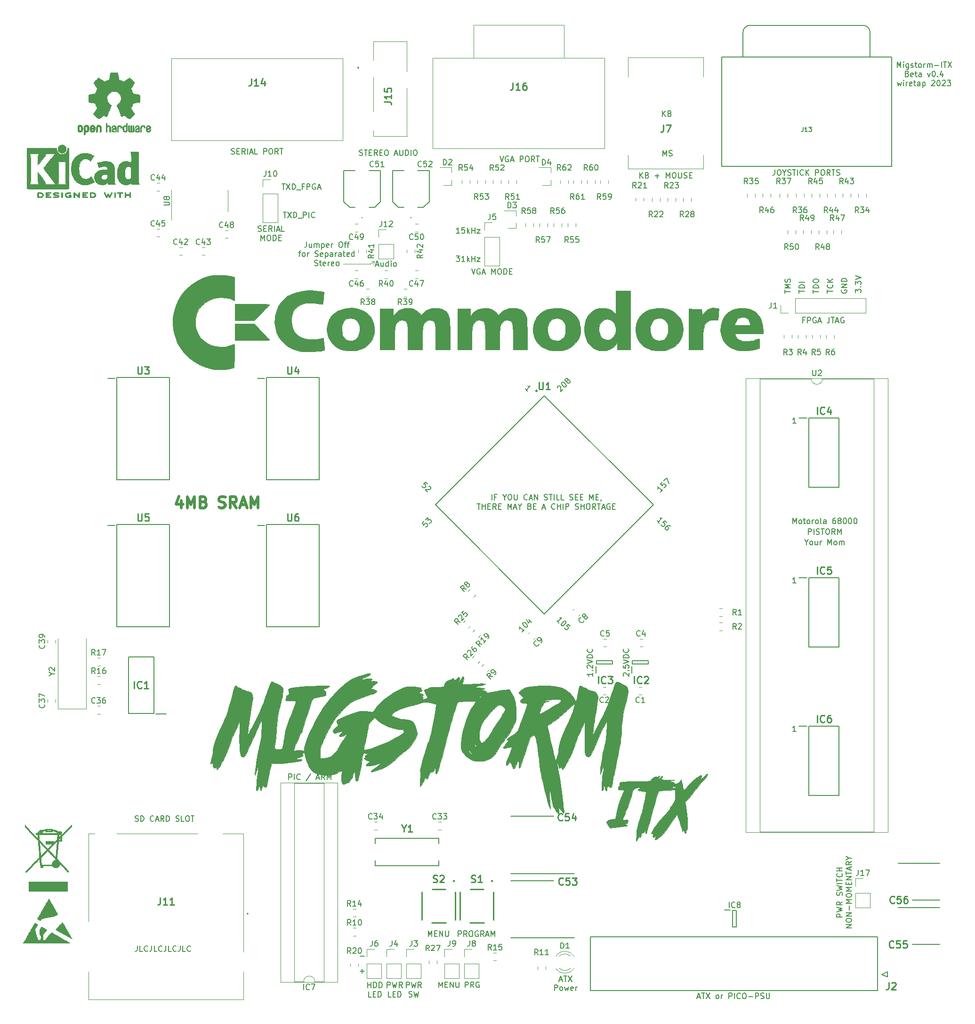
<source format=gbr>
%TF.GenerationSoftware,KiCad,Pcbnew,(5.1.6)-1*%
%TF.CreationDate,2023-05-03T11:12:57-04:00*%
%TF.ProjectId,MigStorm-ITX,4d696753-746f-4726-9d2d-4954582e6b69,rev?*%
%TF.SameCoordinates,Original*%
%TF.FileFunction,Legend,Top*%
%TF.FilePolarity,Positive*%
%FSLAX46Y46*%
G04 Gerber Fmt 4.6, Leading zero omitted, Abs format (unit mm)*
G04 Created by KiCad (PCBNEW (5.1.6)-1) date 2023-05-03 11:12:57*
%MOMM*%
%LPD*%
G01*
G04 APERTURE LIST*
%ADD10C,0.150000*%
%ADD11C,0.120000*%
%ADD12C,0.500000*%
%ADD13C,0.010000*%
%ADD14C,0.200000*%
%ADD15C,0.127000*%
%ADD16C,0.100000*%
%ADD17C,0.254000*%
%ADD18C,0.250000*%
G04 APERTURE END LIST*
D10*
X244226175Y-67874140D02*
X244226175Y-66874140D01*
X244797603Y-67874140D02*
X244369032Y-67302712D01*
X244797603Y-66874140D02*
X244226175Y-67445569D01*
X245559508Y-67350331D02*
X245702365Y-67397950D01*
X245749984Y-67445569D01*
X245797603Y-67540807D01*
X245797603Y-67683664D01*
X245749984Y-67778902D01*
X245702365Y-67826521D01*
X245607127Y-67874140D01*
X245226175Y-67874140D01*
X245226175Y-66874140D01*
X245559508Y-66874140D01*
X245654746Y-66921760D01*
X245702365Y-66969379D01*
X245749984Y-67064617D01*
X245749984Y-67159855D01*
X245702365Y-67255093D01*
X245654746Y-67302712D01*
X245559508Y-67350331D01*
X245226175Y-67350331D01*
X244320796Y-74970900D02*
X244320796Y-73970900D01*
X244654129Y-74685186D01*
X244987462Y-73970900D01*
X244987462Y-74970900D01*
X245416034Y-74923281D02*
X245558891Y-74970900D01*
X245796986Y-74970900D01*
X245892224Y-74923281D01*
X245939843Y-74875662D01*
X245987462Y-74780424D01*
X245987462Y-74685186D01*
X245939843Y-74589948D01*
X245892224Y-74542329D01*
X245796986Y-74494710D01*
X245606510Y-74447091D01*
X245511272Y-74399472D01*
X245463653Y-74351853D01*
X245416034Y-74256615D01*
X245416034Y-74161377D01*
X245463653Y-74066139D01*
X245511272Y-74018520D01*
X245606510Y-73970900D01*
X245844605Y-73970900D01*
X245987462Y-74018520D01*
X149812952Y-216876380D02*
X149812952Y-217590666D01*
X149765333Y-217733523D01*
X149670095Y-217828761D01*
X149527238Y-217876380D01*
X149432000Y-217876380D01*
X150765333Y-217876380D02*
X150289142Y-217876380D01*
X150289142Y-216876380D01*
X151670095Y-217781142D02*
X151622476Y-217828761D01*
X151479619Y-217876380D01*
X151384380Y-217876380D01*
X151241523Y-217828761D01*
X151146285Y-217733523D01*
X151098666Y-217638285D01*
X151051047Y-217447809D01*
X151051047Y-217304952D01*
X151098666Y-217114476D01*
X151146285Y-217019238D01*
X151241523Y-216924000D01*
X151384380Y-216876380D01*
X151479619Y-216876380D01*
X151622476Y-216924000D01*
X151670095Y-216971619D01*
X152384380Y-216876380D02*
X152384380Y-217590666D01*
X152336761Y-217733523D01*
X152241523Y-217828761D01*
X152098666Y-217876380D01*
X152003428Y-217876380D01*
X153336761Y-217876380D02*
X152860571Y-217876380D01*
X152860571Y-216876380D01*
X154241523Y-217781142D02*
X154193904Y-217828761D01*
X154051047Y-217876380D01*
X153955809Y-217876380D01*
X153812952Y-217828761D01*
X153717714Y-217733523D01*
X153670095Y-217638285D01*
X153622476Y-217447809D01*
X153622476Y-217304952D01*
X153670095Y-217114476D01*
X153717714Y-217019238D01*
X153812952Y-216924000D01*
X153955809Y-216876380D01*
X154051047Y-216876380D01*
X154193904Y-216924000D01*
X154241523Y-216971619D01*
X154955809Y-216876380D02*
X154955809Y-217590666D01*
X154908190Y-217733523D01*
X154812952Y-217828761D01*
X154670095Y-217876380D01*
X154574857Y-217876380D01*
X155908190Y-217876380D02*
X155432000Y-217876380D01*
X155432000Y-216876380D01*
X156812952Y-217781142D02*
X156765333Y-217828761D01*
X156622476Y-217876380D01*
X156527238Y-217876380D01*
X156384380Y-217828761D01*
X156289142Y-217733523D01*
X156241523Y-217638285D01*
X156193904Y-217447809D01*
X156193904Y-217304952D01*
X156241523Y-217114476D01*
X156289142Y-217019238D01*
X156384380Y-216924000D01*
X156527238Y-216876380D01*
X156622476Y-216876380D01*
X156765333Y-216924000D01*
X156812952Y-216971619D01*
X157527238Y-216876380D02*
X157527238Y-217590666D01*
X157479619Y-217733523D01*
X157384380Y-217828761D01*
X157241523Y-217876380D01*
X157146285Y-217876380D01*
X158479619Y-217876380D02*
X158003428Y-217876380D01*
X158003428Y-216876380D01*
X159384380Y-217781142D02*
X159336761Y-217828761D01*
X159193904Y-217876380D01*
X159098666Y-217876380D01*
X158955809Y-217828761D01*
X158860571Y-217733523D01*
X158812952Y-217638285D01*
X158765333Y-217447809D01*
X158765333Y-217304952D01*
X158812952Y-217114476D01*
X158860571Y-217019238D01*
X158955809Y-216924000D01*
X159098666Y-216876380D01*
X159193904Y-216876380D01*
X159336761Y-216924000D01*
X159384380Y-216971619D01*
X192730666Y-94527666D02*
X193206857Y-94527666D01*
X192635428Y-94813380D02*
X192968761Y-93813380D01*
X193302095Y-94813380D01*
X194064000Y-94146714D02*
X194064000Y-94813380D01*
X193635428Y-94146714D02*
X193635428Y-94670523D01*
X193683047Y-94765761D01*
X193778285Y-94813380D01*
X193921142Y-94813380D01*
X194016380Y-94765761D01*
X194064000Y-94718142D01*
X194968761Y-94813380D02*
X194968761Y-93813380D01*
X194968761Y-94765761D02*
X194873523Y-94813380D01*
X194683047Y-94813380D01*
X194587809Y-94765761D01*
X194540190Y-94718142D01*
X194492571Y-94622904D01*
X194492571Y-94337190D01*
X194540190Y-94241952D01*
X194587809Y-94194333D01*
X194683047Y-94146714D01*
X194873523Y-94146714D01*
X194968761Y-94194333D01*
X195444952Y-94813380D02*
X195444952Y-94146714D01*
X195444952Y-93813380D02*
X195397333Y-93861000D01*
X195444952Y-93908619D01*
X195492571Y-93861000D01*
X195444952Y-93813380D01*
X195444952Y-93908619D01*
X196064000Y-94813380D02*
X195968761Y-94765761D01*
X195921142Y-94718142D01*
X195873523Y-94622904D01*
X195873523Y-94337190D01*
X195921142Y-94241952D01*
X195968761Y-94194333D01*
X196064000Y-94146714D01*
X196206857Y-94146714D01*
X196302095Y-94194333D01*
X196349714Y-94241952D01*
X196397333Y-94337190D01*
X196397333Y-94622904D01*
X196349714Y-94718142D01*
X196302095Y-94765761D01*
X196206857Y-94813380D01*
X196064000Y-94813380D01*
X250548000Y-226099666D02*
X251024190Y-226099666D01*
X250452761Y-226385380D02*
X250786095Y-225385380D01*
X251119428Y-226385380D01*
X251309904Y-225385380D02*
X251881333Y-225385380D01*
X251595619Y-226385380D02*
X251595619Y-225385380D01*
X252119428Y-225385380D02*
X252786095Y-226385380D01*
X252786095Y-225385380D02*
X252119428Y-226385380D01*
X254071809Y-226385380D02*
X253976571Y-226337761D01*
X253928952Y-226290142D01*
X253881333Y-226194904D01*
X253881333Y-225909190D01*
X253928952Y-225813952D01*
X253976571Y-225766333D01*
X254071809Y-225718714D01*
X254214666Y-225718714D01*
X254309904Y-225766333D01*
X254357523Y-225813952D01*
X254405142Y-225909190D01*
X254405142Y-226194904D01*
X254357523Y-226290142D01*
X254309904Y-226337761D01*
X254214666Y-226385380D01*
X254071809Y-226385380D01*
X254833714Y-226385380D02*
X254833714Y-225718714D01*
X254833714Y-225909190D02*
X254881333Y-225813952D01*
X254928952Y-225766333D01*
X255024190Y-225718714D01*
X255119428Y-225718714D01*
X256214666Y-226385380D02*
X256214666Y-225385380D01*
X256595619Y-225385380D01*
X256690857Y-225433000D01*
X256738476Y-225480619D01*
X256786095Y-225575857D01*
X256786095Y-225718714D01*
X256738476Y-225813952D01*
X256690857Y-225861571D01*
X256595619Y-225909190D01*
X256214666Y-225909190D01*
X257214666Y-226385380D02*
X257214666Y-225385380D01*
X258262285Y-226290142D02*
X258214666Y-226337761D01*
X258071809Y-226385380D01*
X257976571Y-226385380D01*
X257833714Y-226337761D01*
X257738476Y-226242523D01*
X257690857Y-226147285D01*
X257643238Y-225956809D01*
X257643238Y-225813952D01*
X257690857Y-225623476D01*
X257738476Y-225528238D01*
X257833714Y-225433000D01*
X257976571Y-225385380D01*
X258071809Y-225385380D01*
X258214666Y-225433000D01*
X258262285Y-225480619D01*
X258881333Y-225385380D02*
X259071809Y-225385380D01*
X259167047Y-225433000D01*
X259262285Y-225528238D01*
X259309904Y-225718714D01*
X259309904Y-226052047D01*
X259262285Y-226242523D01*
X259167047Y-226337761D01*
X259071809Y-226385380D01*
X258881333Y-226385380D01*
X258786095Y-226337761D01*
X258690857Y-226242523D01*
X258643238Y-226052047D01*
X258643238Y-225718714D01*
X258690857Y-225528238D01*
X258786095Y-225433000D01*
X258881333Y-225385380D01*
X259738476Y-226004428D02*
X260500380Y-226004428D01*
X260976571Y-226385380D02*
X260976571Y-225385380D01*
X261357523Y-225385380D01*
X261452761Y-225433000D01*
X261500380Y-225480619D01*
X261548000Y-225575857D01*
X261548000Y-225718714D01*
X261500380Y-225813952D01*
X261452761Y-225861571D01*
X261357523Y-225909190D01*
X260976571Y-225909190D01*
X261928952Y-226337761D02*
X262071809Y-226385380D01*
X262309904Y-226385380D01*
X262405142Y-226337761D01*
X262452761Y-226290142D01*
X262500380Y-226194904D01*
X262500380Y-226099666D01*
X262452761Y-226004428D01*
X262405142Y-225956809D01*
X262309904Y-225909190D01*
X262119428Y-225861571D01*
X262024190Y-225813952D01*
X261976571Y-225766333D01*
X261928952Y-225671095D01*
X261928952Y-225575857D01*
X261976571Y-225480619D01*
X262024190Y-225433000D01*
X262119428Y-225385380D01*
X262357523Y-225385380D01*
X262500380Y-225433000D01*
X262928952Y-225385380D02*
X262928952Y-226194904D01*
X262976571Y-226290142D01*
X263024190Y-226337761D01*
X263119428Y-226385380D01*
X263309904Y-226385380D01*
X263405142Y-226337761D01*
X263452761Y-226290142D01*
X263500380Y-226194904D01*
X263500380Y-225385380D01*
X286460537Y-59071500D02*
X286460537Y-58071500D01*
X286793870Y-58785786D01*
X287127203Y-58071500D01*
X287127203Y-59071500D01*
X287603394Y-59071500D02*
X287603394Y-58404834D01*
X287603394Y-58071500D02*
X287555775Y-58119120D01*
X287603394Y-58166739D01*
X287651013Y-58119120D01*
X287603394Y-58071500D01*
X287603394Y-58166739D01*
X288508156Y-58404834D02*
X288508156Y-59214358D01*
X288460537Y-59309596D01*
X288412918Y-59357215D01*
X288317680Y-59404834D01*
X288174822Y-59404834D01*
X288079584Y-59357215D01*
X288508156Y-59023881D02*
X288412918Y-59071500D01*
X288222441Y-59071500D01*
X288127203Y-59023881D01*
X288079584Y-58976262D01*
X288031965Y-58881024D01*
X288031965Y-58595310D01*
X288079584Y-58500072D01*
X288127203Y-58452453D01*
X288222441Y-58404834D01*
X288412918Y-58404834D01*
X288508156Y-58452453D01*
X288936727Y-59023881D02*
X289031965Y-59071500D01*
X289222441Y-59071500D01*
X289317680Y-59023881D01*
X289365299Y-58928643D01*
X289365299Y-58881024D01*
X289317680Y-58785786D01*
X289222441Y-58738167D01*
X289079584Y-58738167D01*
X288984346Y-58690548D01*
X288936727Y-58595310D01*
X288936727Y-58547691D01*
X288984346Y-58452453D01*
X289079584Y-58404834D01*
X289222441Y-58404834D01*
X289317680Y-58452453D01*
X289651013Y-58404834D02*
X290031965Y-58404834D01*
X289793870Y-58071500D02*
X289793870Y-58928643D01*
X289841489Y-59023881D01*
X289936727Y-59071500D01*
X290031965Y-59071500D01*
X290508156Y-59071500D02*
X290412918Y-59023881D01*
X290365299Y-58976262D01*
X290317680Y-58881024D01*
X290317680Y-58595310D01*
X290365299Y-58500072D01*
X290412918Y-58452453D01*
X290508156Y-58404834D01*
X290651013Y-58404834D01*
X290746251Y-58452453D01*
X290793870Y-58500072D01*
X290841489Y-58595310D01*
X290841489Y-58881024D01*
X290793870Y-58976262D01*
X290746251Y-59023881D01*
X290651013Y-59071500D01*
X290508156Y-59071500D01*
X291270060Y-59071500D02*
X291270060Y-58404834D01*
X291270060Y-58595310D02*
X291317680Y-58500072D01*
X291365299Y-58452453D01*
X291460537Y-58404834D01*
X291555775Y-58404834D01*
X291889108Y-59071500D02*
X291889108Y-58404834D01*
X291889108Y-58500072D02*
X291936727Y-58452453D01*
X292031965Y-58404834D01*
X292174822Y-58404834D01*
X292270060Y-58452453D01*
X292317680Y-58547691D01*
X292317680Y-59071500D01*
X292317680Y-58547691D02*
X292365299Y-58452453D01*
X292460537Y-58404834D01*
X292603394Y-58404834D01*
X292698632Y-58452453D01*
X292746251Y-58547691D01*
X292746251Y-59071500D01*
X293222441Y-58690548D02*
X293984346Y-58690548D01*
X294460537Y-59071500D02*
X294460537Y-58071500D01*
X294793870Y-58071500D02*
X295365299Y-58071500D01*
X295079584Y-59071500D02*
X295079584Y-58071500D01*
X295603394Y-58071500D02*
X296270060Y-59071500D01*
X296270060Y-58071500D02*
X295603394Y-59071500D01*
X288270060Y-60197691D02*
X288412918Y-60245310D01*
X288460537Y-60292929D01*
X288508156Y-60388167D01*
X288508156Y-60531024D01*
X288460537Y-60626262D01*
X288412918Y-60673881D01*
X288317680Y-60721500D01*
X287936727Y-60721500D01*
X287936727Y-59721500D01*
X288270060Y-59721500D01*
X288365299Y-59769120D01*
X288412918Y-59816739D01*
X288460537Y-59911977D01*
X288460537Y-60007215D01*
X288412918Y-60102453D01*
X288365299Y-60150072D01*
X288270060Y-60197691D01*
X287936727Y-60197691D01*
X289317680Y-60673881D02*
X289222441Y-60721500D01*
X289031965Y-60721500D01*
X288936727Y-60673881D01*
X288889108Y-60578643D01*
X288889108Y-60197691D01*
X288936727Y-60102453D01*
X289031965Y-60054834D01*
X289222441Y-60054834D01*
X289317680Y-60102453D01*
X289365299Y-60197691D01*
X289365299Y-60292929D01*
X288889108Y-60388167D01*
X289651013Y-60054834D02*
X290031965Y-60054834D01*
X289793870Y-59721500D02*
X289793870Y-60578643D01*
X289841489Y-60673881D01*
X289936727Y-60721500D01*
X290031965Y-60721500D01*
X290793870Y-60721500D02*
X290793870Y-60197691D01*
X290746251Y-60102453D01*
X290651013Y-60054834D01*
X290460537Y-60054834D01*
X290365299Y-60102453D01*
X290793870Y-60673881D02*
X290698632Y-60721500D01*
X290460537Y-60721500D01*
X290365299Y-60673881D01*
X290317680Y-60578643D01*
X290317680Y-60483405D01*
X290365299Y-60388167D01*
X290460537Y-60340548D01*
X290698632Y-60340548D01*
X290793870Y-60292929D01*
X291936727Y-60054834D02*
X292174822Y-60721500D01*
X292412918Y-60054834D01*
X292984346Y-59721500D02*
X293079584Y-59721500D01*
X293174822Y-59769120D01*
X293222441Y-59816739D01*
X293270060Y-59911977D01*
X293317680Y-60102453D01*
X293317680Y-60340548D01*
X293270060Y-60531024D01*
X293222441Y-60626262D01*
X293174822Y-60673881D01*
X293079584Y-60721500D01*
X292984346Y-60721500D01*
X292889108Y-60673881D01*
X292841489Y-60626262D01*
X292793870Y-60531024D01*
X292746251Y-60340548D01*
X292746251Y-60102453D01*
X292793870Y-59911977D01*
X292841489Y-59816739D01*
X292889108Y-59769120D01*
X292984346Y-59721500D01*
X293746251Y-60626262D02*
X293793870Y-60673881D01*
X293746251Y-60721500D01*
X293698632Y-60673881D01*
X293746251Y-60626262D01*
X293746251Y-60721500D01*
X294651013Y-60054834D02*
X294651013Y-60721500D01*
X294412918Y-59673881D02*
X294174822Y-60388167D01*
X294793870Y-60388167D01*
X286484346Y-61704834D02*
X286674822Y-62371500D01*
X286865299Y-61895310D01*
X287055775Y-62371500D01*
X287246251Y-61704834D01*
X287627203Y-62371500D02*
X287627203Y-61704834D01*
X287627203Y-61371500D02*
X287579584Y-61419120D01*
X287627203Y-61466739D01*
X287674822Y-61419120D01*
X287627203Y-61371500D01*
X287627203Y-61466739D01*
X288103394Y-62371500D02*
X288103394Y-61704834D01*
X288103394Y-61895310D02*
X288151013Y-61800072D01*
X288198632Y-61752453D01*
X288293870Y-61704834D01*
X288389108Y-61704834D01*
X289103394Y-62323881D02*
X289008156Y-62371500D01*
X288817680Y-62371500D01*
X288722441Y-62323881D01*
X288674822Y-62228643D01*
X288674822Y-61847691D01*
X288722441Y-61752453D01*
X288817680Y-61704834D01*
X289008156Y-61704834D01*
X289103394Y-61752453D01*
X289151013Y-61847691D01*
X289151013Y-61942929D01*
X288674822Y-62038167D01*
X289436727Y-61704834D02*
X289817680Y-61704834D01*
X289579584Y-61371500D02*
X289579584Y-62228643D01*
X289627203Y-62323881D01*
X289722441Y-62371500D01*
X289817680Y-62371500D01*
X290579584Y-62371500D02*
X290579584Y-61847691D01*
X290531965Y-61752453D01*
X290436727Y-61704834D01*
X290246251Y-61704834D01*
X290151013Y-61752453D01*
X290579584Y-62323881D02*
X290484346Y-62371500D01*
X290246251Y-62371500D01*
X290151013Y-62323881D01*
X290103394Y-62228643D01*
X290103394Y-62133405D01*
X290151013Y-62038167D01*
X290246251Y-61990548D01*
X290484346Y-61990548D01*
X290579584Y-61942929D01*
X291055775Y-61704834D02*
X291055775Y-62704834D01*
X291055775Y-61752453D02*
X291151013Y-61704834D01*
X291341489Y-61704834D01*
X291436727Y-61752453D01*
X291484346Y-61800072D01*
X291531965Y-61895310D01*
X291531965Y-62181024D01*
X291484346Y-62276262D01*
X291436727Y-62323881D01*
X291341489Y-62371500D01*
X291151013Y-62371500D01*
X291055775Y-62323881D01*
X292674822Y-61466739D02*
X292722441Y-61419120D01*
X292817680Y-61371500D01*
X293055775Y-61371500D01*
X293151013Y-61419120D01*
X293198632Y-61466739D01*
X293246251Y-61561977D01*
X293246251Y-61657215D01*
X293198632Y-61800072D01*
X292627203Y-62371500D01*
X293246251Y-62371500D01*
X293865299Y-61371500D02*
X293960537Y-61371500D01*
X294055775Y-61419120D01*
X294103394Y-61466739D01*
X294151013Y-61561977D01*
X294198632Y-61752453D01*
X294198632Y-61990548D01*
X294151013Y-62181024D01*
X294103394Y-62276262D01*
X294055775Y-62323881D01*
X293960537Y-62371500D01*
X293865299Y-62371500D01*
X293770060Y-62323881D01*
X293722441Y-62276262D01*
X293674822Y-62181024D01*
X293627203Y-61990548D01*
X293627203Y-61752453D01*
X293674822Y-61561977D01*
X293722441Y-61466739D01*
X293770060Y-61419120D01*
X293865299Y-61371500D01*
X294579584Y-61466739D02*
X294627203Y-61419120D01*
X294722441Y-61371500D01*
X294960537Y-61371500D01*
X295055775Y-61419120D01*
X295103394Y-61466739D01*
X295151013Y-61561977D01*
X295151013Y-61657215D01*
X295103394Y-61800072D01*
X294531965Y-62371500D01*
X295151013Y-62371500D01*
X295484346Y-61371500D02*
X296103394Y-61371500D01*
X295770060Y-61752453D01*
X295912918Y-61752453D01*
X296008156Y-61800072D01*
X296055775Y-61847691D01*
X296103394Y-61942929D01*
X296103394Y-62181024D01*
X296055775Y-62276262D01*
X296008156Y-62323881D01*
X295912918Y-62371500D01*
X295627203Y-62371500D01*
X295531965Y-62323881D01*
X295484346Y-62276262D01*
X276614380Y-211694161D02*
X275614380Y-211694161D01*
X275614380Y-211313209D01*
X275662000Y-211217971D01*
X275709619Y-211170352D01*
X275804857Y-211122733D01*
X275947714Y-211122733D01*
X276042952Y-211170352D01*
X276090571Y-211217971D01*
X276138190Y-211313209D01*
X276138190Y-211694161D01*
X275614380Y-210789400D02*
X276614380Y-210551304D01*
X275900095Y-210360828D01*
X276614380Y-210170352D01*
X275614380Y-209932257D01*
X276614380Y-208979876D02*
X276138190Y-209313209D01*
X276614380Y-209551304D02*
X275614380Y-209551304D01*
X275614380Y-209170352D01*
X275662000Y-209075114D01*
X275709619Y-209027495D01*
X275804857Y-208979876D01*
X275947714Y-208979876D01*
X276042952Y-209027495D01*
X276090571Y-209075114D01*
X276138190Y-209170352D01*
X276138190Y-209551304D01*
X276566761Y-207837019D02*
X276614380Y-207694161D01*
X276614380Y-207456066D01*
X276566761Y-207360828D01*
X276519142Y-207313209D01*
X276423904Y-207265590D01*
X276328666Y-207265590D01*
X276233428Y-207313209D01*
X276185809Y-207360828D01*
X276138190Y-207456066D01*
X276090571Y-207646542D01*
X276042952Y-207741780D01*
X275995333Y-207789400D01*
X275900095Y-207837019D01*
X275804857Y-207837019D01*
X275709619Y-207789400D01*
X275662000Y-207741780D01*
X275614380Y-207646542D01*
X275614380Y-207408447D01*
X275662000Y-207265590D01*
X275614380Y-206932257D02*
X276614380Y-206694161D01*
X275900095Y-206503685D01*
X276614380Y-206313209D01*
X275614380Y-206075114D01*
X276614380Y-205694161D02*
X275614380Y-205694161D01*
X275614380Y-205360828D02*
X275614380Y-204789400D01*
X276614380Y-205075114D02*
X275614380Y-205075114D01*
X276519142Y-203884638D02*
X276566761Y-203932257D01*
X276614380Y-204075114D01*
X276614380Y-204170352D01*
X276566761Y-204313209D01*
X276471523Y-204408447D01*
X276376285Y-204456066D01*
X276185809Y-204503685D01*
X276042952Y-204503685D01*
X275852476Y-204456066D01*
X275757238Y-204408447D01*
X275662000Y-204313209D01*
X275614380Y-204170352D01*
X275614380Y-204075114D01*
X275662000Y-203932257D01*
X275709619Y-203884638D01*
X276614380Y-203456066D02*
X275614380Y-203456066D01*
X276090571Y-203456066D02*
X276090571Y-202884638D01*
X276614380Y-202884638D02*
X275614380Y-202884638D01*
X278264380Y-213622733D02*
X277264380Y-213622733D01*
X278264380Y-213051304D01*
X277264380Y-213051304D01*
X277264380Y-212384638D02*
X277264380Y-212194161D01*
X277312000Y-212098923D01*
X277407238Y-212003685D01*
X277597714Y-211956066D01*
X277931047Y-211956066D01*
X278121523Y-212003685D01*
X278216761Y-212098923D01*
X278264380Y-212194161D01*
X278264380Y-212384638D01*
X278216761Y-212479876D01*
X278121523Y-212575114D01*
X277931047Y-212622733D01*
X277597714Y-212622733D01*
X277407238Y-212575114D01*
X277312000Y-212479876D01*
X277264380Y-212384638D01*
X278264380Y-211527495D02*
X277264380Y-211527495D01*
X278264380Y-210956066D01*
X277264380Y-210956066D01*
X277883428Y-210479876D02*
X277883428Y-209717971D01*
X278264380Y-209241780D02*
X277264380Y-209241780D01*
X277978666Y-208908447D01*
X277264380Y-208575114D01*
X278264380Y-208575114D01*
X277264380Y-207908447D02*
X277264380Y-207717971D01*
X277312000Y-207622733D01*
X277407238Y-207527495D01*
X277597714Y-207479876D01*
X277931047Y-207479876D01*
X278121523Y-207527495D01*
X278216761Y-207622733D01*
X278264380Y-207717971D01*
X278264380Y-207908447D01*
X278216761Y-208003685D01*
X278121523Y-208098923D01*
X277931047Y-208146542D01*
X277597714Y-208146542D01*
X277407238Y-208098923D01*
X277312000Y-208003685D01*
X277264380Y-207908447D01*
X278264380Y-207051304D02*
X277264380Y-207051304D01*
X277978666Y-206717971D01*
X277264380Y-206384638D01*
X278264380Y-206384638D01*
X277740571Y-205908447D02*
X277740571Y-205575114D01*
X278264380Y-205432257D02*
X278264380Y-205908447D01*
X277264380Y-205908447D01*
X277264380Y-205432257D01*
X278264380Y-205003685D02*
X277264380Y-205003685D01*
X278264380Y-204432257D01*
X277264380Y-204432257D01*
X277264380Y-204098923D02*
X277264380Y-203527495D01*
X278264380Y-203813209D02*
X277264380Y-203813209D01*
X277978666Y-203241780D02*
X277978666Y-202765590D01*
X278264380Y-203337019D02*
X277264380Y-203003685D01*
X278264380Y-202670352D01*
X278264380Y-201765590D02*
X277788190Y-202098923D01*
X278264380Y-202337019D02*
X277264380Y-202337019D01*
X277264380Y-201956066D01*
X277312000Y-201860828D01*
X277359619Y-201813209D01*
X277454857Y-201765590D01*
X277597714Y-201765590D01*
X277692952Y-201813209D01*
X277740571Y-201860828D01*
X277788190Y-201956066D01*
X277788190Y-202337019D01*
X277788190Y-201146542D02*
X278264380Y-201146542D01*
X277264380Y-201479876D02*
X277788190Y-201146542D01*
X277264380Y-200813209D01*
X177062285Y-187015380D02*
X177062285Y-186015380D01*
X177443238Y-186015380D01*
X177538476Y-186063000D01*
X177586095Y-186110619D01*
X177633714Y-186205857D01*
X177633714Y-186348714D01*
X177586095Y-186443952D01*
X177538476Y-186491571D01*
X177443238Y-186539190D01*
X177062285Y-186539190D01*
X178062285Y-187015380D02*
X178062285Y-186015380D01*
X179109904Y-186920142D02*
X179062285Y-186967761D01*
X178919428Y-187015380D01*
X178824190Y-187015380D01*
X178681333Y-186967761D01*
X178586095Y-186872523D01*
X178538476Y-186777285D01*
X178490857Y-186586809D01*
X178490857Y-186443952D01*
X178538476Y-186253476D01*
X178586095Y-186158238D01*
X178681333Y-186063000D01*
X178824190Y-186015380D01*
X178919428Y-186015380D01*
X179062285Y-186063000D01*
X179109904Y-186110619D01*
X181014666Y-185967761D02*
X180157523Y-187253476D01*
X182062285Y-186729666D02*
X182538476Y-186729666D01*
X181967047Y-187015380D02*
X182300380Y-186015380D01*
X182633714Y-187015380D01*
X183538476Y-187015380D02*
X183205142Y-186539190D01*
X182967047Y-187015380D02*
X182967047Y-186015380D01*
X183348000Y-186015380D01*
X183443238Y-186063000D01*
X183490857Y-186110619D01*
X183538476Y-186205857D01*
X183538476Y-186348714D01*
X183490857Y-186443952D01*
X183443238Y-186491571D01*
X183348000Y-186539190D01*
X182967047Y-186539190D01*
X183967047Y-187015380D02*
X183967047Y-186015380D01*
X184300380Y-186729666D01*
X184633714Y-186015380D01*
X184633714Y-187015380D01*
X149424095Y-194460761D02*
X149566952Y-194508380D01*
X149805047Y-194508380D01*
X149900285Y-194460761D01*
X149947904Y-194413142D01*
X149995523Y-194317904D01*
X149995523Y-194222666D01*
X149947904Y-194127428D01*
X149900285Y-194079809D01*
X149805047Y-194032190D01*
X149614571Y-193984571D01*
X149519333Y-193936952D01*
X149471714Y-193889333D01*
X149424095Y-193794095D01*
X149424095Y-193698857D01*
X149471714Y-193603619D01*
X149519333Y-193556000D01*
X149614571Y-193508380D01*
X149852666Y-193508380D01*
X149995523Y-193556000D01*
X150424095Y-194508380D02*
X150424095Y-193508380D01*
X150662190Y-193508380D01*
X150805047Y-193556000D01*
X150900285Y-193651238D01*
X150947904Y-193746476D01*
X150995523Y-193936952D01*
X150995523Y-194079809D01*
X150947904Y-194270285D01*
X150900285Y-194365523D01*
X150805047Y-194460761D01*
X150662190Y-194508380D01*
X150424095Y-194508380D01*
X152757428Y-194413142D02*
X152709809Y-194460761D01*
X152566952Y-194508380D01*
X152471714Y-194508380D01*
X152328857Y-194460761D01*
X152233619Y-194365523D01*
X152186000Y-194270285D01*
X152138380Y-194079809D01*
X152138380Y-193936952D01*
X152186000Y-193746476D01*
X152233619Y-193651238D01*
X152328857Y-193556000D01*
X152471714Y-193508380D01*
X152566952Y-193508380D01*
X152709809Y-193556000D01*
X152757428Y-193603619D01*
X153138380Y-194222666D02*
X153614571Y-194222666D01*
X153043142Y-194508380D02*
X153376476Y-193508380D01*
X153709809Y-194508380D01*
X154614571Y-194508380D02*
X154281238Y-194032190D01*
X154043142Y-194508380D02*
X154043142Y-193508380D01*
X154424095Y-193508380D01*
X154519333Y-193556000D01*
X154566952Y-193603619D01*
X154614571Y-193698857D01*
X154614571Y-193841714D01*
X154566952Y-193936952D01*
X154519333Y-193984571D01*
X154424095Y-194032190D01*
X154043142Y-194032190D01*
X155043142Y-194508380D02*
X155043142Y-193508380D01*
X155281238Y-193508380D01*
X155424095Y-193556000D01*
X155519333Y-193651238D01*
X155566952Y-193746476D01*
X155614571Y-193936952D01*
X155614571Y-194079809D01*
X155566952Y-194270285D01*
X155519333Y-194365523D01*
X155424095Y-194460761D01*
X155281238Y-194508380D01*
X155043142Y-194508380D01*
X156757428Y-194460761D02*
X156900285Y-194508380D01*
X157138380Y-194508380D01*
X157233619Y-194460761D01*
X157281238Y-194413142D01*
X157328857Y-194317904D01*
X157328857Y-194222666D01*
X157281238Y-194127428D01*
X157233619Y-194079809D01*
X157138380Y-194032190D01*
X156947904Y-193984571D01*
X156852666Y-193936952D01*
X156805047Y-193889333D01*
X156757428Y-193794095D01*
X156757428Y-193698857D01*
X156805047Y-193603619D01*
X156852666Y-193556000D01*
X156947904Y-193508380D01*
X157186000Y-193508380D01*
X157328857Y-193556000D01*
X158233619Y-194508380D02*
X157757428Y-194508380D01*
X157757428Y-193508380D01*
X158757428Y-193508380D02*
X158947904Y-193508380D01*
X159043142Y-193556000D01*
X159138380Y-193651238D01*
X159186000Y-193841714D01*
X159186000Y-194175047D01*
X159138380Y-194365523D01*
X159043142Y-194460761D01*
X158947904Y-194508380D01*
X158757428Y-194508380D01*
X158662190Y-194460761D01*
X158566952Y-194365523D01*
X158519333Y-194175047D01*
X158519333Y-193841714D01*
X158566952Y-193651238D01*
X158662190Y-193556000D01*
X158757428Y-193508380D01*
X159471714Y-193508380D02*
X160043142Y-193508380D01*
X159757428Y-194508380D02*
X159757428Y-193508380D01*
X237291619Y-168417571D02*
X237244000Y-168369952D01*
X237196380Y-168274714D01*
X237196380Y-168036619D01*
X237244000Y-167941380D01*
X237291619Y-167893761D01*
X237386857Y-167846142D01*
X237482095Y-167846142D01*
X237624952Y-167893761D01*
X238196380Y-168465190D01*
X238196380Y-167846142D01*
X238101142Y-167417571D02*
X238148761Y-167369952D01*
X238196380Y-167417571D01*
X238148761Y-167465190D01*
X238101142Y-167417571D01*
X238196380Y-167417571D01*
X237196380Y-166465190D02*
X237196380Y-166941380D01*
X237672571Y-166989000D01*
X237624952Y-166941380D01*
X237577333Y-166846142D01*
X237577333Y-166608047D01*
X237624952Y-166512809D01*
X237672571Y-166465190D01*
X237767809Y-166417571D01*
X238005904Y-166417571D01*
X238101142Y-166465190D01*
X238148761Y-166512809D01*
X238196380Y-166608047D01*
X238196380Y-166846142D01*
X238148761Y-166941380D01*
X238101142Y-166989000D01*
X237196380Y-166131857D02*
X238196380Y-165798523D01*
X237196380Y-165465190D01*
X238196380Y-165131857D02*
X237196380Y-165131857D01*
X237196380Y-164893761D01*
X237244000Y-164750904D01*
X237339238Y-164655666D01*
X237434476Y-164608047D01*
X237624952Y-164560428D01*
X237767809Y-164560428D01*
X237958285Y-164608047D01*
X238053523Y-164655666D01*
X238148761Y-164750904D01*
X238196380Y-164893761D01*
X238196380Y-165131857D01*
X238101142Y-163560428D02*
X238148761Y-163608047D01*
X238196380Y-163750904D01*
X238196380Y-163846142D01*
X238148761Y-163989000D01*
X238053523Y-164084238D01*
X237958285Y-164131857D01*
X237767809Y-164179476D01*
X237624952Y-164179476D01*
X237434476Y-164131857D01*
X237339238Y-164084238D01*
X237244000Y-163989000D01*
X237196380Y-163846142D01*
X237196380Y-163750904D01*
X237244000Y-163608047D01*
X237291619Y-163560428D01*
X231719380Y-167846142D02*
X231719380Y-168417571D01*
X231719380Y-168131857D02*
X230719380Y-168131857D01*
X230862238Y-168227095D01*
X230957476Y-168322333D01*
X231005095Y-168417571D01*
X231624142Y-167417571D02*
X231671761Y-167369952D01*
X231719380Y-167417571D01*
X231671761Y-167465190D01*
X231624142Y-167417571D01*
X231719380Y-167417571D01*
X230814619Y-166989000D02*
X230767000Y-166941380D01*
X230719380Y-166846142D01*
X230719380Y-166608047D01*
X230767000Y-166512809D01*
X230814619Y-166465190D01*
X230909857Y-166417571D01*
X231005095Y-166417571D01*
X231147952Y-166465190D01*
X231719380Y-167036619D01*
X231719380Y-166417571D01*
X230719380Y-166131857D02*
X231719380Y-165798523D01*
X230719380Y-165465190D01*
X231719380Y-165131857D02*
X230719380Y-165131857D01*
X230719380Y-164893761D01*
X230767000Y-164750904D01*
X230862238Y-164655666D01*
X230957476Y-164608047D01*
X231147952Y-164560428D01*
X231290809Y-164560428D01*
X231481285Y-164608047D01*
X231576523Y-164655666D01*
X231671761Y-164750904D01*
X231719380Y-164893761D01*
X231719380Y-165131857D01*
X231624142Y-163560428D02*
X231671761Y-163608047D01*
X231719380Y-163750904D01*
X231719380Y-163846142D01*
X231671761Y-163989000D01*
X231576523Y-164084238D01*
X231481285Y-164131857D01*
X231290809Y-164179476D01*
X231147952Y-164179476D01*
X230957476Y-164131857D01*
X230862238Y-164084238D01*
X230767000Y-163989000D01*
X230719380Y-163846142D01*
X230719380Y-163750904D01*
X230767000Y-163608047D01*
X230814619Y-163560428D01*
X189865047Y-221432428D02*
X190626952Y-221432428D01*
X190246000Y-221813380D02*
X190246000Y-221051476D01*
X189865047Y-218765428D02*
X190626952Y-218765428D01*
X207534285Y-215209380D02*
X207534285Y-214209380D01*
X207915238Y-214209380D01*
X208010476Y-214257000D01*
X208058095Y-214304619D01*
X208105714Y-214399857D01*
X208105714Y-214542714D01*
X208058095Y-214637952D01*
X208010476Y-214685571D01*
X207915238Y-214733190D01*
X207534285Y-214733190D01*
X209105714Y-215209380D02*
X208772380Y-214733190D01*
X208534285Y-215209380D02*
X208534285Y-214209380D01*
X208915238Y-214209380D01*
X209010476Y-214257000D01*
X209058095Y-214304619D01*
X209105714Y-214399857D01*
X209105714Y-214542714D01*
X209058095Y-214637952D01*
X209010476Y-214685571D01*
X208915238Y-214733190D01*
X208534285Y-214733190D01*
X209724761Y-214209380D02*
X209915238Y-214209380D01*
X210010476Y-214257000D01*
X210105714Y-214352238D01*
X210153333Y-214542714D01*
X210153333Y-214876047D01*
X210105714Y-215066523D01*
X210010476Y-215161761D01*
X209915238Y-215209380D01*
X209724761Y-215209380D01*
X209629523Y-215161761D01*
X209534285Y-215066523D01*
X209486666Y-214876047D01*
X209486666Y-214542714D01*
X209534285Y-214352238D01*
X209629523Y-214257000D01*
X209724761Y-214209380D01*
X211105714Y-214257000D02*
X211010476Y-214209380D01*
X210867619Y-214209380D01*
X210724761Y-214257000D01*
X210629523Y-214352238D01*
X210581904Y-214447476D01*
X210534285Y-214637952D01*
X210534285Y-214780809D01*
X210581904Y-214971285D01*
X210629523Y-215066523D01*
X210724761Y-215161761D01*
X210867619Y-215209380D01*
X210962857Y-215209380D01*
X211105714Y-215161761D01*
X211153333Y-215114142D01*
X211153333Y-214780809D01*
X210962857Y-214780809D01*
X212153333Y-215209380D02*
X211820000Y-214733190D01*
X211581904Y-215209380D02*
X211581904Y-214209380D01*
X211962857Y-214209380D01*
X212058095Y-214257000D01*
X212105714Y-214304619D01*
X212153333Y-214399857D01*
X212153333Y-214542714D01*
X212105714Y-214637952D01*
X212058095Y-214685571D01*
X211962857Y-214733190D01*
X211581904Y-214733190D01*
X212534285Y-214923666D02*
X213010476Y-214923666D01*
X212439047Y-215209380D02*
X212772380Y-214209380D01*
X213105714Y-215209380D01*
X213439047Y-215209380D02*
X213439047Y-214209380D01*
X213772380Y-214923666D01*
X214105714Y-214209380D01*
X214105714Y-215209380D01*
X202128666Y-215209380D02*
X202128666Y-214209380D01*
X202462000Y-214923666D01*
X202795333Y-214209380D01*
X202795333Y-215209380D01*
X203271523Y-214685571D02*
X203604857Y-214685571D01*
X203747714Y-215209380D02*
X203271523Y-215209380D01*
X203271523Y-214209380D01*
X203747714Y-214209380D01*
X204176285Y-215209380D02*
X204176285Y-214209380D01*
X204747714Y-215209380D01*
X204747714Y-214209380D01*
X205223904Y-214209380D02*
X205223904Y-215018904D01*
X205271523Y-215114142D01*
X205319142Y-215161761D01*
X205414380Y-215209380D01*
X205604857Y-215209380D01*
X205700095Y-215161761D01*
X205747714Y-215114142D01*
X205795333Y-215018904D01*
X205795333Y-214209380D01*
X208755455Y-224358460D02*
X208755455Y-223358460D01*
X209136407Y-223358460D01*
X209231645Y-223406080D01*
X209279264Y-223453699D01*
X209326883Y-223548937D01*
X209326883Y-223691794D01*
X209279264Y-223787032D01*
X209231645Y-223834651D01*
X209136407Y-223882270D01*
X208755455Y-223882270D01*
X210326883Y-224358460D02*
X209993550Y-223882270D01*
X209755455Y-224358460D02*
X209755455Y-223358460D01*
X210136407Y-223358460D01*
X210231645Y-223406080D01*
X210279264Y-223453699D01*
X210326883Y-223548937D01*
X210326883Y-223691794D01*
X210279264Y-223787032D01*
X210231645Y-223834651D01*
X210136407Y-223882270D01*
X209755455Y-223882270D01*
X211279264Y-223406080D02*
X211184026Y-223358460D01*
X211041169Y-223358460D01*
X210898312Y-223406080D01*
X210803074Y-223501318D01*
X210755455Y-223596556D01*
X210707836Y-223787032D01*
X210707836Y-223929889D01*
X210755455Y-224120365D01*
X210803074Y-224215603D01*
X210898312Y-224310841D01*
X211041169Y-224358460D01*
X211136407Y-224358460D01*
X211279264Y-224310841D01*
X211326883Y-224263222D01*
X211326883Y-223929889D01*
X211136407Y-223929889D01*
X204013346Y-224368620D02*
X204013346Y-223368620D01*
X204346680Y-224082906D01*
X204680013Y-223368620D01*
X204680013Y-224368620D01*
X205156203Y-223844811D02*
X205489537Y-223844811D01*
X205632394Y-224368620D02*
X205156203Y-224368620D01*
X205156203Y-223368620D01*
X205632394Y-223368620D01*
X206060965Y-224368620D02*
X206060965Y-223368620D01*
X206632394Y-224368620D01*
X206632394Y-223368620D01*
X207108584Y-223368620D02*
X207108584Y-224178144D01*
X207156203Y-224273382D01*
X207203822Y-224321001D01*
X207299060Y-224368620D01*
X207489537Y-224368620D01*
X207584775Y-224321001D01*
X207632394Y-224273382D01*
X207680013Y-224178144D01*
X207680013Y-223368620D01*
X264462333Y-77430380D02*
X264462333Y-78144666D01*
X264414714Y-78287523D01*
X264319476Y-78382761D01*
X264176619Y-78430380D01*
X264081380Y-78430380D01*
X265129000Y-77430380D02*
X265319476Y-77430380D01*
X265414714Y-77478000D01*
X265509952Y-77573238D01*
X265557571Y-77763714D01*
X265557571Y-78097047D01*
X265509952Y-78287523D01*
X265414714Y-78382761D01*
X265319476Y-78430380D01*
X265129000Y-78430380D01*
X265033761Y-78382761D01*
X264938523Y-78287523D01*
X264890904Y-78097047D01*
X264890904Y-77763714D01*
X264938523Y-77573238D01*
X265033761Y-77478000D01*
X265129000Y-77430380D01*
X266176619Y-77954190D02*
X266176619Y-78430380D01*
X265843285Y-77430380D02*
X266176619Y-77954190D01*
X266509952Y-77430380D01*
X266795666Y-78382761D02*
X266938523Y-78430380D01*
X267176619Y-78430380D01*
X267271857Y-78382761D01*
X267319476Y-78335142D01*
X267367095Y-78239904D01*
X267367095Y-78144666D01*
X267319476Y-78049428D01*
X267271857Y-78001809D01*
X267176619Y-77954190D01*
X266986142Y-77906571D01*
X266890904Y-77858952D01*
X266843285Y-77811333D01*
X266795666Y-77716095D01*
X266795666Y-77620857D01*
X266843285Y-77525619D01*
X266890904Y-77478000D01*
X266986142Y-77430380D01*
X267224238Y-77430380D01*
X267367095Y-77478000D01*
X267652809Y-77430380D02*
X268224238Y-77430380D01*
X267938523Y-78430380D02*
X267938523Y-77430380D01*
X268557571Y-78430380D02*
X268557571Y-77430380D01*
X269605190Y-78335142D02*
X269557571Y-78382761D01*
X269414714Y-78430380D01*
X269319476Y-78430380D01*
X269176619Y-78382761D01*
X269081380Y-78287523D01*
X269033761Y-78192285D01*
X268986142Y-78001809D01*
X268986142Y-77858952D01*
X269033761Y-77668476D01*
X269081380Y-77573238D01*
X269176619Y-77478000D01*
X269319476Y-77430380D01*
X269414714Y-77430380D01*
X269557571Y-77478000D01*
X269605190Y-77525619D01*
X270033761Y-78430380D02*
X270033761Y-77430380D01*
X270605190Y-78430380D02*
X270176619Y-77858952D01*
X270605190Y-77430380D02*
X270033761Y-78001809D01*
X271795666Y-78430380D02*
X271795666Y-77430380D01*
X272176619Y-77430380D01*
X272271857Y-77478000D01*
X272319476Y-77525619D01*
X272367095Y-77620857D01*
X272367095Y-77763714D01*
X272319476Y-77858952D01*
X272271857Y-77906571D01*
X272176619Y-77954190D01*
X271795666Y-77954190D01*
X272986142Y-77430380D02*
X273176619Y-77430380D01*
X273271857Y-77478000D01*
X273367095Y-77573238D01*
X273414714Y-77763714D01*
X273414714Y-78097047D01*
X273367095Y-78287523D01*
X273271857Y-78382761D01*
X273176619Y-78430380D01*
X272986142Y-78430380D01*
X272890904Y-78382761D01*
X272795666Y-78287523D01*
X272748047Y-78097047D01*
X272748047Y-77763714D01*
X272795666Y-77573238D01*
X272890904Y-77478000D01*
X272986142Y-77430380D01*
X274414714Y-78430380D02*
X274081380Y-77954190D01*
X273843285Y-78430380D02*
X273843285Y-77430380D01*
X274224238Y-77430380D01*
X274319476Y-77478000D01*
X274367095Y-77525619D01*
X274414714Y-77620857D01*
X274414714Y-77763714D01*
X274367095Y-77858952D01*
X274319476Y-77906571D01*
X274224238Y-77954190D01*
X273843285Y-77954190D01*
X274700428Y-77430380D02*
X275271857Y-77430380D01*
X274986142Y-78430380D02*
X274986142Y-77430380D01*
X275557571Y-78382761D02*
X275700428Y-78430380D01*
X275938523Y-78430380D01*
X276033761Y-78382761D01*
X276081380Y-78335142D01*
X276129000Y-78239904D01*
X276129000Y-78144666D01*
X276081380Y-78049428D01*
X276033761Y-78001809D01*
X275938523Y-77954190D01*
X275748047Y-77906571D01*
X275652809Y-77858952D01*
X275605190Y-77811333D01*
X275557571Y-77716095D01*
X275557571Y-77620857D01*
X275605190Y-77525619D01*
X275652809Y-77478000D01*
X275748047Y-77430380D01*
X275986142Y-77430380D01*
X276129000Y-77478000D01*
X240165523Y-78938380D02*
X240165523Y-77938380D01*
X240736952Y-78938380D02*
X240308380Y-78366952D01*
X240736952Y-77938380D02*
X240165523Y-78509809D01*
X241498857Y-78414571D02*
X241641714Y-78462190D01*
X241689333Y-78509809D01*
X241736952Y-78605047D01*
X241736952Y-78747904D01*
X241689333Y-78843142D01*
X241641714Y-78890761D01*
X241546476Y-78938380D01*
X241165523Y-78938380D01*
X241165523Y-77938380D01*
X241498857Y-77938380D01*
X241594095Y-77986000D01*
X241641714Y-78033619D01*
X241689333Y-78128857D01*
X241689333Y-78224095D01*
X241641714Y-78319333D01*
X241594095Y-78366952D01*
X241498857Y-78414571D01*
X241165523Y-78414571D01*
X242927428Y-78557428D02*
X243689333Y-78557428D01*
X243308380Y-78938380D02*
X243308380Y-78176476D01*
X244927428Y-78938380D02*
X244927428Y-77938380D01*
X245260761Y-78652666D01*
X245594095Y-77938380D01*
X245594095Y-78938380D01*
X246260761Y-77938380D02*
X246451238Y-77938380D01*
X246546476Y-77986000D01*
X246641714Y-78081238D01*
X246689333Y-78271714D01*
X246689333Y-78605047D01*
X246641714Y-78795523D01*
X246546476Y-78890761D01*
X246451238Y-78938380D01*
X246260761Y-78938380D01*
X246165523Y-78890761D01*
X246070285Y-78795523D01*
X246022666Y-78605047D01*
X246022666Y-78271714D01*
X246070285Y-78081238D01*
X246165523Y-77986000D01*
X246260761Y-77938380D01*
X247117904Y-77938380D02*
X247117904Y-78747904D01*
X247165523Y-78843142D01*
X247213142Y-78890761D01*
X247308380Y-78938380D01*
X247498857Y-78938380D01*
X247594095Y-78890761D01*
X247641714Y-78843142D01*
X247689333Y-78747904D01*
X247689333Y-77938380D01*
X248117904Y-78890761D02*
X248260761Y-78938380D01*
X248498857Y-78938380D01*
X248594095Y-78890761D01*
X248641714Y-78843142D01*
X248689333Y-78747904D01*
X248689333Y-78652666D01*
X248641714Y-78557428D01*
X248594095Y-78509809D01*
X248498857Y-78462190D01*
X248308380Y-78414571D01*
X248213142Y-78366952D01*
X248165523Y-78319333D01*
X248117904Y-78224095D01*
X248117904Y-78128857D01*
X248165523Y-78033619D01*
X248213142Y-77986000D01*
X248308380Y-77938380D01*
X248546476Y-77938380D01*
X248689333Y-77986000D01*
X249117904Y-78414571D02*
X249451238Y-78414571D01*
X249594095Y-78938380D02*
X249117904Y-78938380D01*
X249117904Y-77938380D01*
X249594095Y-77938380D01*
X207153142Y-92924380D02*
X207772190Y-92924380D01*
X207438857Y-93305333D01*
X207581714Y-93305333D01*
X207676952Y-93352952D01*
X207724571Y-93400571D01*
X207772190Y-93495809D01*
X207772190Y-93733904D01*
X207724571Y-93829142D01*
X207676952Y-93876761D01*
X207581714Y-93924380D01*
X207296000Y-93924380D01*
X207200761Y-93876761D01*
X207153142Y-93829142D01*
X208724571Y-93924380D02*
X208153142Y-93924380D01*
X208438857Y-93924380D02*
X208438857Y-92924380D01*
X208343619Y-93067238D01*
X208248380Y-93162476D01*
X208153142Y-93210095D01*
X209153142Y-93924380D02*
X209153142Y-92924380D01*
X209248380Y-93543428D02*
X209534095Y-93924380D01*
X209534095Y-93257714D02*
X209153142Y-93638666D01*
X209962666Y-93924380D02*
X209962666Y-92924380D01*
X209962666Y-93400571D02*
X210534095Y-93400571D01*
X210534095Y-93924380D02*
X210534095Y-92924380D01*
X210915047Y-93257714D02*
X211438857Y-93257714D01*
X210915047Y-93924380D01*
X211438857Y-93924380D01*
X207772190Y-88844380D02*
X207200761Y-88844380D01*
X207486476Y-88844380D02*
X207486476Y-87844380D01*
X207391238Y-87987238D01*
X207296000Y-88082476D01*
X207200761Y-88130095D01*
X208676952Y-87844380D02*
X208200761Y-87844380D01*
X208153142Y-88320571D01*
X208200761Y-88272952D01*
X208296000Y-88225333D01*
X208534095Y-88225333D01*
X208629333Y-88272952D01*
X208676952Y-88320571D01*
X208724571Y-88415809D01*
X208724571Y-88653904D01*
X208676952Y-88749142D01*
X208629333Y-88796761D01*
X208534095Y-88844380D01*
X208296000Y-88844380D01*
X208200761Y-88796761D01*
X208153142Y-88749142D01*
X209153142Y-88844380D02*
X209153142Y-87844380D01*
X209248380Y-88463428D02*
X209534095Y-88844380D01*
X209534095Y-88177714D02*
X209153142Y-88558666D01*
X209962666Y-88844380D02*
X209962666Y-87844380D01*
X209962666Y-88320571D02*
X210534095Y-88320571D01*
X210534095Y-88844380D02*
X210534095Y-87844380D01*
X210915047Y-88177714D02*
X211438857Y-88177714D01*
X210915047Y-88844380D01*
X211438857Y-88844380D01*
X209923523Y-95210380D02*
X210256857Y-96210380D01*
X210590190Y-95210380D01*
X211447333Y-95258000D02*
X211352095Y-95210380D01*
X211209238Y-95210380D01*
X211066380Y-95258000D01*
X210971142Y-95353238D01*
X210923523Y-95448476D01*
X210875904Y-95638952D01*
X210875904Y-95781809D01*
X210923523Y-95972285D01*
X210971142Y-96067523D01*
X211066380Y-96162761D01*
X211209238Y-96210380D01*
X211304476Y-96210380D01*
X211447333Y-96162761D01*
X211494952Y-96115142D01*
X211494952Y-95781809D01*
X211304476Y-95781809D01*
X211875904Y-95924666D02*
X212352095Y-95924666D01*
X211780666Y-96210380D02*
X212114000Y-95210380D01*
X212447333Y-96210380D01*
X213542571Y-96210380D02*
X213542571Y-95210380D01*
X213875904Y-95924666D01*
X214209238Y-95210380D01*
X214209238Y-96210380D01*
X214875904Y-95210380D02*
X215066380Y-95210380D01*
X215161619Y-95258000D01*
X215256857Y-95353238D01*
X215304476Y-95543714D01*
X215304476Y-95877047D01*
X215256857Y-96067523D01*
X215161619Y-96162761D01*
X215066380Y-96210380D01*
X214875904Y-96210380D01*
X214780666Y-96162761D01*
X214685428Y-96067523D01*
X214637809Y-95877047D01*
X214637809Y-95543714D01*
X214685428Y-95353238D01*
X214780666Y-95258000D01*
X214875904Y-95210380D01*
X215733047Y-96210380D02*
X215733047Y-95210380D01*
X215971142Y-95210380D01*
X216114000Y-95258000D01*
X216209238Y-95353238D01*
X216256857Y-95448476D01*
X216304476Y-95638952D01*
X216304476Y-95781809D01*
X216256857Y-95972285D01*
X216209238Y-96067523D01*
X216114000Y-96162761D01*
X215971142Y-96210380D01*
X215733047Y-96210380D01*
X216733047Y-95686571D02*
X217066380Y-95686571D01*
X217209238Y-96210380D02*
X216733047Y-96210380D01*
X216733047Y-95210380D01*
X217209238Y-95210380D01*
D11*
X192405000Y-93980000D02*
X191897000Y-93853000D01*
X192405000Y-93980000D02*
X192278000Y-94488000D01*
X191643000Y-94361000D02*
X192405000Y-93980000D01*
X186817000Y-94361000D02*
X191643000Y-94361000D01*
D10*
X215019380Y-75017380D02*
X215352714Y-76017380D01*
X215686047Y-75017380D01*
X216543190Y-75065000D02*
X216447952Y-75017380D01*
X216305095Y-75017380D01*
X216162238Y-75065000D01*
X216067000Y-75160238D01*
X216019380Y-75255476D01*
X215971761Y-75445952D01*
X215971761Y-75588809D01*
X216019380Y-75779285D01*
X216067000Y-75874523D01*
X216162238Y-75969761D01*
X216305095Y-76017380D01*
X216400333Y-76017380D01*
X216543190Y-75969761D01*
X216590809Y-75922142D01*
X216590809Y-75588809D01*
X216400333Y-75588809D01*
X216971761Y-75731666D02*
X217447952Y-75731666D01*
X216876523Y-76017380D02*
X217209857Y-75017380D01*
X217543190Y-76017380D01*
X218638428Y-76017380D02*
X218638428Y-75017380D01*
X219019380Y-75017380D01*
X219114619Y-75065000D01*
X219162238Y-75112619D01*
X219209857Y-75207857D01*
X219209857Y-75350714D01*
X219162238Y-75445952D01*
X219114619Y-75493571D01*
X219019380Y-75541190D01*
X218638428Y-75541190D01*
X219828904Y-75017380D02*
X220019380Y-75017380D01*
X220114619Y-75065000D01*
X220209857Y-75160238D01*
X220257476Y-75350714D01*
X220257476Y-75684047D01*
X220209857Y-75874523D01*
X220114619Y-75969761D01*
X220019380Y-76017380D01*
X219828904Y-76017380D01*
X219733666Y-75969761D01*
X219638428Y-75874523D01*
X219590809Y-75684047D01*
X219590809Y-75350714D01*
X219638428Y-75160238D01*
X219733666Y-75065000D01*
X219828904Y-75017380D01*
X221257476Y-76017380D02*
X220924142Y-75541190D01*
X220686047Y-76017380D02*
X220686047Y-75017380D01*
X221067000Y-75017380D01*
X221162238Y-75065000D01*
X221209857Y-75112619D01*
X221257476Y-75207857D01*
X221257476Y-75350714D01*
X221209857Y-75445952D01*
X221162238Y-75493571D01*
X221067000Y-75541190D01*
X220686047Y-75541190D01*
X221543190Y-75017380D02*
X222114619Y-75017380D01*
X221828904Y-76017380D02*
X221828904Y-75017380D01*
X189754523Y-74826761D02*
X189897380Y-74874380D01*
X190135476Y-74874380D01*
X190230714Y-74826761D01*
X190278333Y-74779142D01*
X190325952Y-74683904D01*
X190325952Y-74588666D01*
X190278333Y-74493428D01*
X190230714Y-74445809D01*
X190135476Y-74398190D01*
X189945000Y-74350571D01*
X189849761Y-74302952D01*
X189802142Y-74255333D01*
X189754523Y-74160095D01*
X189754523Y-74064857D01*
X189802142Y-73969619D01*
X189849761Y-73922000D01*
X189945000Y-73874380D01*
X190183095Y-73874380D01*
X190325952Y-73922000D01*
X190611666Y-73874380D02*
X191183095Y-73874380D01*
X190897380Y-74874380D02*
X190897380Y-73874380D01*
X191516428Y-74350571D02*
X191849761Y-74350571D01*
X191992619Y-74874380D02*
X191516428Y-74874380D01*
X191516428Y-73874380D01*
X191992619Y-73874380D01*
X192992619Y-74874380D02*
X192659285Y-74398190D01*
X192421190Y-74874380D02*
X192421190Y-73874380D01*
X192802142Y-73874380D01*
X192897380Y-73922000D01*
X192945000Y-73969619D01*
X192992619Y-74064857D01*
X192992619Y-74207714D01*
X192945000Y-74302952D01*
X192897380Y-74350571D01*
X192802142Y-74398190D01*
X192421190Y-74398190D01*
X193421190Y-74350571D02*
X193754523Y-74350571D01*
X193897380Y-74874380D02*
X193421190Y-74874380D01*
X193421190Y-73874380D01*
X193897380Y-73874380D01*
X194516428Y-73874380D02*
X194706904Y-73874380D01*
X194802142Y-73922000D01*
X194897380Y-74017238D01*
X194945000Y-74207714D01*
X194945000Y-74541047D01*
X194897380Y-74731523D01*
X194802142Y-74826761D01*
X194706904Y-74874380D01*
X194516428Y-74874380D01*
X194421190Y-74826761D01*
X194325952Y-74731523D01*
X194278333Y-74541047D01*
X194278333Y-74207714D01*
X194325952Y-74017238D01*
X194421190Y-73922000D01*
X194516428Y-73874380D01*
X196087857Y-74588666D02*
X196564047Y-74588666D01*
X195992619Y-74874380D02*
X196325952Y-73874380D01*
X196659285Y-74874380D01*
X196992619Y-73874380D02*
X196992619Y-74683904D01*
X197040238Y-74779142D01*
X197087857Y-74826761D01*
X197183095Y-74874380D01*
X197373571Y-74874380D01*
X197468809Y-74826761D01*
X197516428Y-74779142D01*
X197564047Y-74683904D01*
X197564047Y-73874380D01*
X198040238Y-74874380D02*
X198040238Y-73874380D01*
X198278333Y-73874380D01*
X198421190Y-73922000D01*
X198516428Y-74017238D01*
X198564047Y-74112476D01*
X198611666Y-74302952D01*
X198611666Y-74445809D01*
X198564047Y-74636285D01*
X198516428Y-74731523D01*
X198421190Y-74826761D01*
X198278333Y-74874380D01*
X198040238Y-74874380D01*
X199040238Y-74874380D02*
X199040238Y-73874380D01*
X199706904Y-73874380D02*
X199897380Y-73874380D01*
X199992619Y-73922000D01*
X200087857Y-74017238D01*
X200135476Y-74207714D01*
X200135476Y-74541047D01*
X200087857Y-74731523D01*
X199992619Y-74826761D01*
X199897380Y-74874380D01*
X199706904Y-74874380D01*
X199611666Y-74826761D01*
X199516428Y-74731523D01*
X199468809Y-74541047D01*
X199468809Y-74207714D01*
X199516428Y-74017238D01*
X199611666Y-73922000D01*
X199706904Y-73874380D01*
X180253142Y-90385380D02*
X180253142Y-91099666D01*
X180205523Y-91242523D01*
X180110285Y-91337761D01*
X179967428Y-91385380D01*
X179872190Y-91385380D01*
X181157904Y-90718714D02*
X181157904Y-91385380D01*
X180729333Y-90718714D02*
X180729333Y-91242523D01*
X180776952Y-91337761D01*
X180872190Y-91385380D01*
X181015047Y-91385380D01*
X181110285Y-91337761D01*
X181157904Y-91290142D01*
X181634095Y-91385380D02*
X181634095Y-90718714D01*
X181634095Y-90813952D02*
X181681714Y-90766333D01*
X181776952Y-90718714D01*
X181919809Y-90718714D01*
X182015047Y-90766333D01*
X182062666Y-90861571D01*
X182062666Y-91385380D01*
X182062666Y-90861571D02*
X182110285Y-90766333D01*
X182205523Y-90718714D01*
X182348380Y-90718714D01*
X182443619Y-90766333D01*
X182491238Y-90861571D01*
X182491238Y-91385380D01*
X182967428Y-90718714D02*
X182967428Y-91718714D01*
X182967428Y-90766333D02*
X183062666Y-90718714D01*
X183253142Y-90718714D01*
X183348380Y-90766333D01*
X183396000Y-90813952D01*
X183443619Y-90909190D01*
X183443619Y-91194904D01*
X183396000Y-91290142D01*
X183348380Y-91337761D01*
X183253142Y-91385380D01*
X183062666Y-91385380D01*
X182967428Y-91337761D01*
X184253142Y-91337761D02*
X184157904Y-91385380D01*
X183967428Y-91385380D01*
X183872190Y-91337761D01*
X183824571Y-91242523D01*
X183824571Y-90861571D01*
X183872190Y-90766333D01*
X183967428Y-90718714D01*
X184157904Y-90718714D01*
X184253142Y-90766333D01*
X184300761Y-90861571D01*
X184300761Y-90956809D01*
X183824571Y-91052047D01*
X184729333Y-91385380D02*
X184729333Y-90718714D01*
X184729333Y-90909190D02*
X184776952Y-90813952D01*
X184824571Y-90766333D01*
X184919809Y-90718714D01*
X185015047Y-90718714D01*
X186300761Y-90385380D02*
X186491238Y-90385380D01*
X186586476Y-90433000D01*
X186681714Y-90528238D01*
X186729333Y-90718714D01*
X186729333Y-91052047D01*
X186681714Y-91242523D01*
X186586476Y-91337761D01*
X186491238Y-91385380D01*
X186300761Y-91385380D01*
X186205523Y-91337761D01*
X186110285Y-91242523D01*
X186062666Y-91052047D01*
X186062666Y-90718714D01*
X186110285Y-90528238D01*
X186205523Y-90433000D01*
X186300761Y-90385380D01*
X187015047Y-90718714D02*
X187396000Y-90718714D01*
X187157904Y-91385380D02*
X187157904Y-90528238D01*
X187205523Y-90433000D01*
X187300761Y-90385380D01*
X187396000Y-90385380D01*
X187586476Y-90718714D02*
X187967428Y-90718714D01*
X187729333Y-91385380D02*
X187729333Y-90528238D01*
X187776952Y-90433000D01*
X187872190Y-90385380D01*
X187967428Y-90385380D01*
X178824571Y-92368714D02*
X179205523Y-92368714D01*
X178967428Y-93035380D02*
X178967428Y-92178238D01*
X179015047Y-92083000D01*
X179110285Y-92035380D01*
X179205523Y-92035380D01*
X179681714Y-93035380D02*
X179586476Y-92987761D01*
X179538857Y-92940142D01*
X179491238Y-92844904D01*
X179491238Y-92559190D01*
X179538857Y-92463952D01*
X179586476Y-92416333D01*
X179681714Y-92368714D01*
X179824571Y-92368714D01*
X179919809Y-92416333D01*
X179967428Y-92463952D01*
X180015047Y-92559190D01*
X180015047Y-92844904D01*
X179967428Y-92940142D01*
X179919809Y-92987761D01*
X179824571Y-93035380D01*
X179681714Y-93035380D01*
X180443619Y-93035380D02*
X180443619Y-92368714D01*
X180443619Y-92559190D02*
X180491238Y-92463952D01*
X180538857Y-92416333D01*
X180634095Y-92368714D01*
X180729333Y-92368714D01*
X181776952Y-92987761D02*
X181919809Y-93035380D01*
X182157904Y-93035380D01*
X182253142Y-92987761D01*
X182300761Y-92940142D01*
X182348380Y-92844904D01*
X182348380Y-92749666D01*
X182300761Y-92654428D01*
X182253142Y-92606809D01*
X182157904Y-92559190D01*
X181967428Y-92511571D01*
X181872190Y-92463952D01*
X181824571Y-92416333D01*
X181776952Y-92321095D01*
X181776952Y-92225857D01*
X181824571Y-92130619D01*
X181872190Y-92083000D01*
X181967428Y-92035380D01*
X182205523Y-92035380D01*
X182348380Y-92083000D01*
X183157904Y-92987761D02*
X183062666Y-93035380D01*
X182872190Y-93035380D01*
X182776952Y-92987761D01*
X182729333Y-92892523D01*
X182729333Y-92511571D01*
X182776952Y-92416333D01*
X182872190Y-92368714D01*
X183062666Y-92368714D01*
X183157904Y-92416333D01*
X183205523Y-92511571D01*
X183205523Y-92606809D01*
X182729333Y-92702047D01*
X183634095Y-92368714D02*
X183634095Y-93368714D01*
X183634095Y-92416333D02*
X183729333Y-92368714D01*
X183919809Y-92368714D01*
X184015047Y-92416333D01*
X184062666Y-92463952D01*
X184110285Y-92559190D01*
X184110285Y-92844904D01*
X184062666Y-92940142D01*
X184015047Y-92987761D01*
X183919809Y-93035380D01*
X183729333Y-93035380D01*
X183634095Y-92987761D01*
X184967428Y-93035380D02*
X184967428Y-92511571D01*
X184919809Y-92416333D01*
X184824571Y-92368714D01*
X184634095Y-92368714D01*
X184538857Y-92416333D01*
X184967428Y-92987761D02*
X184872190Y-93035380D01*
X184634095Y-93035380D01*
X184538857Y-92987761D01*
X184491238Y-92892523D01*
X184491238Y-92797285D01*
X184538857Y-92702047D01*
X184634095Y-92654428D01*
X184872190Y-92654428D01*
X184967428Y-92606809D01*
X185443619Y-93035380D02*
X185443619Y-92368714D01*
X185443619Y-92559190D02*
X185491238Y-92463952D01*
X185538857Y-92416333D01*
X185634095Y-92368714D01*
X185729333Y-92368714D01*
X186491238Y-93035380D02*
X186491238Y-92511571D01*
X186443619Y-92416333D01*
X186348380Y-92368714D01*
X186157904Y-92368714D01*
X186062666Y-92416333D01*
X186491238Y-92987761D02*
X186396000Y-93035380D01*
X186157904Y-93035380D01*
X186062666Y-92987761D01*
X186015047Y-92892523D01*
X186015047Y-92797285D01*
X186062666Y-92702047D01*
X186157904Y-92654428D01*
X186396000Y-92654428D01*
X186491238Y-92606809D01*
X186824571Y-92368714D02*
X187205523Y-92368714D01*
X186967428Y-92035380D02*
X186967428Y-92892523D01*
X187015047Y-92987761D01*
X187110285Y-93035380D01*
X187205523Y-93035380D01*
X187919809Y-92987761D02*
X187824571Y-93035380D01*
X187634095Y-93035380D01*
X187538857Y-92987761D01*
X187491238Y-92892523D01*
X187491238Y-92511571D01*
X187538857Y-92416333D01*
X187634095Y-92368714D01*
X187824571Y-92368714D01*
X187919809Y-92416333D01*
X187967428Y-92511571D01*
X187967428Y-92606809D01*
X187491238Y-92702047D01*
X188824571Y-93035380D02*
X188824571Y-92035380D01*
X188824571Y-92987761D02*
X188729333Y-93035380D01*
X188538857Y-93035380D01*
X188443619Y-92987761D01*
X188396000Y-92940142D01*
X188348380Y-92844904D01*
X188348380Y-92559190D01*
X188396000Y-92463952D01*
X188443619Y-92416333D01*
X188538857Y-92368714D01*
X188729333Y-92368714D01*
X188824571Y-92416333D01*
X181705523Y-94637761D02*
X181848380Y-94685380D01*
X182086476Y-94685380D01*
X182181714Y-94637761D01*
X182229333Y-94590142D01*
X182276952Y-94494904D01*
X182276952Y-94399666D01*
X182229333Y-94304428D01*
X182181714Y-94256809D01*
X182086476Y-94209190D01*
X181896000Y-94161571D01*
X181800761Y-94113952D01*
X181753142Y-94066333D01*
X181705523Y-93971095D01*
X181705523Y-93875857D01*
X181753142Y-93780619D01*
X181800761Y-93733000D01*
X181896000Y-93685380D01*
X182134095Y-93685380D01*
X182276952Y-93733000D01*
X182562666Y-94018714D02*
X182943619Y-94018714D01*
X182705523Y-93685380D02*
X182705523Y-94542523D01*
X182753142Y-94637761D01*
X182848380Y-94685380D01*
X182943619Y-94685380D01*
X183657904Y-94637761D02*
X183562666Y-94685380D01*
X183372190Y-94685380D01*
X183276952Y-94637761D01*
X183229333Y-94542523D01*
X183229333Y-94161571D01*
X183276952Y-94066333D01*
X183372190Y-94018714D01*
X183562666Y-94018714D01*
X183657904Y-94066333D01*
X183705523Y-94161571D01*
X183705523Y-94256809D01*
X183229333Y-94352047D01*
X184134095Y-94685380D02*
X184134095Y-94018714D01*
X184134095Y-94209190D02*
X184181714Y-94113952D01*
X184229333Y-94066333D01*
X184324571Y-94018714D01*
X184419809Y-94018714D01*
X185134095Y-94637761D02*
X185038857Y-94685380D01*
X184848380Y-94685380D01*
X184753142Y-94637761D01*
X184705523Y-94542523D01*
X184705523Y-94161571D01*
X184753142Y-94066333D01*
X184848380Y-94018714D01*
X185038857Y-94018714D01*
X185134095Y-94066333D01*
X185181714Y-94161571D01*
X185181714Y-94256809D01*
X184705523Y-94352047D01*
X185753142Y-94685380D02*
X185657904Y-94637761D01*
X185610285Y-94590142D01*
X185562666Y-94494904D01*
X185562666Y-94209190D01*
X185610285Y-94113952D01*
X185657904Y-94066333D01*
X185753142Y-94018714D01*
X185896000Y-94018714D01*
X185991238Y-94066333D01*
X186038857Y-94113952D01*
X186086476Y-94209190D01*
X186086476Y-94494904D01*
X186038857Y-94590142D01*
X185991238Y-94637761D01*
X185896000Y-94685380D01*
X185753142Y-94685380D01*
X166727761Y-74572761D02*
X166870619Y-74620380D01*
X167108714Y-74620380D01*
X167203952Y-74572761D01*
X167251571Y-74525142D01*
X167299190Y-74429904D01*
X167299190Y-74334666D01*
X167251571Y-74239428D01*
X167203952Y-74191809D01*
X167108714Y-74144190D01*
X166918238Y-74096571D01*
X166823000Y-74048952D01*
X166775380Y-74001333D01*
X166727761Y-73906095D01*
X166727761Y-73810857D01*
X166775380Y-73715619D01*
X166823000Y-73668000D01*
X166918238Y-73620380D01*
X167156333Y-73620380D01*
X167299190Y-73668000D01*
X167727761Y-74096571D02*
X168061095Y-74096571D01*
X168203952Y-74620380D02*
X167727761Y-74620380D01*
X167727761Y-73620380D01*
X168203952Y-73620380D01*
X169203952Y-74620380D02*
X168870619Y-74144190D01*
X168632523Y-74620380D02*
X168632523Y-73620380D01*
X169013476Y-73620380D01*
X169108714Y-73668000D01*
X169156333Y-73715619D01*
X169203952Y-73810857D01*
X169203952Y-73953714D01*
X169156333Y-74048952D01*
X169108714Y-74096571D01*
X169013476Y-74144190D01*
X168632523Y-74144190D01*
X169632523Y-74620380D02*
X169632523Y-73620380D01*
X170061095Y-74334666D02*
X170537285Y-74334666D01*
X169965857Y-74620380D02*
X170299190Y-73620380D01*
X170632523Y-74620380D01*
X171442047Y-74620380D02*
X170965857Y-74620380D01*
X170965857Y-73620380D01*
X172537285Y-74620380D02*
X172537285Y-73620380D01*
X172918238Y-73620380D01*
X173013476Y-73668000D01*
X173061095Y-73715619D01*
X173108714Y-73810857D01*
X173108714Y-73953714D01*
X173061095Y-74048952D01*
X173013476Y-74096571D01*
X172918238Y-74144190D01*
X172537285Y-74144190D01*
X173727761Y-73620380D02*
X173918238Y-73620380D01*
X174013476Y-73668000D01*
X174108714Y-73763238D01*
X174156333Y-73953714D01*
X174156333Y-74287047D01*
X174108714Y-74477523D01*
X174013476Y-74572761D01*
X173918238Y-74620380D01*
X173727761Y-74620380D01*
X173632523Y-74572761D01*
X173537285Y-74477523D01*
X173489666Y-74287047D01*
X173489666Y-73953714D01*
X173537285Y-73763238D01*
X173632523Y-73668000D01*
X173727761Y-73620380D01*
X175156333Y-74620380D02*
X174823000Y-74144190D01*
X174584904Y-74620380D02*
X174584904Y-73620380D01*
X174965857Y-73620380D01*
X175061095Y-73668000D01*
X175108714Y-73715619D01*
X175156333Y-73810857D01*
X175156333Y-73953714D01*
X175108714Y-74048952D01*
X175061095Y-74096571D01*
X174965857Y-74144190D01*
X174584904Y-74144190D01*
X175442047Y-73620380D02*
X176013476Y-73620380D01*
X175727761Y-74620380D02*
X175727761Y-73620380D01*
X176062047Y-85050380D02*
X176633476Y-85050380D01*
X176347761Y-86050380D02*
X176347761Y-85050380D01*
X176871571Y-85050380D02*
X177538238Y-86050380D01*
X177538238Y-85050380D02*
X176871571Y-86050380D01*
X177919190Y-86050380D02*
X177919190Y-85050380D01*
X178157285Y-85050380D01*
X178300142Y-85098000D01*
X178395380Y-85193238D01*
X178443000Y-85288476D01*
X178490619Y-85478952D01*
X178490619Y-85621809D01*
X178443000Y-85812285D01*
X178395380Y-85907523D01*
X178300142Y-86002761D01*
X178157285Y-86050380D01*
X177919190Y-86050380D01*
X178681095Y-86145619D02*
X179443000Y-86145619D01*
X179681095Y-86050380D02*
X179681095Y-85050380D01*
X180062047Y-85050380D01*
X180157285Y-85098000D01*
X180204904Y-85145619D01*
X180252523Y-85240857D01*
X180252523Y-85383714D01*
X180204904Y-85478952D01*
X180157285Y-85526571D01*
X180062047Y-85574190D01*
X179681095Y-85574190D01*
X180681095Y-86050380D02*
X180681095Y-85050380D01*
X181728714Y-85955142D02*
X181681095Y-86002761D01*
X181538238Y-86050380D01*
X181443000Y-86050380D01*
X181300142Y-86002761D01*
X181204904Y-85907523D01*
X181157285Y-85812285D01*
X181109666Y-85621809D01*
X181109666Y-85478952D01*
X181157285Y-85288476D01*
X181204904Y-85193238D01*
X181300142Y-85098000D01*
X181443000Y-85050380D01*
X181538238Y-85050380D01*
X181681095Y-85098000D01*
X181728714Y-85145619D01*
X175824000Y-79970380D02*
X176395428Y-79970380D01*
X176109714Y-80970380D02*
X176109714Y-79970380D01*
X176633523Y-79970380D02*
X177300190Y-80970380D01*
X177300190Y-79970380D02*
X176633523Y-80970380D01*
X177681142Y-80970380D02*
X177681142Y-79970380D01*
X177919238Y-79970380D01*
X178062095Y-80018000D01*
X178157333Y-80113238D01*
X178204952Y-80208476D01*
X178252571Y-80398952D01*
X178252571Y-80541809D01*
X178204952Y-80732285D01*
X178157333Y-80827523D01*
X178062095Y-80922761D01*
X177919238Y-80970380D01*
X177681142Y-80970380D01*
X178443047Y-81065619D02*
X179204952Y-81065619D01*
X179776380Y-80446571D02*
X179443047Y-80446571D01*
X179443047Y-80970380D02*
X179443047Y-79970380D01*
X179919238Y-79970380D01*
X180300190Y-80970380D02*
X180300190Y-79970380D01*
X180681142Y-79970380D01*
X180776380Y-80018000D01*
X180824000Y-80065619D01*
X180871619Y-80160857D01*
X180871619Y-80303714D01*
X180824000Y-80398952D01*
X180776380Y-80446571D01*
X180681142Y-80494190D01*
X180300190Y-80494190D01*
X181824000Y-80018000D02*
X181728761Y-79970380D01*
X181585904Y-79970380D01*
X181443047Y-80018000D01*
X181347809Y-80113238D01*
X181300190Y-80208476D01*
X181252571Y-80398952D01*
X181252571Y-80541809D01*
X181300190Y-80732285D01*
X181347809Y-80827523D01*
X181443047Y-80922761D01*
X181585904Y-80970380D01*
X181681142Y-80970380D01*
X181824000Y-80922761D01*
X181871619Y-80875142D01*
X181871619Y-80541809D01*
X181681142Y-80541809D01*
X182252571Y-80684666D02*
X182728761Y-80684666D01*
X182157333Y-80970380D02*
X182490666Y-79970380D01*
X182824000Y-80970380D01*
X171553476Y-88479761D02*
X171696333Y-88527380D01*
X171934428Y-88527380D01*
X172029666Y-88479761D01*
X172077285Y-88432142D01*
X172124904Y-88336904D01*
X172124904Y-88241666D01*
X172077285Y-88146428D01*
X172029666Y-88098809D01*
X171934428Y-88051190D01*
X171743952Y-88003571D01*
X171648714Y-87955952D01*
X171601095Y-87908333D01*
X171553476Y-87813095D01*
X171553476Y-87717857D01*
X171601095Y-87622619D01*
X171648714Y-87575000D01*
X171743952Y-87527380D01*
X171982047Y-87527380D01*
X172124904Y-87575000D01*
X172553476Y-88003571D02*
X172886809Y-88003571D01*
X173029666Y-88527380D02*
X172553476Y-88527380D01*
X172553476Y-87527380D01*
X173029666Y-87527380D01*
X174029666Y-88527380D02*
X173696333Y-88051190D01*
X173458238Y-88527380D02*
X173458238Y-87527380D01*
X173839190Y-87527380D01*
X173934428Y-87575000D01*
X173982047Y-87622619D01*
X174029666Y-87717857D01*
X174029666Y-87860714D01*
X173982047Y-87955952D01*
X173934428Y-88003571D01*
X173839190Y-88051190D01*
X173458238Y-88051190D01*
X174458238Y-88527380D02*
X174458238Y-87527380D01*
X174886809Y-88241666D02*
X175363000Y-88241666D01*
X174791571Y-88527380D02*
X175124904Y-87527380D01*
X175458238Y-88527380D01*
X176267761Y-88527380D02*
X175791571Y-88527380D01*
X175791571Y-87527380D01*
X172053476Y-90177380D02*
X172053476Y-89177380D01*
X172386809Y-89891666D01*
X172720142Y-89177380D01*
X172720142Y-90177380D01*
X173386809Y-89177380D02*
X173577285Y-89177380D01*
X173672523Y-89225000D01*
X173767761Y-89320238D01*
X173815380Y-89510714D01*
X173815380Y-89844047D01*
X173767761Y-90034523D01*
X173672523Y-90129761D01*
X173577285Y-90177380D01*
X173386809Y-90177380D01*
X173291571Y-90129761D01*
X173196333Y-90034523D01*
X173148714Y-89844047D01*
X173148714Y-89510714D01*
X173196333Y-89320238D01*
X173291571Y-89225000D01*
X173386809Y-89177380D01*
X174243952Y-90177380D02*
X174243952Y-89177380D01*
X174482047Y-89177380D01*
X174624904Y-89225000D01*
X174720142Y-89320238D01*
X174767761Y-89415476D01*
X174815380Y-89605952D01*
X174815380Y-89748809D01*
X174767761Y-89939285D01*
X174720142Y-90034523D01*
X174624904Y-90129761D01*
X174482047Y-90177380D01*
X174243952Y-90177380D01*
X175243952Y-89653571D02*
X175577285Y-89653571D01*
X175720142Y-90177380D02*
X175243952Y-90177380D01*
X175243952Y-89177380D01*
X175720142Y-89177380D01*
X198183666Y-224417380D02*
X198183666Y-223417380D01*
X198564619Y-223417380D01*
X198659857Y-223465000D01*
X198707476Y-223512619D01*
X198755095Y-223607857D01*
X198755095Y-223750714D01*
X198707476Y-223845952D01*
X198659857Y-223893571D01*
X198564619Y-223941190D01*
X198183666Y-223941190D01*
X199088428Y-223417380D02*
X199326523Y-224417380D01*
X199517000Y-223703095D01*
X199707476Y-224417380D01*
X199945571Y-223417380D01*
X200897952Y-224417380D02*
X200564619Y-223941190D01*
X200326523Y-224417380D02*
X200326523Y-223417380D01*
X200707476Y-223417380D01*
X200802714Y-223465000D01*
X200850333Y-223512619D01*
X200897952Y-223607857D01*
X200897952Y-223750714D01*
X200850333Y-223845952D01*
X200802714Y-223893571D01*
X200707476Y-223941190D01*
X200326523Y-223941190D01*
X198659857Y-226019761D02*
X198802714Y-226067380D01*
X199040809Y-226067380D01*
X199136047Y-226019761D01*
X199183666Y-225972142D01*
X199231285Y-225876904D01*
X199231285Y-225781666D01*
X199183666Y-225686428D01*
X199136047Y-225638809D01*
X199040809Y-225591190D01*
X198850333Y-225543571D01*
X198755095Y-225495952D01*
X198707476Y-225448333D01*
X198659857Y-225353095D01*
X198659857Y-225257857D01*
X198707476Y-225162619D01*
X198755095Y-225115000D01*
X198850333Y-225067380D01*
X199088428Y-225067380D01*
X199231285Y-225115000D01*
X199564619Y-225067380D02*
X199802714Y-226067380D01*
X199993190Y-225353095D01*
X200183666Y-226067380D01*
X200421761Y-225067380D01*
X194754666Y-224417380D02*
X194754666Y-223417380D01*
X195135619Y-223417380D01*
X195230857Y-223465000D01*
X195278476Y-223512619D01*
X195326095Y-223607857D01*
X195326095Y-223750714D01*
X195278476Y-223845952D01*
X195230857Y-223893571D01*
X195135619Y-223941190D01*
X194754666Y-223941190D01*
X195659428Y-223417380D02*
X195897523Y-224417380D01*
X196088000Y-223703095D01*
X196278476Y-224417380D01*
X196516571Y-223417380D01*
X197468952Y-224417380D02*
X197135619Y-223941190D01*
X196897523Y-224417380D02*
X196897523Y-223417380D01*
X197278476Y-223417380D01*
X197373714Y-223465000D01*
X197421333Y-223512619D01*
X197468952Y-223607857D01*
X197468952Y-223750714D01*
X197421333Y-223845952D01*
X197373714Y-223893571D01*
X197278476Y-223941190D01*
X196897523Y-223941190D01*
X195445142Y-226067380D02*
X194968952Y-226067380D01*
X194968952Y-225067380D01*
X195778476Y-225543571D02*
X196111809Y-225543571D01*
X196254666Y-226067380D02*
X195778476Y-226067380D01*
X195778476Y-225067380D01*
X196254666Y-225067380D01*
X196683238Y-226067380D02*
X196683238Y-225067380D01*
X196921333Y-225067380D01*
X197064190Y-225115000D01*
X197159428Y-225210238D01*
X197207047Y-225305476D01*
X197254666Y-225495952D01*
X197254666Y-225638809D01*
X197207047Y-225829285D01*
X197159428Y-225924523D01*
X197064190Y-226019761D01*
X196921333Y-226067380D01*
X196683238Y-226067380D01*
X191246285Y-224417380D02*
X191246285Y-223417380D01*
X191246285Y-223893571D02*
X191817714Y-223893571D01*
X191817714Y-224417380D02*
X191817714Y-223417380D01*
X192293904Y-224417380D02*
X192293904Y-223417380D01*
X192532000Y-223417380D01*
X192674857Y-223465000D01*
X192770095Y-223560238D01*
X192817714Y-223655476D01*
X192865333Y-223845952D01*
X192865333Y-223988809D01*
X192817714Y-224179285D01*
X192770095Y-224274523D01*
X192674857Y-224369761D01*
X192532000Y-224417380D01*
X192293904Y-224417380D01*
X193293904Y-224417380D02*
X193293904Y-223417380D01*
X193532000Y-223417380D01*
X193674857Y-223465000D01*
X193770095Y-223560238D01*
X193817714Y-223655476D01*
X193865333Y-223845952D01*
X193865333Y-223988809D01*
X193817714Y-224179285D01*
X193770095Y-224274523D01*
X193674857Y-224369761D01*
X193532000Y-224417380D01*
X193293904Y-224417380D01*
X191889142Y-226067380D02*
X191412952Y-226067380D01*
X191412952Y-225067380D01*
X192222476Y-225543571D02*
X192555809Y-225543571D01*
X192698666Y-226067380D02*
X192222476Y-226067380D01*
X192222476Y-225067380D01*
X192698666Y-225067380D01*
X193127238Y-226067380D02*
X193127238Y-225067380D01*
X193365333Y-225067380D01*
X193508190Y-225115000D01*
X193603428Y-225210238D01*
X193651047Y-225305476D01*
X193698666Y-225495952D01*
X193698666Y-225638809D01*
X193651047Y-225829285D01*
X193603428Y-225924523D01*
X193508190Y-226019761D01*
X193365333Y-226067380D01*
X193127238Y-226067380D01*
X225726761Y-222988666D02*
X226202952Y-222988666D01*
X225631523Y-223274380D02*
X225964857Y-222274380D01*
X226298190Y-223274380D01*
X226488666Y-222274380D02*
X227060095Y-222274380D01*
X226774380Y-223274380D02*
X226774380Y-222274380D01*
X227298190Y-222274380D02*
X227964857Y-223274380D01*
X227964857Y-222274380D02*
X227298190Y-223274380D01*
X224845809Y-224924380D02*
X224845809Y-223924380D01*
X225226761Y-223924380D01*
X225322000Y-223972000D01*
X225369619Y-224019619D01*
X225417238Y-224114857D01*
X225417238Y-224257714D01*
X225369619Y-224352952D01*
X225322000Y-224400571D01*
X225226761Y-224448190D01*
X224845809Y-224448190D01*
X225988666Y-224924380D02*
X225893428Y-224876761D01*
X225845809Y-224829142D01*
X225798190Y-224733904D01*
X225798190Y-224448190D01*
X225845809Y-224352952D01*
X225893428Y-224305333D01*
X225988666Y-224257714D01*
X226131523Y-224257714D01*
X226226761Y-224305333D01*
X226274380Y-224352952D01*
X226322000Y-224448190D01*
X226322000Y-224733904D01*
X226274380Y-224829142D01*
X226226761Y-224876761D01*
X226131523Y-224924380D01*
X225988666Y-224924380D01*
X226655333Y-224257714D02*
X226845809Y-224924380D01*
X227036285Y-224448190D01*
X227226761Y-224924380D01*
X227417238Y-224257714D01*
X228179142Y-224876761D02*
X228083904Y-224924380D01*
X227893428Y-224924380D01*
X227798190Y-224876761D01*
X227750571Y-224781523D01*
X227750571Y-224400571D01*
X227798190Y-224305333D01*
X227893428Y-224257714D01*
X228083904Y-224257714D01*
X228179142Y-224305333D01*
X228226761Y-224400571D01*
X228226761Y-224495809D01*
X227750571Y-224591047D01*
X228655333Y-224924380D02*
X228655333Y-224257714D01*
X228655333Y-224448190D02*
X228702952Y-224352952D01*
X228750571Y-224305333D01*
X228845809Y-224257714D01*
X228941047Y-224257714D01*
X270145285Y-144375190D02*
X270145285Y-144851380D01*
X269811952Y-143851380D02*
X270145285Y-144375190D01*
X270478619Y-143851380D01*
X270954809Y-144851380D02*
X270859571Y-144803761D01*
X270811952Y-144756142D01*
X270764333Y-144660904D01*
X270764333Y-144375190D01*
X270811952Y-144279952D01*
X270859571Y-144232333D01*
X270954809Y-144184714D01*
X271097666Y-144184714D01*
X271192904Y-144232333D01*
X271240523Y-144279952D01*
X271288142Y-144375190D01*
X271288142Y-144660904D01*
X271240523Y-144756142D01*
X271192904Y-144803761D01*
X271097666Y-144851380D01*
X270954809Y-144851380D01*
X272145285Y-144184714D02*
X272145285Y-144851380D01*
X271716714Y-144184714D02*
X271716714Y-144708523D01*
X271764333Y-144803761D01*
X271859571Y-144851380D01*
X272002428Y-144851380D01*
X272097666Y-144803761D01*
X272145285Y-144756142D01*
X272621476Y-144851380D02*
X272621476Y-144184714D01*
X272621476Y-144375190D02*
X272669095Y-144279952D01*
X272716714Y-144232333D01*
X272811952Y-144184714D01*
X272907190Y-144184714D01*
X274002428Y-144851380D02*
X274002428Y-143851380D01*
X274335761Y-144565666D01*
X274669095Y-143851380D01*
X274669095Y-144851380D01*
X275288142Y-144851380D02*
X275192904Y-144803761D01*
X275145285Y-144756142D01*
X275097666Y-144660904D01*
X275097666Y-144375190D01*
X275145285Y-144279952D01*
X275192904Y-144232333D01*
X275288142Y-144184714D01*
X275431000Y-144184714D01*
X275526238Y-144232333D01*
X275573857Y-144279952D01*
X275621476Y-144375190D01*
X275621476Y-144660904D01*
X275573857Y-144756142D01*
X275526238Y-144803761D01*
X275431000Y-144851380D01*
X275288142Y-144851380D01*
X276050047Y-144851380D02*
X276050047Y-144184714D01*
X276050047Y-144279952D02*
X276097666Y-144232333D01*
X276192904Y-144184714D01*
X276335761Y-144184714D01*
X276431000Y-144232333D01*
X276478619Y-144327571D01*
X276478619Y-144851380D01*
X276478619Y-144327571D02*
X276526238Y-144232333D01*
X276621476Y-144184714D01*
X276764333Y-144184714D01*
X276859571Y-144232333D01*
X276907190Y-144327571D01*
X276907190Y-144851380D01*
X270478619Y-142946380D02*
X270478619Y-141946380D01*
X270859571Y-141946380D01*
X270954809Y-141994000D01*
X271002428Y-142041619D01*
X271050047Y-142136857D01*
X271050047Y-142279714D01*
X271002428Y-142374952D01*
X270954809Y-142422571D01*
X270859571Y-142470190D01*
X270478619Y-142470190D01*
X271478619Y-142946380D02*
X271478619Y-141946380D01*
X271907190Y-142898761D02*
X272050047Y-142946380D01*
X272288142Y-142946380D01*
X272383380Y-142898761D01*
X272431000Y-142851142D01*
X272478619Y-142755904D01*
X272478619Y-142660666D01*
X272431000Y-142565428D01*
X272383380Y-142517809D01*
X272288142Y-142470190D01*
X272097666Y-142422571D01*
X272002428Y-142374952D01*
X271954809Y-142327333D01*
X271907190Y-142232095D01*
X271907190Y-142136857D01*
X271954809Y-142041619D01*
X272002428Y-141994000D01*
X272097666Y-141946380D01*
X272335761Y-141946380D01*
X272478619Y-141994000D01*
X272764333Y-141946380D02*
X273335761Y-141946380D01*
X273050047Y-142946380D02*
X273050047Y-141946380D01*
X273859571Y-141946380D02*
X274050047Y-141946380D01*
X274145285Y-141994000D01*
X274240523Y-142089238D01*
X274288142Y-142279714D01*
X274288142Y-142613047D01*
X274240523Y-142803523D01*
X274145285Y-142898761D01*
X274050047Y-142946380D01*
X273859571Y-142946380D01*
X273764333Y-142898761D01*
X273669095Y-142803523D01*
X273621476Y-142613047D01*
X273621476Y-142279714D01*
X273669095Y-142089238D01*
X273764333Y-141994000D01*
X273859571Y-141946380D01*
X275288142Y-142946380D02*
X274954809Y-142470190D01*
X274716714Y-142946380D02*
X274716714Y-141946380D01*
X275097666Y-141946380D01*
X275192904Y-141994000D01*
X275240523Y-142041619D01*
X275288142Y-142136857D01*
X275288142Y-142279714D01*
X275240523Y-142374952D01*
X275192904Y-142422571D01*
X275097666Y-142470190D01*
X274716714Y-142470190D01*
X275716714Y-142946380D02*
X275716714Y-141946380D01*
X276050047Y-142660666D01*
X276383380Y-141946380D01*
X276383380Y-142946380D01*
X267669095Y-141041380D02*
X267669095Y-140041380D01*
X268002428Y-140755666D01*
X268335761Y-140041380D01*
X268335761Y-141041380D01*
X268954809Y-141041380D02*
X268859571Y-140993761D01*
X268811952Y-140946142D01*
X268764333Y-140850904D01*
X268764333Y-140565190D01*
X268811952Y-140469952D01*
X268859571Y-140422333D01*
X268954809Y-140374714D01*
X269097666Y-140374714D01*
X269192904Y-140422333D01*
X269240523Y-140469952D01*
X269288142Y-140565190D01*
X269288142Y-140850904D01*
X269240523Y-140946142D01*
X269192904Y-140993761D01*
X269097666Y-141041380D01*
X268954809Y-141041380D01*
X269573857Y-140374714D02*
X269954809Y-140374714D01*
X269716714Y-140041380D02*
X269716714Y-140898523D01*
X269764333Y-140993761D01*
X269859571Y-141041380D01*
X269954809Y-141041380D01*
X270431000Y-141041380D02*
X270335761Y-140993761D01*
X270288142Y-140946142D01*
X270240523Y-140850904D01*
X270240523Y-140565190D01*
X270288142Y-140469952D01*
X270335761Y-140422333D01*
X270431000Y-140374714D01*
X270573857Y-140374714D01*
X270669095Y-140422333D01*
X270716714Y-140469952D01*
X270764333Y-140565190D01*
X270764333Y-140850904D01*
X270716714Y-140946142D01*
X270669095Y-140993761D01*
X270573857Y-141041380D01*
X270431000Y-141041380D01*
X271192904Y-141041380D02*
X271192904Y-140374714D01*
X271192904Y-140565190D02*
X271240523Y-140469952D01*
X271288142Y-140422333D01*
X271383380Y-140374714D01*
X271478619Y-140374714D01*
X271954809Y-141041380D02*
X271859571Y-140993761D01*
X271811952Y-140946142D01*
X271764333Y-140850904D01*
X271764333Y-140565190D01*
X271811952Y-140469952D01*
X271859571Y-140422333D01*
X271954809Y-140374714D01*
X272097666Y-140374714D01*
X272192904Y-140422333D01*
X272240523Y-140469952D01*
X272288142Y-140565190D01*
X272288142Y-140850904D01*
X272240523Y-140946142D01*
X272192904Y-140993761D01*
X272097666Y-141041380D01*
X271954809Y-141041380D01*
X272859571Y-141041380D02*
X272764333Y-140993761D01*
X272716714Y-140898523D01*
X272716714Y-140041380D01*
X273669095Y-141041380D02*
X273669095Y-140517571D01*
X273621476Y-140422333D01*
X273526238Y-140374714D01*
X273335761Y-140374714D01*
X273240523Y-140422333D01*
X273669095Y-140993761D02*
X273573857Y-141041380D01*
X273335761Y-141041380D01*
X273240523Y-140993761D01*
X273192904Y-140898523D01*
X273192904Y-140803285D01*
X273240523Y-140708047D01*
X273335761Y-140660428D01*
X273573857Y-140660428D01*
X273669095Y-140612809D01*
X275335761Y-140041380D02*
X275145285Y-140041380D01*
X275050047Y-140089000D01*
X275002428Y-140136619D01*
X274907190Y-140279476D01*
X274859571Y-140469952D01*
X274859571Y-140850904D01*
X274907190Y-140946142D01*
X274954809Y-140993761D01*
X275050047Y-141041380D01*
X275240523Y-141041380D01*
X275335761Y-140993761D01*
X275383380Y-140946142D01*
X275431000Y-140850904D01*
X275431000Y-140612809D01*
X275383380Y-140517571D01*
X275335761Y-140469952D01*
X275240523Y-140422333D01*
X275050047Y-140422333D01*
X274954809Y-140469952D01*
X274907190Y-140517571D01*
X274859571Y-140612809D01*
X276002428Y-140469952D02*
X275907190Y-140422333D01*
X275859571Y-140374714D01*
X275811952Y-140279476D01*
X275811952Y-140231857D01*
X275859571Y-140136619D01*
X275907190Y-140089000D01*
X276002428Y-140041380D01*
X276192904Y-140041380D01*
X276288142Y-140089000D01*
X276335761Y-140136619D01*
X276383380Y-140231857D01*
X276383380Y-140279476D01*
X276335761Y-140374714D01*
X276288142Y-140422333D01*
X276192904Y-140469952D01*
X276002428Y-140469952D01*
X275907190Y-140517571D01*
X275859571Y-140565190D01*
X275811952Y-140660428D01*
X275811952Y-140850904D01*
X275859571Y-140946142D01*
X275907190Y-140993761D01*
X276002428Y-141041380D01*
X276192904Y-141041380D01*
X276288142Y-140993761D01*
X276335761Y-140946142D01*
X276383380Y-140850904D01*
X276383380Y-140660428D01*
X276335761Y-140565190D01*
X276288142Y-140517571D01*
X276192904Y-140469952D01*
X277002428Y-140041380D02*
X277097666Y-140041380D01*
X277192904Y-140089000D01*
X277240523Y-140136619D01*
X277288142Y-140231857D01*
X277335761Y-140422333D01*
X277335761Y-140660428D01*
X277288142Y-140850904D01*
X277240523Y-140946142D01*
X277192904Y-140993761D01*
X277097666Y-141041380D01*
X277002428Y-141041380D01*
X276907190Y-140993761D01*
X276859571Y-140946142D01*
X276811952Y-140850904D01*
X276764333Y-140660428D01*
X276764333Y-140422333D01*
X276811952Y-140231857D01*
X276859571Y-140136619D01*
X276907190Y-140089000D01*
X277002428Y-140041380D01*
X277954809Y-140041380D02*
X278050047Y-140041380D01*
X278145285Y-140089000D01*
X278192904Y-140136619D01*
X278240523Y-140231857D01*
X278288142Y-140422333D01*
X278288142Y-140660428D01*
X278240523Y-140850904D01*
X278192904Y-140946142D01*
X278145285Y-140993761D01*
X278050047Y-141041380D01*
X277954809Y-141041380D01*
X277859571Y-140993761D01*
X277811952Y-140946142D01*
X277764333Y-140850904D01*
X277716714Y-140660428D01*
X277716714Y-140422333D01*
X277764333Y-140231857D01*
X277811952Y-140136619D01*
X277859571Y-140089000D01*
X277954809Y-140041380D01*
X278907190Y-140041380D02*
X279002428Y-140041380D01*
X279097666Y-140089000D01*
X279145285Y-140136619D01*
X279192904Y-140231857D01*
X279240523Y-140422333D01*
X279240523Y-140660428D01*
X279192904Y-140850904D01*
X279145285Y-140946142D01*
X279097666Y-140993761D01*
X279002428Y-141041380D01*
X278907190Y-141041380D01*
X278811952Y-140993761D01*
X278764333Y-140946142D01*
X278716714Y-140850904D01*
X278669095Y-140660428D01*
X278669095Y-140422333D01*
X278716714Y-140231857D01*
X278764333Y-140136619D01*
X278811952Y-140089000D01*
X278907190Y-140041380D01*
D12*
X157734809Y-136858428D02*
X157734809Y-138191761D01*
X157258619Y-136096523D02*
X156782428Y-137525095D01*
X158020523Y-137525095D01*
X158782428Y-138191761D02*
X158782428Y-136191761D01*
X159449095Y-137620333D01*
X160115761Y-136191761D01*
X160115761Y-138191761D01*
X161734809Y-137144142D02*
X162020523Y-137239380D01*
X162115761Y-137334619D01*
X162211000Y-137525095D01*
X162211000Y-137810809D01*
X162115761Y-138001285D01*
X162020523Y-138096523D01*
X161830047Y-138191761D01*
X161068142Y-138191761D01*
X161068142Y-136191761D01*
X161734809Y-136191761D01*
X161925285Y-136287000D01*
X162020523Y-136382238D01*
X162115761Y-136572714D01*
X162115761Y-136763190D01*
X162020523Y-136953666D01*
X161925285Y-137048904D01*
X161734809Y-137144142D01*
X161068142Y-137144142D01*
X164496714Y-138096523D02*
X164782428Y-138191761D01*
X165258619Y-138191761D01*
X165449095Y-138096523D01*
X165544333Y-138001285D01*
X165639571Y-137810809D01*
X165639571Y-137620333D01*
X165544333Y-137429857D01*
X165449095Y-137334619D01*
X165258619Y-137239380D01*
X164877666Y-137144142D01*
X164687190Y-137048904D01*
X164591952Y-136953666D01*
X164496714Y-136763190D01*
X164496714Y-136572714D01*
X164591952Y-136382238D01*
X164687190Y-136287000D01*
X164877666Y-136191761D01*
X165353857Y-136191761D01*
X165639571Y-136287000D01*
X167639571Y-138191761D02*
X166972904Y-137239380D01*
X166496714Y-138191761D02*
X166496714Y-136191761D01*
X167258619Y-136191761D01*
X167449095Y-136287000D01*
X167544333Y-136382238D01*
X167639571Y-136572714D01*
X167639571Y-136858428D01*
X167544333Y-137048904D01*
X167449095Y-137144142D01*
X167258619Y-137239380D01*
X166496714Y-137239380D01*
X168401476Y-137620333D02*
X169353857Y-137620333D01*
X168211000Y-138191761D02*
X168877666Y-136191761D01*
X169544333Y-138191761D01*
X170211000Y-138191761D02*
X170211000Y-136191761D01*
X170877666Y-137620333D01*
X171544333Y-136191761D01*
X171544333Y-138191761D01*
D10*
X268255714Y-178379380D02*
X267684285Y-178379380D01*
X267970000Y-178379380D02*
X267970000Y-177379380D01*
X267874761Y-177522238D01*
X267779523Y-177617476D01*
X267684285Y-177665095D01*
X268255714Y-151709380D02*
X267684285Y-151709380D01*
X267970000Y-151709380D02*
X267970000Y-150709380D01*
X267874761Y-150852238D01*
X267779523Y-150947476D01*
X267684285Y-150995095D01*
X268255714Y-123007380D02*
X267684285Y-123007380D01*
X267970000Y-123007380D02*
X267970000Y-122007380D01*
X267874761Y-122150238D01*
X267779523Y-122245476D01*
X267684285Y-122293095D01*
X278979380Y-99520190D02*
X278979380Y-98901142D01*
X279360333Y-99234476D01*
X279360333Y-99091619D01*
X279407952Y-98996380D01*
X279455571Y-98948761D01*
X279550809Y-98901142D01*
X279788904Y-98901142D01*
X279884142Y-98948761D01*
X279931761Y-98996380D01*
X279979380Y-99091619D01*
X279979380Y-99377333D01*
X279931761Y-99472571D01*
X279884142Y-99520190D01*
X279884142Y-98472571D02*
X279931761Y-98424952D01*
X279979380Y-98472571D01*
X279931761Y-98520190D01*
X279884142Y-98472571D01*
X279979380Y-98472571D01*
X278979380Y-98091619D02*
X278979380Y-97472571D01*
X279360333Y-97805904D01*
X279360333Y-97663047D01*
X279407952Y-97567809D01*
X279455571Y-97520190D01*
X279550809Y-97472571D01*
X279788904Y-97472571D01*
X279884142Y-97520190D01*
X279931761Y-97567809D01*
X279979380Y-97663047D01*
X279979380Y-97948761D01*
X279931761Y-98044000D01*
X279884142Y-98091619D01*
X278979380Y-97186857D02*
X279979380Y-96853523D01*
X278979380Y-96520190D01*
X276487000Y-99059904D02*
X276439380Y-99155142D01*
X276439380Y-99298000D01*
X276487000Y-99440857D01*
X276582238Y-99536095D01*
X276677476Y-99583714D01*
X276867952Y-99631333D01*
X277010809Y-99631333D01*
X277201285Y-99583714D01*
X277296523Y-99536095D01*
X277391761Y-99440857D01*
X277439380Y-99298000D01*
X277439380Y-99202761D01*
X277391761Y-99059904D01*
X277344142Y-99012285D01*
X277010809Y-99012285D01*
X277010809Y-99202761D01*
X277439380Y-98583714D02*
X276439380Y-98583714D01*
X277439380Y-98012285D01*
X276439380Y-98012285D01*
X277439380Y-97536095D02*
X276439380Y-97536095D01*
X276439380Y-97298000D01*
X276487000Y-97155142D01*
X276582238Y-97059904D01*
X276677476Y-97012285D01*
X276867952Y-96964666D01*
X277010809Y-96964666D01*
X277201285Y-97012285D01*
X277296523Y-97059904D01*
X277391761Y-97155142D01*
X277439380Y-97298000D01*
X277439380Y-97536095D01*
X273899380Y-99583714D02*
X273899380Y-99012285D01*
X274899380Y-99298000D02*
X273899380Y-99298000D01*
X274804142Y-98107523D02*
X274851761Y-98155142D01*
X274899380Y-98298000D01*
X274899380Y-98393238D01*
X274851761Y-98536095D01*
X274756523Y-98631333D01*
X274661285Y-98678952D01*
X274470809Y-98726571D01*
X274327952Y-98726571D01*
X274137476Y-98678952D01*
X274042238Y-98631333D01*
X273947000Y-98536095D01*
X273899380Y-98393238D01*
X273899380Y-98298000D01*
X273947000Y-98155142D01*
X273994619Y-98107523D01*
X274899380Y-97678952D02*
X273899380Y-97678952D01*
X274899380Y-97107523D02*
X274327952Y-97536095D01*
X273899380Y-97107523D02*
X274470809Y-97678952D01*
X271359380Y-99607523D02*
X271359380Y-99036095D01*
X272359380Y-99321809D02*
X271359380Y-99321809D01*
X272359380Y-98702761D02*
X271359380Y-98702761D01*
X271359380Y-98464666D01*
X271407000Y-98321809D01*
X271502238Y-98226571D01*
X271597476Y-98178952D01*
X271787952Y-98131333D01*
X271930809Y-98131333D01*
X272121285Y-98178952D01*
X272216523Y-98226571D01*
X272311761Y-98321809D01*
X272359380Y-98464666D01*
X272359380Y-98702761D01*
X271359380Y-97512285D02*
X271359380Y-97321809D01*
X271407000Y-97226571D01*
X271502238Y-97131333D01*
X271692714Y-97083714D01*
X272026047Y-97083714D01*
X272216523Y-97131333D01*
X272311761Y-97226571D01*
X272359380Y-97321809D01*
X272359380Y-97512285D01*
X272311761Y-97607523D01*
X272216523Y-97702761D01*
X272026047Y-97750380D01*
X271692714Y-97750380D01*
X271502238Y-97702761D01*
X271407000Y-97607523D01*
X271359380Y-97512285D01*
X268819380Y-99575809D02*
X268819380Y-99004380D01*
X269819380Y-99290095D02*
X268819380Y-99290095D01*
X269819380Y-98671047D02*
X268819380Y-98671047D01*
X268819380Y-98432952D01*
X268867000Y-98290095D01*
X268962238Y-98194857D01*
X269057476Y-98147238D01*
X269247952Y-98099619D01*
X269390809Y-98099619D01*
X269581285Y-98147238D01*
X269676523Y-98194857D01*
X269771761Y-98290095D01*
X269819380Y-98432952D01*
X269819380Y-98671047D01*
X269819380Y-97671047D02*
X268819380Y-97671047D01*
X266279380Y-99631333D02*
X266279380Y-99059904D01*
X267279380Y-99345619D02*
X266279380Y-99345619D01*
X267279380Y-98726571D02*
X266279380Y-98726571D01*
X266993666Y-98393238D01*
X266279380Y-98059904D01*
X267279380Y-98059904D01*
X267231761Y-97631333D02*
X267279380Y-97488476D01*
X267279380Y-97250380D01*
X267231761Y-97155142D01*
X267184142Y-97107523D01*
X267088904Y-97059904D01*
X266993666Y-97059904D01*
X266898428Y-97107523D01*
X266850809Y-97155142D01*
X266803190Y-97250380D01*
X266755571Y-97440857D01*
X266707952Y-97536095D01*
X266660333Y-97583714D01*
X266565095Y-97631333D01*
X266469857Y-97631333D01*
X266374619Y-97583714D01*
X266327000Y-97536095D01*
X266279380Y-97440857D01*
X266279380Y-97202761D01*
X266327000Y-97059904D01*
X213583476Y-136787380D02*
X213583476Y-135787380D01*
X214393000Y-136263571D02*
X214059666Y-136263571D01*
X214059666Y-136787380D02*
X214059666Y-135787380D01*
X214535857Y-135787380D01*
X215869190Y-136311190D02*
X215869190Y-136787380D01*
X215535857Y-135787380D02*
X215869190Y-136311190D01*
X216202523Y-135787380D01*
X216726333Y-135787380D02*
X216916809Y-135787380D01*
X217012047Y-135835000D01*
X217107285Y-135930238D01*
X217154904Y-136120714D01*
X217154904Y-136454047D01*
X217107285Y-136644523D01*
X217012047Y-136739761D01*
X216916809Y-136787380D01*
X216726333Y-136787380D01*
X216631095Y-136739761D01*
X216535857Y-136644523D01*
X216488238Y-136454047D01*
X216488238Y-136120714D01*
X216535857Y-135930238D01*
X216631095Y-135835000D01*
X216726333Y-135787380D01*
X217583476Y-135787380D02*
X217583476Y-136596904D01*
X217631095Y-136692142D01*
X217678714Y-136739761D01*
X217773952Y-136787380D01*
X217964428Y-136787380D01*
X218059666Y-136739761D01*
X218107285Y-136692142D01*
X218154904Y-136596904D01*
X218154904Y-135787380D01*
X219964428Y-136692142D02*
X219916809Y-136739761D01*
X219773952Y-136787380D01*
X219678714Y-136787380D01*
X219535857Y-136739761D01*
X219440619Y-136644523D01*
X219393000Y-136549285D01*
X219345380Y-136358809D01*
X219345380Y-136215952D01*
X219393000Y-136025476D01*
X219440619Y-135930238D01*
X219535857Y-135835000D01*
X219678714Y-135787380D01*
X219773952Y-135787380D01*
X219916809Y-135835000D01*
X219964428Y-135882619D01*
X220345380Y-136501666D02*
X220821571Y-136501666D01*
X220250142Y-136787380D02*
X220583476Y-135787380D01*
X220916809Y-136787380D01*
X221250142Y-136787380D02*
X221250142Y-135787380D01*
X221821571Y-136787380D01*
X221821571Y-135787380D01*
X223012047Y-136739761D02*
X223154904Y-136787380D01*
X223393000Y-136787380D01*
X223488238Y-136739761D01*
X223535857Y-136692142D01*
X223583476Y-136596904D01*
X223583476Y-136501666D01*
X223535857Y-136406428D01*
X223488238Y-136358809D01*
X223393000Y-136311190D01*
X223202523Y-136263571D01*
X223107285Y-136215952D01*
X223059666Y-136168333D01*
X223012047Y-136073095D01*
X223012047Y-135977857D01*
X223059666Y-135882619D01*
X223107285Y-135835000D01*
X223202523Y-135787380D01*
X223440619Y-135787380D01*
X223583476Y-135835000D01*
X223869190Y-135787380D02*
X224440619Y-135787380D01*
X224154904Y-136787380D02*
X224154904Y-135787380D01*
X224773952Y-136787380D02*
X224773952Y-135787380D01*
X225726333Y-136787380D02*
X225250142Y-136787380D01*
X225250142Y-135787380D01*
X226535857Y-136787380D02*
X226059666Y-136787380D01*
X226059666Y-135787380D01*
X227583476Y-136739761D02*
X227726333Y-136787380D01*
X227964428Y-136787380D01*
X228059666Y-136739761D01*
X228107285Y-136692142D01*
X228154904Y-136596904D01*
X228154904Y-136501666D01*
X228107285Y-136406428D01*
X228059666Y-136358809D01*
X227964428Y-136311190D01*
X227773952Y-136263571D01*
X227678714Y-136215952D01*
X227631095Y-136168333D01*
X227583476Y-136073095D01*
X227583476Y-135977857D01*
X227631095Y-135882619D01*
X227678714Y-135835000D01*
X227773952Y-135787380D01*
X228012047Y-135787380D01*
X228154904Y-135835000D01*
X228583476Y-136263571D02*
X228916809Y-136263571D01*
X229059666Y-136787380D02*
X228583476Y-136787380D01*
X228583476Y-135787380D01*
X229059666Y-135787380D01*
X229488238Y-136263571D02*
X229821571Y-136263571D01*
X229964428Y-136787380D02*
X229488238Y-136787380D01*
X229488238Y-135787380D01*
X229964428Y-135787380D01*
X231154904Y-136787380D02*
X231154904Y-135787380D01*
X231488238Y-136501666D01*
X231821571Y-135787380D01*
X231821571Y-136787380D01*
X232297761Y-136263571D02*
X232631095Y-136263571D01*
X232773952Y-136787380D02*
X232297761Y-136787380D01*
X232297761Y-135787380D01*
X232773952Y-135787380D01*
X233250142Y-136739761D02*
X233250142Y-136787380D01*
X233202523Y-136882619D01*
X233154904Y-136930238D01*
X210916809Y-137437380D02*
X211488238Y-137437380D01*
X211202523Y-138437380D02*
X211202523Y-137437380D01*
X211821571Y-138437380D02*
X211821571Y-137437380D01*
X211821571Y-137913571D02*
X212393000Y-137913571D01*
X212393000Y-138437380D02*
X212393000Y-137437380D01*
X212869190Y-137913571D02*
X213202523Y-137913571D01*
X213345380Y-138437380D02*
X212869190Y-138437380D01*
X212869190Y-137437380D01*
X213345380Y-137437380D01*
X214345380Y-138437380D02*
X214012047Y-137961190D01*
X213773952Y-138437380D02*
X213773952Y-137437380D01*
X214154904Y-137437380D01*
X214250142Y-137485000D01*
X214297761Y-137532619D01*
X214345380Y-137627857D01*
X214345380Y-137770714D01*
X214297761Y-137865952D01*
X214250142Y-137913571D01*
X214154904Y-137961190D01*
X213773952Y-137961190D01*
X214773952Y-137913571D02*
X215107285Y-137913571D01*
X215250142Y-138437380D02*
X214773952Y-138437380D01*
X214773952Y-137437380D01*
X215250142Y-137437380D01*
X216440619Y-138437380D02*
X216440619Y-137437380D01*
X216773952Y-138151666D01*
X217107285Y-137437380D01*
X217107285Y-138437380D01*
X217535857Y-138151666D02*
X218012047Y-138151666D01*
X217440619Y-138437380D02*
X217773952Y-137437380D01*
X218107285Y-138437380D01*
X218631095Y-137961190D02*
X218631095Y-138437380D01*
X218297761Y-137437380D02*
X218631095Y-137961190D01*
X218964428Y-137437380D01*
X220393000Y-137913571D02*
X220535857Y-137961190D01*
X220583476Y-138008809D01*
X220631095Y-138104047D01*
X220631095Y-138246904D01*
X220583476Y-138342142D01*
X220535857Y-138389761D01*
X220440619Y-138437380D01*
X220059666Y-138437380D01*
X220059666Y-137437380D01*
X220393000Y-137437380D01*
X220488238Y-137485000D01*
X220535857Y-137532619D01*
X220583476Y-137627857D01*
X220583476Y-137723095D01*
X220535857Y-137818333D01*
X220488238Y-137865952D01*
X220393000Y-137913571D01*
X220059666Y-137913571D01*
X221059666Y-137913571D02*
X221393000Y-137913571D01*
X221535857Y-138437380D02*
X221059666Y-138437380D01*
X221059666Y-137437380D01*
X221535857Y-137437380D01*
X222678714Y-138151666D02*
X223154904Y-138151666D01*
X222583476Y-138437380D02*
X222916809Y-137437380D01*
X223250142Y-138437380D01*
X224916809Y-138342142D02*
X224869190Y-138389761D01*
X224726333Y-138437380D01*
X224631095Y-138437380D01*
X224488238Y-138389761D01*
X224393000Y-138294523D01*
X224345380Y-138199285D01*
X224297761Y-138008809D01*
X224297761Y-137865952D01*
X224345380Y-137675476D01*
X224393000Y-137580238D01*
X224488238Y-137485000D01*
X224631095Y-137437380D01*
X224726333Y-137437380D01*
X224869190Y-137485000D01*
X224916809Y-137532619D01*
X225345380Y-138437380D02*
X225345380Y-137437380D01*
X225345380Y-137913571D02*
X225916809Y-137913571D01*
X225916809Y-138437380D02*
X225916809Y-137437380D01*
X226393000Y-138437380D02*
X226393000Y-137437380D01*
X226869190Y-138437380D02*
X226869190Y-137437380D01*
X227250142Y-137437380D01*
X227345380Y-137485000D01*
X227393000Y-137532619D01*
X227440619Y-137627857D01*
X227440619Y-137770714D01*
X227393000Y-137865952D01*
X227345380Y-137913571D01*
X227250142Y-137961190D01*
X226869190Y-137961190D01*
X228583476Y-138389761D02*
X228726333Y-138437380D01*
X228964428Y-138437380D01*
X229059666Y-138389761D01*
X229107285Y-138342142D01*
X229154904Y-138246904D01*
X229154904Y-138151666D01*
X229107285Y-138056428D01*
X229059666Y-138008809D01*
X228964428Y-137961190D01*
X228773952Y-137913571D01*
X228678714Y-137865952D01*
X228631095Y-137818333D01*
X228583476Y-137723095D01*
X228583476Y-137627857D01*
X228631095Y-137532619D01*
X228678714Y-137485000D01*
X228773952Y-137437380D01*
X229012047Y-137437380D01*
X229154904Y-137485000D01*
X229583476Y-138437380D02*
X229583476Y-137437380D01*
X229583476Y-137913571D02*
X230154904Y-137913571D01*
X230154904Y-138437380D02*
X230154904Y-137437380D01*
X230821571Y-137437380D02*
X231012047Y-137437380D01*
X231107285Y-137485000D01*
X231202523Y-137580238D01*
X231250142Y-137770714D01*
X231250142Y-138104047D01*
X231202523Y-138294523D01*
X231107285Y-138389761D01*
X231012047Y-138437380D01*
X230821571Y-138437380D01*
X230726333Y-138389761D01*
X230631095Y-138294523D01*
X230583476Y-138104047D01*
X230583476Y-137770714D01*
X230631095Y-137580238D01*
X230726333Y-137485000D01*
X230821571Y-137437380D01*
X232250142Y-138437380D02*
X231916809Y-137961190D01*
X231678714Y-138437380D02*
X231678714Y-137437380D01*
X232059666Y-137437380D01*
X232154904Y-137485000D01*
X232202523Y-137532619D01*
X232250142Y-137627857D01*
X232250142Y-137770714D01*
X232202523Y-137865952D01*
X232154904Y-137913571D01*
X232059666Y-137961190D01*
X231678714Y-137961190D01*
X232535857Y-137437380D02*
X233107285Y-137437380D01*
X232821571Y-138437380D02*
X232821571Y-137437380D01*
X233393000Y-138151666D02*
X233869190Y-138151666D01*
X233297761Y-138437380D02*
X233631095Y-137437380D01*
X233964428Y-138437380D01*
X234821571Y-137485000D02*
X234726333Y-137437380D01*
X234583476Y-137437380D01*
X234440619Y-137485000D01*
X234345380Y-137580238D01*
X234297761Y-137675476D01*
X234250142Y-137865952D01*
X234250142Y-138008809D01*
X234297761Y-138199285D01*
X234345380Y-138294523D01*
X234440619Y-138389761D01*
X234583476Y-138437380D01*
X234678714Y-138437380D01*
X234821571Y-138389761D01*
X234869190Y-138342142D01*
X234869190Y-138008809D01*
X234678714Y-138008809D01*
X235297761Y-137913571D02*
X235631095Y-137913571D01*
X235773952Y-138437380D02*
X235297761Y-138437380D01*
X235297761Y-137437380D01*
X235773952Y-137437380D01*
X202021866Y-133937416D02*
X201685148Y-133600698D01*
X201314759Y-133903744D01*
X201382103Y-133903744D01*
X201483118Y-133937416D01*
X201651477Y-134105774D01*
X201685148Y-134206790D01*
X201685148Y-134274133D01*
X201651477Y-134375148D01*
X201483118Y-134543507D01*
X201382103Y-134577179D01*
X201314759Y-134577179D01*
X201213744Y-134543507D01*
X201045385Y-134375148D01*
X201011713Y-134274133D01*
X201011713Y-134206790D01*
X202257568Y-134307805D02*
X202324912Y-134307805D01*
X202425927Y-134341477D01*
X202594286Y-134509835D01*
X202627957Y-134610851D01*
X202627957Y-134678194D01*
X202594286Y-134779209D01*
X202526942Y-134846553D01*
X202392255Y-134913896D01*
X201584133Y-134913896D01*
X202021866Y-135351629D01*
X201374416Y-140624133D02*
X201037698Y-140960851D01*
X201340744Y-141331240D01*
X201340744Y-141263896D01*
X201374416Y-141162881D01*
X201542774Y-140994522D01*
X201643790Y-140960851D01*
X201711133Y-140960851D01*
X201812148Y-140994522D01*
X201980507Y-141162881D01*
X202014179Y-141263896D01*
X202014179Y-141331240D01*
X201980507Y-141432255D01*
X201812148Y-141600614D01*
X201711133Y-141634286D01*
X201643790Y-141634286D01*
X201643790Y-140354759D02*
X202081522Y-139917026D01*
X202115194Y-140422103D01*
X202216209Y-140321087D01*
X202317225Y-140287416D01*
X202384568Y-140287416D01*
X202485583Y-140321087D01*
X202653942Y-140489446D01*
X202687614Y-140590461D01*
X202687614Y-140657805D01*
X202653942Y-140758820D01*
X202451912Y-140960851D01*
X202350896Y-140994522D01*
X202283553Y-140994522D01*
X219431477Y-160049286D02*
X219027416Y-160453347D01*
X219229446Y-160251316D02*
X218522339Y-159544209D01*
X218556011Y-159712568D01*
X218556011Y-159847255D01*
X218522339Y-159948270D01*
X219162103Y-158904446D02*
X219229446Y-158837103D01*
X219330461Y-158803431D01*
X219397805Y-158803431D01*
X219498820Y-158837103D01*
X219667179Y-158938118D01*
X219835538Y-159106477D01*
X219936553Y-159274835D01*
X219970225Y-159375851D01*
X219970225Y-159443194D01*
X219936553Y-159544209D01*
X219869209Y-159611553D01*
X219768194Y-159645225D01*
X219700851Y-159645225D01*
X219599835Y-159611553D01*
X219431477Y-159510538D01*
X219263118Y-159342179D01*
X219162103Y-159173820D01*
X219128431Y-159072805D01*
X219128431Y-159005461D01*
X219162103Y-158904446D01*
X220239599Y-158298355D02*
X220711003Y-158769759D01*
X219801866Y-158197339D02*
X220138583Y-158870774D01*
X220576316Y-158433042D01*
X225649713Y-158852477D02*
X225245652Y-158448416D01*
X225447683Y-158650446D02*
X226154790Y-157943339D01*
X225986431Y-157977011D01*
X225851744Y-157977011D01*
X225750729Y-157943339D01*
X226794553Y-158583103D02*
X226861896Y-158650446D01*
X226895568Y-158751461D01*
X226895568Y-158818805D01*
X226861896Y-158919820D01*
X226760881Y-159088179D01*
X226592522Y-159256538D01*
X226424164Y-159357553D01*
X226323148Y-159391225D01*
X226255805Y-159391225D01*
X226154790Y-159357553D01*
X226087446Y-159290209D01*
X226053774Y-159189194D01*
X226053774Y-159121851D01*
X226087446Y-159020835D01*
X226188461Y-158852477D01*
X226356820Y-158684118D01*
X226525179Y-158583103D01*
X226626194Y-158549431D01*
X226693538Y-158549431D01*
X226794553Y-158583103D01*
X227670018Y-159458568D02*
X227333301Y-159121851D01*
X226962912Y-159424896D01*
X227030255Y-159424896D01*
X227131270Y-159458568D01*
X227299629Y-159626927D01*
X227333301Y-159727942D01*
X227333301Y-159795286D01*
X227299629Y-159896301D01*
X227131270Y-160064660D01*
X227030255Y-160098331D01*
X226962912Y-160098331D01*
X226861896Y-160064660D01*
X226693538Y-159896301D01*
X226659866Y-159795286D01*
X226659866Y-159727942D01*
X243683713Y-140945477D02*
X243279652Y-140541416D01*
X243481683Y-140743446D02*
X244188790Y-140036339D01*
X244020431Y-140070011D01*
X243885744Y-140070011D01*
X243784729Y-140036339D01*
X245030583Y-140878133D02*
X244693866Y-140541416D01*
X244323477Y-140844461D01*
X244390820Y-140844461D01*
X244491835Y-140878133D01*
X244660194Y-141046492D01*
X244693866Y-141147507D01*
X244693866Y-141214851D01*
X244660194Y-141315866D01*
X244491835Y-141484225D01*
X244390820Y-141517896D01*
X244323477Y-141517896D01*
X244222461Y-141484225D01*
X244054103Y-141315866D01*
X244020431Y-141214851D01*
X244020431Y-141147507D01*
X245670347Y-141517896D02*
X245535660Y-141383209D01*
X245434644Y-141349538D01*
X245367301Y-141349538D01*
X245198942Y-141383209D01*
X245030583Y-141484225D01*
X244761209Y-141753599D01*
X244727538Y-141854614D01*
X244727538Y-141921957D01*
X244761209Y-142022973D01*
X244895896Y-142157660D01*
X244996912Y-142191331D01*
X245064255Y-142191331D01*
X245165270Y-142157660D01*
X245333629Y-141989301D01*
X245367301Y-141888286D01*
X245367301Y-141820942D01*
X245333629Y-141719927D01*
X245198942Y-141585240D01*
X245097927Y-141551568D01*
X245030583Y-141551568D01*
X244929568Y-141585240D01*
X244323477Y-134903286D02*
X243919416Y-135307347D01*
X244121446Y-135105316D02*
X243414339Y-134398209D01*
X243448011Y-134566568D01*
X243448011Y-134701255D01*
X243414339Y-134802270D01*
X244256133Y-133556416D02*
X243919416Y-133893133D01*
X244222461Y-134263522D01*
X244222461Y-134196179D01*
X244256133Y-134095164D01*
X244424492Y-133926805D01*
X244525507Y-133893133D01*
X244592851Y-133893133D01*
X244693866Y-133926805D01*
X244862225Y-134095164D01*
X244895896Y-134196179D01*
X244895896Y-134263522D01*
X244862225Y-134364538D01*
X244693866Y-134532896D01*
X244592851Y-134566568D01*
X244525507Y-134566568D01*
X244525507Y-133287042D02*
X244996912Y-132815637D01*
X245400973Y-133825790D01*
X225372652Y-116633583D02*
X225372652Y-116566240D01*
X225406324Y-116465225D01*
X225574683Y-116296866D01*
X225675698Y-116263194D01*
X225743042Y-116263194D01*
X225844057Y-116296866D01*
X225911400Y-116364209D01*
X225978744Y-116498896D01*
X225978744Y-117307018D01*
X226416477Y-116869286D01*
X226147103Y-115724446D02*
X226214446Y-115657103D01*
X226315461Y-115623431D01*
X226382805Y-115623431D01*
X226483820Y-115657103D01*
X226652179Y-115758118D01*
X226820538Y-115926477D01*
X226921553Y-116094835D01*
X226955225Y-116195851D01*
X226955225Y-116263194D01*
X226921553Y-116364209D01*
X226854209Y-116431553D01*
X226753194Y-116465225D01*
X226685851Y-116465225D01*
X226584835Y-116431553D01*
X226416477Y-116330538D01*
X226248118Y-116162179D01*
X226147103Y-115993820D01*
X226113431Y-115892805D01*
X226113431Y-115825461D01*
X226147103Y-115724446D01*
X227089912Y-115387729D02*
X226988896Y-115421400D01*
X226921553Y-115421400D01*
X226820538Y-115387729D01*
X226786866Y-115354057D01*
X226753194Y-115253042D01*
X226753194Y-115185698D01*
X226786866Y-115084683D01*
X226921553Y-114949996D01*
X227022568Y-114916324D01*
X227089912Y-114916324D01*
X227190927Y-114949996D01*
X227224599Y-114983668D01*
X227258270Y-115084683D01*
X227258270Y-115152026D01*
X227224599Y-115253042D01*
X227089912Y-115387729D01*
X227056240Y-115488744D01*
X227056240Y-115556087D01*
X227089912Y-115657103D01*
X227224599Y-115791790D01*
X227325614Y-115825461D01*
X227392957Y-115825461D01*
X227493973Y-115791790D01*
X227628660Y-115657103D01*
X227662331Y-115556087D01*
X227662331Y-115488744D01*
X227628660Y-115387729D01*
X227493973Y-115253042D01*
X227392957Y-115219370D01*
X227325614Y-115219370D01*
X227224599Y-115253042D01*
X219973148Y-117234912D02*
X219569087Y-116830851D01*
X219771118Y-117032881D02*
X220478225Y-116325774D01*
X220309866Y-116359446D01*
X220175179Y-116359446D01*
X220074164Y-116325774D01*
X269819857Y-104449571D02*
X269486523Y-104449571D01*
X269486523Y-104973380D02*
X269486523Y-103973380D01*
X269962714Y-103973380D01*
X270343666Y-104973380D02*
X270343666Y-103973380D01*
X270724619Y-103973380D01*
X270819857Y-104021000D01*
X270867476Y-104068619D01*
X270915095Y-104163857D01*
X270915095Y-104306714D01*
X270867476Y-104401952D01*
X270819857Y-104449571D01*
X270724619Y-104497190D01*
X270343666Y-104497190D01*
X271867476Y-104021000D02*
X271772238Y-103973380D01*
X271629380Y-103973380D01*
X271486523Y-104021000D01*
X271391285Y-104116238D01*
X271343666Y-104211476D01*
X271296047Y-104401952D01*
X271296047Y-104544809D01*
X271343666Y-104735285D01*
X271391285Y-104830523D01*
X271486523Y-104925761D01*
X271629380Y-104973380D01*
X271724619Y-104973380D01*
X271867476Y-104925761D01*
X271915095Y-104878142D01*
X271915095Y-104544809D01*
X271724619Y-104544809D01*
X272296047Y-104687666D02*
X272772238Y-104687666D01*
X272200809Y-104973380D02*
X272534142Y-103973380D01*
X272867476Y-104973380D01*
X274248428Y-103973380D02*
X274248428Y-104687666D01*
X274200809Y-104830523D01*
X274105571Y-104925761D01*
X273962714Y-104973380D01*
X273867476Y-104973380D01*
X274581761Y-103973380D02*
X275153190Y-103973380D01*
X274867476Y-104973380D02*
X274867476Y-103973380D01*
X275438904Y-104687666D02*
X275915095Y-104687666D01*
X275343666Y-104973380D02*
X275677000Y-103973380D01*
X276010333Y-104973380D01*
X276867476Y-104021000D02*
X276772238Y-103973380D01*
X276629380Y-103973380D01*
X276486523Y-104021000D01*
X276391285Y-104116238D01*
X276343666Y-104211476D01*
X276296047Y-104401952D01*
X276296047Y-104544809D01*
X276343666Y-104735285D01*
X276391285Y-104830523D01*
X276486523Y-104925761D01*
X276629380Y-104973380D01*
X276724619Y-104973380D01*
X276867476Y-104925761D01*
X276915095Y-104878142D01*
X276915095Y-104544809D01*
X276724619Y-104544809D01*
D13*
%TO.C,REF\u002A\u002A*%
G36*
X132055492Y-81492209D02*
G01*
X132108057Y-81492744D01*
X132262081Y-81496460D01*
X132391075Y-81507499D01*
X132499437Y-81527046D01*
X132591562Y-81556283D01*
X132671847Y-81596397D01*
X132744688Y-81648569D01*
X132770705Y-81671233D01*
X132813863Y-81724262D01*
X132852779Y-81796221D01*
X132882773Y-81875984D01*
X132899165Y-81952425D01*
X132900868Y-81980672D01*
X132890195Y-82058974D01*
X132861593Y-82144505D01*
X132820189Y-82225463D01*
X132771105Y-82290046D01*
X132763133Y-82297838D01*
X132695600Y-82352608D01*
X132621648Y-82395363D01*
X132537012Y-82427223D01*
X132437429Y-82449308D01*
X132318634Y-82462738D01*
X132176366Y-82468634D01*
X132111200Y-82469134D01*
X132028345Y-82468735D01*
X131970077Y-82467066D01*
X131930930Y-82463422D01*
X131905437Y-82457093D01*
X131888132Y-82447374D01*
X131878856Y-82439074D01*
X131870094Y-82428992D01*
X131863221Y-82415985D01*
X131858008Y-82396569D01*
X131854227Y-82367260D01*
X131851649Y-82324573D01*
X131850046Y-82265025D01*
X131849189Y-82185130D01*
X131848849Y-82081405D01*
X131848797Y-81980672D01*
X131848466Y-81846319D01*
X131848538Y-81738992D01*
X131849816Y-81687595D01*
X132044181Y-81687595D01*
X132044181Y-82273749D01*
X132168175Y-82273635D01*
X132242785Y-82271496D01*
X132320928Y-82265983D01*
X132386126Y-82258272D01*
X132388110Y-82257955D01*
X132493483Y-82232478D01*
X132575214Y-82192800D01*
X132637384Y-82136338D01*
X132676886Y-82075206D01*
X132701226Y-82007393D01*
X132699339Y-81943719D01*
X132671091Y-81875465D01*
X132615838Y-81804856D01*
X132539273Y-81752535D01*
X132439751Y-81717563D01*
X132373239Y-81705186D01*
X132297739Y-81696494D01*
X132217721Y-81690204D01*
X132149662Y-81687588D01*
X132145631Y-81687576D01*
X132044181Y-81687595D01*
X131849816Y-81687595D01*
X131850610Y-81655681D01*
X131856285Y-81593379D01*
X131867159Y-81549075D01*
X131884832Y-81519760D01*
X131910903Y-81502425D01*
X131946971Y-81494061D01*
X131994634Y-81491659D01*
X132055492Y-81492209D01*
G37*
X132055492Y-81492209D02*
X132108057Y-81492744D01*
X132262081Y-81496460D01*
X132391075Y-81507499D01*
X132499437Y-81527046D01*
X132591562Y-81556283D01*
X132671847Y-81596397D01*
X132744688Y-81648569D01*
X132770705Y-81671233D01*
X132813863Y-81724262D01*
X132852779Y-81796221D01*
X132882773Y-81875984D01*
X132899165Y-81952425D01*
X132900868Y-81980672D01*
X132890195Y-82058974D01*
X132861593Y-82144505D01*
X132820189Y-82225463D01*
X132771105Y-82290046D01*
X132763133Y-82297838D01*
X132695600Y-82352608D01*
X132621648Y-82395363D01*
X132537012Y-82427223D01*
X132437429Y-82449308D01*
X132318634Y-82462738D01*
X132176366Y-82468634D01*
X132111200Y-82469134D01*
X132028345Y-82468735D01*
X131970077Y-82467066D01*
X131930930Y-82463422D01*
X131905437Y-82457093D01*
X131888132Y-82447374D01*
X131878856Y-82439074D01*
X131870094Y-82428992D01*
X131863221Y-82415985D01*
X131858008Y-82396569D01*
X131854227Y-82367260D01*
X131851649Y-82324573D01*
X131850046Y-82265025D01*
X131849189Y-82185130D01*
X131848849Y-82081405D01*
X131848797Y-81980672D01*
X131848466Y-81846319D01*
X131848538Y-81738992D01*
X131849816Y-81687595D01*
X132044181Y-81687595D01*
X132044181Y-82273749D01*
X132168175Y-82273635D01*
X132242785Y-82271496D01*
X132320928Y-82265983D01*
X132386126Y-82258272D01*
X132388110Y-82257955D01*
X132493483Y-82232478D01*
X132575214Y-82192800D01*
X132637384Y-82136338D01*
X132676886Y-82075206D01*
X132701226Y-82007393D01*
X132699339Y-81943719D01*
X132671091Y-81875465D01*
X132615838Y-81804856D01*
X132539273Y-81752535D01*
X132439751Y-81717563D01*
X132373239Y-81705186D01*
X132297739Y-81696494D01*
X132217721Y-81690204D01*
X132149662Y-81687588D01*
X132145631Y-81687576D01*
X132044181Y-81687595D01*
X131849816Y-81687595D01*
X131850610Y-81655681D01*
X131856285Y-81593379D01*
X131867159Y-81549075D01*
X131884832Y-81519760D01*
X131910903Y-81502425D01*
X131946971Y-81494061D01*
X131994634Y-81491659D01*
X132055492Y-81492209D01*
G36*
X133930816Y-81492316D02*
G01*
X134023224Y-81492812D01*
X134092973Y-81493965D01*
X134143763Y-81496044D01*
X134179295Y-81499315D01*
X134203268Y-81504047D01*
X134219382Y-81510507D01*
X134231337Y-81518963D01*
X134235667Y-81522855D01*
X134261995Y-81564204D01*
X134266735Y-81611716D01*
X134249416Y-81653895D01*
X134241407Y-81662420D01*
X134228454Y-81670685D01*
X134207598Y-81677061D01*
X134174970Y-81681859D01*
X134126704Y-81685388D01*
X134058932Y-81687958D01*
X133967786Y-81689881D01*
X133884455Y-81691051D01*
X133554654Y-81695110D01*
X133545640Y-81867950D01*
X133769504Y-81867950D01*
X133866692Y-81868789D01*
X133937843Y-81872296D01*
X133986955Y-81879959D01*
X134018029Y-81893267D01*
X134035062Y-81913705D01*
X134042054Y-81942763D01*
X134043116Y-81969731D01*
X134039816Y-82002821D01*
X134027363Y-82027204D01*
X134001926Y-82044153D01*
X133959675Y-82054943D01*
X133896780Y-82060848D01*
X133809411Y-82063141D01*
X133761725Y-82063335D01*
X133547140Y-82063335D01*
X133547140Y-82273749D01*
X133877791Y-82273749D01*
X133986176Y-82273900D01*
X134068549Y-82274578D01*
X134128957Y-82276120D01*
X134171447Y-82278863D01*
X134200065Y-82283145D01*
X134218858Y-82289303D01*
X134231872Y-82297673D01*
X134238501Y-82303808D01*
X134261239Y-82339613D01*
X134268560Y-82371441D01*
X134258107Y-82410318D01*
X134238501Y-82439074D01*
X134228041Y-82448127D01*
X134214538Y-82455157D01*
X134194360Y-82460418D01*
X134163875Y-82464165D01*
X134119451Y-82466654D01*
X134057455Y-82468139D01*
X133974255Y-82468875D01*
X133866219Y-82469118D01*
X133810157Y-82469134D01*
X133690102Y-82469027D01*
X133596472Y-82468539D01*
X133525637Y-82467413D01*
X133473965Y-82465395D01*
X133437823Y-82462230D01*
X133413578Y-82457663D01*
X133397599Y-82451440D01*
X133386253Y-82443304D01*
X133381814Y-82439074D01*
X133373029Y-82428960D01*
X133366142Y-82415912D01*
X133360925Y-82396434D01*
X133357147Y-82367028D01*
X133354576Y-82324198D01*
X133352982Y-82264448D01*
X133352135Y-82184281D01*
X133351804Y-82080201D01*
X133351755Y-81983292D01*
X133351800Y-81859187D01*
X133352112Y-81761630D01*
X133352958Y-81687110D01*
X133354604Y-81632115D01*
X133357317Y-81593134D01*
X133361363Y-81566657D01*
X133367009Y-81549170D01*
X133374520Y-81537164D01*
X133384164Y-81527127D01*
X133386540Y-81524890D01*
X133398071Y-81514983D01*
X133411468Y-81507312D01*
X133430450Y-81501590D01*
X133458731Y-81497532D01*
X133500028Y-81494852D01*
X133558058Y-81493266D01*
X133636537Y-81492488D01*
X133739180Y-81492232D01*
X133812050Y-81492210D01*
X133930816Y-81492316D01*
G37*
X133930816Y-81492316D02*
X134023224Y-81492812D01*
X134092973Y-81493965D01*
X134143763Y-81496044D01*
X134179295Y-81499315D01*
X134203268Y-81504047D01*
X134219382Y-81510507D01*
X134231337Y-81518963D01*
X134235667Y-81522855D01*
X134261995Y-81564204D01*
X134266735Y-81611716D01*
X134249416Y-81653895D01*
X134241407Y-81662420D01*
X134228454Y-81670685D01*
X134207598Y-81677061D01*
X134174970Y-81681859D01*
X134126704Y-81685388D01*
X134058932Y-81687958D01*
X133967786Y-81689881D01*
X133884455Y-81691051D01*
X133554654Y-81695110D01*
X133545640Y-81867950D01*
X133769504Y-81867950D01*
X133866692Y-81868789D01*
X133937843Y-81872296D01*
X133986955Y-81879959D01*
X134018029Y-81893267D01*
X134035062Y-81913705D01*
X134042054Y-81942763D01*
X134043116Y-81969731D01*
X134039816Y-82002821D01*
X134027363Y-82027204D01*
X134001926Y-82044153D01*
X133959675Y-82054943D01*
X133896780Y-82060848D01*
X133809411Y-82063141D01*
X133761725Y-82063335D01*
X133547140Y-82063335D01*
X133547140Y-82273749D01*
X133877791Y-82273749D01*
X133986176Y-82273900D01*
X134068549Y-82274578D01*
X134128957Y-82276120D01*
X134171447Y-82278863D01*
X134200065Y-82283145D01*
X134218858Y-82289303D01*
X134231872Y-82297673D01*
X134238501Y-82303808D01*
X134261239Y-82339613D01*
X134268560Y-82371441D01*
X134258107Y-82410318D01*
X134238501Y-82439074D01*
X134228041Y-82448127D01*
X134214538Y-82455157D01*
X134194360Y-82460418D01*
X134163875Y-82464165D01*
X134119451Y-82466654D01*
X134057455Y-82468139D01*
X133974255Y-82468875D01*
X133866219Y-82469118D01*
X133810157Y-82469134D01*
X133690102Y-82469027D01*
X133596472Y-82468539D01*
X133525637Y-82467413D01*
X133473965Y-82465395D01*
X133437823Y-82462230D01*
X133413578Y-82457663D01*
X133397599Y-82451440D01*
X133386253Y-82443304D01*
X133381814Y-82439074D01*
X133373029Y-82428960D01*
X133366142Y-82415912D01*
X133360925Y-82396434D01*
X133357147Y-82367028D01*
X133354576Y-82324198D01*
X133352982Y-82264448D01*
X133352135Y-82184281D01*
X133351804Y-82080201D01*
X133351755Y-81983292D01*
X133351800Y-81859187D01*
X133352112Y-81761630D01*
X133352958Y-81687110D01*
X133354604Y-81632115D01*
X133357317Y-81593134D01*
X133361363Y-81566657D01*
X133367009Y-81549170D01*
X133374520Y-81537164D01*
X133384164Y-81527127D01*
X133386540Y-81524890D01*
X133398071Y-81514983D01*
X133411468Y-81507312D01*
X133430450Y-81501590D01*
X133458731Y-81497532D01*
X133500028Y-81494852D01*
X133558058Y-81493266D01*
X133636537Y-81492488D01*
X133739180Y-81492232D01*
X133812050Y-81492210D01*
X133930816Y-81492316D01*
G36*
X135290258Y-81493921D02*
G01*
X135389863Y-81500884D01*
X135482502Y-81511759D01*
X135562788Y-81526138D01*
X135625338Y-81543610D01*
X135664765Y-81563766D01*
X135670817Y-81569699D01*
X135691862Y-81615739D01*
X135685480Y-81663004D01*
X135652839Y-81703442D01*
X135651282Y-81704601D01*
X135632083Y-81717061D01*
X135612041Y-81723613D01*
X135584086Y-81724408D01*
X135541147Y-81719600D01*
X135476155Y-81709339D01*
X135470927Y-81708475D01*
X135374085Y-81696578D01*
X135269602Y-81690709D01*
X135164811Y-81690652D01*
X135067044Y-81696191D01*
X134983634Y-81707109D01*
X134921913Y-81723189D01*
X134917858Y-81724805D01*
X134873082Y-81749893D01*
X134857350Y-81775282D01*
X134869666Y-81800251D01*
X134909031Y-81824080D01*
X134974448Y-81846046D01*
X135064920Y-81865430D01*
X135125246Y-81874762D01*
X135250646Y-81892713D01*
X135350381Y-81909123D01*
X135428700Y-81925412D01*
X135489853Y-81943002D01*
X135538087Y-81963313D01*
X135577651Y-81987767D01*
X135612794Y-82017784D01*
X135641035Y-82047260D01*
X135674538Y-82088331D01*
X135691027Y-82123646D01*
X135696183Y-82167157D01*
X135696370Y-82183092D01*
X135692498Y-82235969D01*
X135677019Y-82275307D01*
X135650231Y-82310224D01*
X135595787Y-82363598D01*
X135535076Y-82404302D01*
X135463588Y-82433664D01*
X135376810Y-82453011D01*
X135270232Y-82463670D01*
X135139343Y-82466969D01*
X135117731Y-82466913D01*
X135030448Y-82465104D01*
X134943887Y-82460993D01*
X134867484Y-82455170D01*
X134810676Y-82448225D01*
X134806082Y-82447428D01*
X134749601Y-82434048D01*
X134701694Y-82417146D01*
X134674573Y-82401695D01*
X134649335Y-82360930D01*
X134647577Y-82313462D01*
X134669334Y-82271159D01*
X134674202Y-82266376D01*
X134694324Y-82252163D01*
X134719488Y-82246040D01*
X134758433Y-82247082D01*
X134805711Y-82252498D01*
X134858541Y-82257337D01*
X134932598Y-82261419D01*
X135019055Y-82264382D01*
X135109083Y-82265861D01*
X135132761Y-82265958D01*
X135223124Y-82265594D01*
X135289257Y-82263840D01*
X135336979Y-82260087D01*
X135372108Y-82253727D01*
X135400464Y-82244151D01*
X135417505Y-82236175D01*
X135454950Y-82214029D01*
X135478825Y-82193972D01*
X135482314Y-82188287D01*
X135474953Y-82164809D01*
X135439959Y-82142081D01*
X135379758Y-82121134D01*
X135296775Y-82103000D01*
X135272326Y-82098961D01*
X135144624Y-82078903D01*
X135042706Y-82062138D01*
X134962640Y-82047447D01*
X134900492Y-82033612D01*
X134852328Y-82019415D01*
X134814214Y-82003637D01*
X134782216Y-81985060D01*
X134752402Y-81962466D01*
X134720836Y-81934637D01*
X134710214Y-81924880D01*
X134672973Y-81888466D01*
X134653259Y-81859616D01*
X134645547Y-81826602D01*
X134644299Y-81784999D01*
X134658031Y-81703415D01*
X134699068Y-81634098D01*
X134767176Y-81577272D01*
X134862119Y-81533161D01*
X134929862Y-81513376D01*
X135003487Y-81500597D01*
X135091685Y-81493368D01*
X135189070Y-81491279D01*
X135290258Y-81493921D01*
G37*
X135290258Y-81493921D02*
X135389863Y-81500884D01*
X135482502Y-81511759D01*
X135562788Y-81526138D01*
X135625338Y-81543610D01*
X135664765Y-81563766D01*
X135670817Y-81569699D01*
X135691862Y-81615739D01*
X135685480Y-81663004D01*
X135652839Y-81703442D01*
X135651282Y-81704601D01*
X135632083Y-81717061D01*
X135612041Y-81723613D01*
X135584086Y-81724408D01*
X135541147Y-81719600D01*
X135476155Y-81709339D01*
X135470927Y-81708475D01*
X135374085Y-81696578D01*
X135269602Y-81690709D01*
X135164811Y-81690652D01*
X135067044Y-81696191D01*
X134983634Y-81707109D01*
X134921913Y-81723189D01*
X134917858Y-81724805D01*
X134873082Y-81749893D01*
X134857350Y-81775282D01*
X134869666Y-81800251D01*
X134909031Y-81824080D01*
X134974448Y-81846046D01*
X135064920Y-81865430D01*
X135125246Y-81874762D01*
X135250646Y-81892713D01*
X135350381Y-81909123D01*
X135428700Y-81925412D01*
X135489853Y-81943002D01*
X135538087Y-81963313D01*
X135577651Y-81987767D01*
X135612794Y-82017784D01*
X135641035Y-82047260D01*
X135674538Y-82088331D01*
X135691027Y-82123646D01*
X135696183Y-82167157D01*
X135696370Y-82183092D01*
X135692498Y-82235969D01*
X135677019Y-82275307D01*
X135650231Y-82310224D01*
X135595787Y-82363598D01*
X135535076Y-82404302D01*
X135463588Y-82433664D01*
X135376810Y-82453011D01*
X135270232Y-82463670D01*
X135139343Y-82466969D01*
X135117731Y-82466913D01*
X135030448Y-82465104D01*
X134943887Y-82460993D01*
X134867484Y-82455170D01*
X134810676Y-82448225D01*
X134806082Y-82447428D01*
X134749601Y-82434048D01*
X134701694Y-82417146D01*
X134674573Y-82401695D01*
X134649335Y-82360930D01*
X134647577Y-82313462D01*
X134669334Y-82271159D01*
X134674202Y-82266376D01*
X134694324Y-82252163D01*
X134719488Y-82246040D01*
X134758433Y-82247082D01*
X134805711Y-82252498D01*
X134858541Y-82257337D01*
X134932598Y-82261419D01*
X135019055Y-82264382D01*
X135109083Y-82265861D01*
X135132761Y-82265958D01*
X135223124Y-82265594D01*
X135289257Y-82263840D01*
X135336979Y-82260087D01*
X135372108Y-82253727D01*
X135400464Y-82244151D01*
X135417505Y-82236175D01*
X135454950Y-82214029D01*
X135478825Y-82193972D01*
X135482314Y-82188287D01*
X135474953Y-82164809D01*
X135439959Y-82142081D01*
X135379758Y-82121134D01*
X135296775Y-82103000D01*
X135272326Y-82098961D01*
X135144624Y-82078903D01*
X135042706Y-82062138D01*
X134962640Y-82047447D01*
X134900492Y-82033612D01*
X134852328Y-82019415D01*
X134814214Y-82003637D01*
X134782216Y-81985060D01*
X134752402Y-81962466D01*
X134720836Y-81934637D01*
X134710214Y-81924880D01*
X134672973Y-81888466D01*
X134653259Y-81859616D01*
X134645547Y-81826602D01*
X134644299Y-81784999D01*
X134658031Y-81703415D01*
X134699068Y-81634098D01*
X134767176Y-81577272D01*
X134862119Y-81533161D01*
X134929862Y-81513376D01*
X135003487Y-81500597D01*
X135091685Y-81493368D01*
X135189070Y-81491279D01*
X135290258Y-81493921D01*
G36*
X136312583Y-81522270D02*
G01*
X136321345Y-81532352D01*
X136328218Y-81545359D01*
X136333431Y-81564775D01*
X136337212Y-81594084D01*
X136339790Y-81636771D01*
X136341393Y-81696319D01*
X136342251Y-81776214D01*
X136342590Y-81879940D01*
X136342643Y-81980672D01*
X136342550Y-82105616D01*
X136342119Y-82203985D01*
X136341123Y-82279265D01*
X136339331Y-82334938D01*
X136336517Y-82374490D01*
X136332450Y-82401405D01*
X136326904Y-82419167D01*
X136319649Y-82431261D01*
X136312583Y-82439074D01*
X136268644Y-82465276D01*
X136221826Y-82462925D01*
X136179937Y-82434348D01*
X136170312Y-82423191D01*
X136162791Y-82410247D01*
X136157112Y-82391936D01*
X136153019Y-82364682D01*
X136150251Y-82324904D01*
X136148550Y-82269026D01*
X136147657Y-82193468D01*
X136147313Y-82094652D01*
X136147258Y-81982778D01*
X136147258Y-81565992D01*
X136184149Y-81529101D01*
X136229621Y-81498064D01*
X136273730Y-81496945D01*
X136312583Y-81522270D01*
G37*
X136312583Y-81522270D02*
X136321345Y-81532352D01*
X136328218Y-81545359D01*
X136333431Y-81564775D01*
X136337212Y-81594084D01*
X136339790Y-81636771D01*
X136341393Y-81696319D01*
X136342251Y-81776214D01*
X136342590Y-81879940D01*
X136342643Y-81980672D01*
X136342550Y-82105616D01*
X136342119Y-82203985D01*
X136341123Y-82279265D01*
X136339331Y-82334938D01*
X136336517Y-82374490D01*
X136332450Y-82401405D01*
X136326904Y-82419167D01*
X136319649Y-82431261D01*
X136312583Y-82439074D01*
X136268644Y-82465276D01*
X136221826Y-82462925D01*
X136179937Y-82434348D01*
X136170312Y-82423191D01*
X136162791Y-82410247D01*
X136157112Y-82391936D01*
X136153019Y-82364682D01*
X136150251Y-82324904D01*
X136148550Y-82269026D01*
X136147657Y-82193468D01*
X136147313Y-82094652D01*
X136147258Y-81982778D01*
X136147258Y-81565992D01*
X136184149Y-81529101D01*
X136229621Y-81498064D01*
X136273730Y-81496945D01*
X136312583Y-81522270D01*
G36*
X137608984Y-81499576D02*
G01*
X137700205Y-81514882D01*
X137770264Y-81538675D01*
X137815842Y-81570004D01*
X137828262Y-81587878D01*
X137840892Y-81629449D01*
X137832393Y-81667056D01*
X137805561Y-81702719D01*
X137763870Y-81719403D01*
X137703376Y-81718048D01*
X137656587Y-81709009D01*
X137552618Y-81691787D01*
X137446366Y-81690151D01*
X137327437Y-81704129D01*
X137294586Y-81710052D01*
X137184001Y-81741231D01*
X137097487Y-81787610D01*
X137035993Y-81848399D01*
X137000468Y-81922808D01*
X136993121Y-81961278D01*
X136997930Y-82039327D01*
X137028980Y-82108381D01*
X137083440Y-82167093D01*
X137158482Y-82214117D01*
X137251276Y-82248107D01*
X137358994Y-82267718D01*
X137478805Y-82271605D01*
X137607881Y-82258420D01*
X137615169Y-82257176D01*
X137666508Y-82247614D01*
X137694974Y-82238378D01*
X137707312Y-82224673D01*
X137710268Y-82201706D01*
X137710335Y-82189543D01*
X137710335Y-82138483D01*
X137619169Y-82138483D01*
X137538664Y-82132968D01*
X137483725Y-82115394D01*
X137451760Y-82084217D01*
X137440174Y-82037894D01*
X137440033Y-82031848D01*
X137446811Y-81992253D01*
X137470055Y-81963981D01*
X137513316Y-81945271D01*
X137580145Y-81934364D01*
X137644876Y-81930354D01*
X137738959Y-81928053D01*
X137807202Y-81931564D01*
X137853745Y-81944519D01*
X137882728Y-81970550D01*
X137898291Y-82013291D01*
X137904575Y-82076374D01*
X137905720Y-82159228D01*
X137903844Y-82251710D01*
X137898200Y-82314618D01*
X137888764Y-82348203D01*
X137886933Y-82350833D01*
X137835121Y-82392798D01*
X137759156Y-82426032D01*
X137663854Y-82449823D01*
X137554030Y-82463463D01*
X137434500Y-82466242D01*
X137310080Y-82457449D01*
X137236903Y-82446649D01*
X137122126Y-82414162D01*
X137015450Y-82361050D01*
X136926135Y-82292119D01*
X136912560Y-82278342D01*
X136868454Y-82220422D01*
X136828657Y-82148640D01*
X136797819Y-82073383D01*
X136780589Y-82005041D01*
X136778512Y-81978793D01*
X136787353Y-81924041D01*
X136810851Y-81855919D01*
X136844497Y-81784214D01*
X136883782Y-81718713D01*
X136918491Y-81674962D01*
X136999643Y-81609883D01*
X137104548Y-81558085D01*
X137229446Y-81520738D01*
X137370579Y-81499017D01*
X137499921Y-81493709D01*
X137608984Y-81499576D01*
G37*
X137608984Y-81499576D02*
X137700205Y-81514882D01*
X137770264Y-81538675D01*
X137815842Y-81570004D01*
X137828262Y-81587878D01*
X137840892Y-81629449D01*
X137832393Y-81667056D01*
X137805561Y-81702719D01*
X137763870Y-81719403D01*
X137703376Y-81718048D01*
X137656587Y-81709009D01*
X137552618Y-81691787D01*
X137446366Y-81690151D01*
X137327437Y-81704129D01*
X137294586Y-81710052D01*
X137184001Y-81741231D01*
X137097487Y-81787610D01*
X137035993Y-81848399D01*
X137000468Y-81922808D01*
X136993121Y-81961278D01*
X136997930Y-82039327D01*
X137028980Y-82108381D01*
X137083440Y-82167093D01*
X137158482Y-82214117D01*
X137251276Y-82248107D01*
X137358994Y-82267718D01*
X137478805Y-82271605D01*
X137607881Y-82258420D01*
X137615169Y-82257176D01*
X137666508Y-82247614D01*
X137694974Y-82238378D01*
X137707312Y-82224673D01*
X137710268Y-82201706D01*
X137710335Y-82189543D01*
X137710335Y-82138483D01*
X137619169Y-82138483D01*
X137538664Y-82132968D01*
X137483725Y-82115394D01*
X137451760Y-82084217D01*
X137440174Y-82037894D01*
X137440033Y-82031848D01*
X137446811Y-81992253D01*
X137470055Y-81963981D01*
X137513316Y-81945271D01*
X137580145Y-81934364D01*
X137644876Y-81930354D01*
X137738959Y-81928053D01*
X137807202Y-81931564D01*
X137853745Y-81944519D01*
X137882728Y-81970550D01*
X137898291Y-82013291D01*
X137904575Y-82076374D01*
X137905720Y-82159228D01*
X137903844Y-82251710D01*
X137898200Y-82314618D01*
X137888764Y-82348203D01*
X137886933Y-82350833D01*
X137835121Y-82392798D01*
X137759156Y-82426032D01*
X137663854Y-82449823D01*
X137554030Y-82463463D01*
X137434500Y-82466242D01*
X137310080Y-82457449D01*
X137236903Y-82446649D01*
X137122126Y-82414162D01*
X137015450Y-82361050D01*
X136926135Y-82292119D01*
X136912560Y-82278342D01*
X136868454Y-82220422D01*
X136828657Y-82148640D01*
X136797819Y-82073383D01*
X136780589Y-82005041D01*
X136778512Y-81978793D01*
X136787353Y-81924041D01*
X136810851Y-81855919D01*
X136844497Y-81784214D01*
X136883782Y-81718713D01*
X136918491Y-81674962D01*
X136999643Y-81609883D01*
X137104548Y-81558085D01*
X137229446Y-81520738D01*
X137370579Y-81499017D01*
X137499921Y-81493709D01*
X137608984Y-81499576D01*
G36*
X138474326Y-81498044D02*
G01*
X138505701Y-81516449D01*
X138546724Y-81546549D01*
X138599522Y-81589760D01*
X138666221Y-81647502D01*
X138748947Y-81721192D01*
X138849826Y-81812248D01*
X138965305Y-81916938D01*
X139205779Y-82135007D01*
X139213294Y-81842308D01*
X139216007Y-81741554D01*
X139218624Y-81666522D01*
X139221726Y-81612884D01*
X139225890Y-81576310D01*
X139231695Y-81552471D01*
X139239722Y-81537038D01*
X139250549Y-81525682D01*
X139256290Y-81520910D01*
X139302263Y-81495677D01*
X139346009Y-81499366D01*
X139380711Y-81520923D01*
X139416193Y-81549635D01*
X139420606Y-81968950D01*
X139421827Y-82092271D01*
X139422449Y-82189148D01*
X139422256Y-82263194D01*
X139421032Y-82318021D01*
X139418562Y-82357243D01*
X139414632Y-82384473D01*
X139409026Y-82403323D01*
X139401528Y-82417405D01*
X139393213Y-82428699D01*
X139375224Y-82449646D01*
X139357325Y-82463531D01*
X139337034Y-82468860D01*
X139311868Y-82464140D01*
X139279346Y-82447877D01*
X139236983Y-82418577D01*
X139182298Y-82374746D01*
X139112809Y-82314891D01*
X139026031Y-82237518D01*
X138927731Y-82148614D01*
X138574536Y-81828235D01*
X138567021Y-82119977D01*
X138564303Y-82220547D01*
X138561679Y-82295404D01*
X138558567Y-82348884D01*
X138554384Y-82385326D01*
X138548549Y-82409068D01*
X138540480Y-82424446D01*
X138529595Y-82435800D01*
X138524025Y-82440426D01*
X138474790Y-82465842D01*
X138428269Y-82462009D01*
X138387757Y-82429533D01*
X138378490Y-82416467D01*
X138371267Y-82401209D01*
X138365834Y-82380096D01*
X138361938Y-82349469D01*
X138359325Y-82305666D01*
X138357739Y-82245027D01*
X138356928Y-82163891D01*
X138356638Y-82058597D01*
X138356607Y-81980672D01*
X138356705Y-81858788D01*
X138357167Y-81763303D01*
X138358249Y-81690555D01*
X138360203Y-81636883D01*
X138363284Y-81598627D01*
X138367746Y-81572127D01*
X138373843Y-81553720D01*
X138381829Y-81539748D01*
X138387757Y-81531811D01*
X138402784Y-81513012D01*
X138416828Y-81498817D01*
X138432016Y-81490646D01*
X138450473Y-81489916D01*
X138474326Y-81498044D01*
G37*
X138474326Y-81498044D02*
X138505701Y-81516449D01*
X138546724Y-81546549D01*
X138599522Y-81589760D01*
X138666221Y-81647502D01*
X138748947Y-81721192D01*
X138849826Y-81812248D01*
X138965305Y-81916938D01*
X139205779Y-82135007D01*
X139213294Y-81842308D01*
X139216007Y-81741554D01*
X139218624Y-81666522D01*
X139221726Y-81612884D01*
X139225890Y-81576310D01*
X139231695Y-81552471D01*
X139239722Y-81537038D01*
X139250549Y-81525682D01*
X139256290Y-81520910D01*
X139302263Y-81495677D01*
X139346009Y-81499366D01*
X139380711Y-81520923D01*
X139416193Y-81549635D01*
X139420606Y-81968950D01*
X139421827Y-82092271D01*
X139422449Y-82189148D01*
X139422256Y-82263194D01*
X139421032Y-82318021D01*
X139418562Y-82357243D01*
X139414632Y-82384473D01*
X139409026Y-82403323D01*
X139401528Y-82417405D01*
X139393213Y-82428699D01*
X139375224Y-82449646D01*
X139357325Y-82463531D01*
X139337034Y-82468860D01*
X139311868Y-82464140D01*
X139279346Y-82447877D01*
X139236983Y-82418577D01*
X139182298Y-82374746D01*
X139112809Y-82314891D01*
X139026031Y-82237518D01*
X138927731Y-82148614D01*
X138574536Y-81828235D01*
X138567021Y-82119977D01*
X138564303Y-82220547D01*
X138561679Y-82295404D01*
X138558567Y-82348884D01*
X138554384Y-82385326D01*
X138548549Y-82409068D01*
X138540480Y-82424446D01*
X138529595Y-82435800D01*
X138524025Y-82440426D01*
X138474790Y-82465842D01*
X138428269Y-82462009D01*
X138387757Y-82429533D01*
X138378490Y-82416467D01*
X138371267Y-82401209D01*
X138365834Y-82380096D01*
X138361938Y-82349469D01*
X138359325Y-82305666D01*
X138357739Y-82245027D01*
X138356928Y-82163891D01*
X138356638Y-82058597D01*
X138356607Y-81980672D01*
X138356705Y-81858788D01*
X138357167Y-81763303D01*
X138358249Y-81690555D01*
X138360203Y-81636883D01*
X138363284Y-81598627D01*
X138367746Y-81572127D01*
X138373843Y-81553720D01*
X138381829Y-81539748D01*
X138387757Y-81531811D01*
X138402784Y-81513012D01*
X138416828Y-81498817D01*
X138432016Y-81490646D01*
X138450473Y-81489916D01*
X138474326Y-81498044D01*
G36*
X140511916Y-81492467D02*
G01*
X140613577Y-81493684D01*
X140691482Y-81496530D01*
X140748781Y-81501674D01*
X140788627Y-81509784D01*
X140814168Y-81521531D01*
X140828557Y-81537582D01*
X140834945Y-81558608D01*
X140836481Y-81585276D01*
X140836489Y-81588426D01*
X140835155Y-81618590D01*
X140828851Y-81641903D01*
X140814122Y-81659306D01*
X140787515Y-81671740D01*
X140745574Y-81680145D01*
X140684846Y-81685465D01*
X140601876Y-81688639D01*
X140493211Y-81690609D01*
X140459905Y-81691045D01*
X140137613Y-81695110D01*
X140133106Y-81781530D01*
X140128598Y-81867950D01*
X140352463Y-81867950D01*
X140439921Y-81868273D01*
X140502369Y-81869637D01*
X140544854Y-81872639D01*
X140572423Y-81877873D01*
X140590122Y-81885935D01*
X140602997Y-81897420D01*
X140603080Y-81897511D01*
X140626430Y-81942271D01*
X140625586Y-81990647D01*
X140601079Y-82031886D01*
X140596229Y-82036125D01*
X140579015Y-82047049D01*
X140555426Y-82054649D01*
X140520207Y-82059497D01*
X140468100Y-82062166D01*
X140393850Y-82063228D01*
X140346362Y-82063335D01*
X140130098Y-82063335D01*
X140130098Y-82273749D01*
X140458420Y-82273749D01*
X140566818Y-82273939D01*
X140649135Y-82274714D01*
X140709349Y-82276384D01*
X140751435Y-82279258D01*
X140779371Y-82283647D01*
X140797134Y-82289859D01*
X140808700Y-82298204D01*
X140811615Y-82301234D01*
X140833136Y-82343234D01*
X140834710Y-82391014D01*
X140817055Y-82432442D01*
X140803085Y-82445737D01*
X140788554Y-82453056D01*
X140766038Y-82458719D01*
X140731976Y-82462923D01*
X140682807Y-82465868D01*
X140614968Y-82467751D01*
X140524898Y-82468770D01*
X140409037Y-82469125D01*
X140382843Y-82469134D01*
X140265039Y-82469056D01*
X140173596Y-82468631D01*
X140104814Y-82467566D01*
X140054996Y-82465569D01*
X140020440Y-82462350D01*
X139997450Y-82457616D01*
X139982326Y-82451077D01*
X139971369Y-82442441D01*
X139965358Y-82436240D01*
X139956310Y-82425257D01*
X139949242Y-82411652D01*
X139943909Y-82391856D01*
X139940068Y-82362302D01*
X139937475Y-82319421D01*
X139935887Y-82259645D01*
X139935061Y-82179407D01*
X139934752Y-82075139D01*
X139934714Y-81987380D01*
X139934808Y-81864408D01*
X139935257Y-81767869D01*
X139936308Y-81694139D01*
X139938210Y-81639590D01*
X139941209Y-81600599D01*
X139945555Y-81573539D01*
X139951494Y-81554784D01*
X139959275Y-81540710D01*
X139965864Y-81531811D01*
X139997014Y-81492210D01*
X140383348Y-81492210D01*
X140511916Y-81492467D01*
G37*
X140511916Y-81492467D02*
X140613577Y-81493684D01*
X140691482Y-81496530D01*
X140748781Y-81501674D01*
X140788627Y-81509784D01*
X140814168Y-81521531D01*
X140828557Y-81537582D01*
X140834945Y-81558608D01*
X140836481Y-81585276D01*
X140836489Y-81588426D01*
X140835155Y-81618590D01*
X140828851Y-81641903D01*
X140814122Y-81659306D01*
X140787515Y-81671740D01*
X140745574Y-81680145D01*
X140684846Y-81685465D01*
X140601876Y-81688639D01*
X140493211Y-81690609D01*
X140459905Y-81691045D01*
X140137613Y-81695110D01*
X140133106Y-81781530D01*
X140128598Y-81867950D01*
X140352463Y-81867950D01*
X140439921Y-81868273D01*
X140502369Y-81869637D01*
X140544854Y-81872639D01*
X140572423Y-81877873D01*
X140590122Y-81885935D01*
X140602997Y-81897420D01*
X140603080Y-81897511D01*
X140626430Y-81942271D01*
X140625586Y-81990647D01*
X140601079Y-82031886D01*
X140596229Y-82036125D01*
X140579015Y-82047049D01*
X140555426Y-82054649D01*
X140520207Y-82059497D01*
X140468100Y-82062166D01*
X140393850Y-82063228D01*
X140346362Y-82063335D01*
X140130098Y-82063335D01*
X140130098Y-82273749D01*
X140458420Y-82273749D01*
X140566818Y-82273939D01*
X140649135Y-82274714D01*
X140709349Y-82276384D01*
X140751435Y-82279258D01*
X140779371Y-82283647D01*
X140797134Y-82289859D01*
X140808700Y-82298204D01*
X140811615Y-82301234D01*
X140833136Y-82343234D01*
X140834710Y-82391014D01*
X140817055Y-82432442D01*
X140803085Y-82445737D01*
X140788554Y-82453056D01*
X140766038Y-82458719D01*
X140731976Y-82462923D01*
X140682807Y-82465868D01*
X140614968Y-82467751D01*
X140524898Y-82468770D01*
X140409037Y-82469125D01*
X140382843Y-82469134D01*
X140265039Y-82469056D01*
X140173596Y-82468631D01*
X140104814Y-82467566D01*
X140054996Y-82465569D01*
X140020440Y-82462350D01*
X139997450Y-82457616D01*
X139982326Y-82451077D01*
X139971369Y-82442441D01*
X139965358Y-82436240D01*
X139956310Y-82425257D01*
X139949242Y-82411652D01*
X139943909Y-82391856D01*
X139940068Y-82362302D01*
X139937475Y-82319421D01*
X139935887Y-82259645D01*
X139935061Y-82179407D01*
X139934752Y-82075139D01*
X139934714Y-81987380D01*
X139934808Y-81864408D01*
X139935257Y-81767869D01*
X139936308Y-81694139D01*
X139938210Y-81639590D01*
X139941209Y-81600599D01*
X139945555Y-81573539D01*
X139951494Y-81554784D01*
X139959275Y-81540710D01*
X139965864Y-81531811D01*
X139997014Y-81492210D01*
X140383348Y-81492210D01*
X140511916Y-81492467D01*
G36*
X141560983Y-81492487D02*
G01*
X141732701Y-81498293D01*
X141878755Y-81515901D01*
X142001553Y-81546363D01*
X142103503Y-81590735D01*
X142187014Y-81650071D01*
X142254493Y-81725424D01*
X142308349Y-81817850D01*
X142309408Y-81820104D01*
X142341549Y-81902824D01*
X142353001Y-81976084D01*
X142343720Y-82049812D01*
X142313661Y-82133935D01*
X142307961Y-82146737D01*
X142269085Y-82221662D01*
X142225395Y-82279557D01*
X142169006Y-82328772D01*
X142092038Y-82377657D01*
X142087566Y-82380209D01*
X142020563Y-82412395D01*
X141944831Y-82436432D01*
X141855504Y-82453151D01*
X141747715Y-82463379D01*
X141616598Y-82467946D01*
X141570272Y-82468343D01*
X141349676Y-82469134D01*
X141318526Y-82429533D01*
X141309286Y-82416511D01*
X141302078Y-82401304D01*
X141296650Y-82380266D01*
X141292751Y-82349750D01*
X141290129Y-82306111D01*
X141289274Y-82273749D01*
X141497791Y-82273749D01*
X141622782Y-82273749D01*
X141695923Y-82271610D01*
X141771007Y-82265981D01*
X141832630Y-82258043D01*
X141836349Y-82257375D01*
X141945799Y-82228012D01*
X142030694Y-82183897D01*
X142093718Y-82122983D01*
X142137560Y-82043224D01*
X142145183Y-82022084D01*
X142152656Y-81989162D01*
X142149421Y-81956636D01*
X142133679Y-81913364D01*
X142124190Y-81892107D01*
X142093117Y-81835620D01*
X142055679Y-81795991D01*
X142014487Y-81768394D01*
X141931976Y-81732482D01*
X141826379Y-81706468D01*
X141703364Y-81691488D01*
X141614270Y-81688192D01*
X141497791Y-81687595D01*
X141497791Y-82273749D01*
X141289274Y-82273749D01*
X141288532Y-82245700D01*
X141287710Y-82164872D01*
X141287410Y-82059981D01*
X141287376Y-81977962D01*
X141287376Y-81565992D01*
X141324267Y-81529101D01*
X141340640Y-81514148D01*
X141358343Y-81503908D01*
X141383065Y-81497501D01*
X141420494Y-81494047D01*
X141476319Y-81492667D01*
X141556228Y-81492481D01*
X141560983Y-81492487D01*
G37*
X141560983Y-81492487D02*
X141732701Y-81498293D01*
X141878755Y-81515901D01*
X142001553Y-81546363D01*
X142103503Y-81590735D01*
X142187014Y-81650071D01*
X142254493Y-81725424D01*
X142308349Y-81817850D01*
X142309408Y-81820104D01*
X142341549Y-81902824D01*
X142353001Y-81976084D01*
X142343720Y-82049812D01*
X142313661Y-82133935D01*
X142307961Y-82146737D01*
X142269085Y-82221662D01*
X142225395Y-82279557D01*
X142169006Y-82328772D01*
X142092038Y-82377657D01*
X142087566Y-82380209D01*
X142020563Y-82412395D01*
X141944831Y-82436432D01*
X141855504Y-82453151D01*
X141747715Y-82463379D01*
X141616598Y-82467946D01*
X141570272Y-82468343D01*
X141349676Y-82469134D01*
X141318526Y-82429533D01*
X141309286Y-82416511D01*
X141302078Y-82401304D01*
X141296650Y-82380266D01*
X141292751Y-82349750D01*
X141290129Y-82306111D01*
X141289274Y-82273749D01*
X141497791Y-82273749D01*
X141622782Y-82273749D01*
X141695923Y-82271610D01*
X141771007Y-82265981D01*
X141832630Y-82258043D01*
X141836349Y-82257375D01*
X141945799Y-82228012D01*
X142030694Y-82183897D01*
X142093718Y-82122983D01*
X142137560Y-82043224D01*
X142145183Y-82022084D01*
X142152656Y-81989162D01*
X142149421Y-81956636D01*
X142133679Y-81913364D01*
X142124190Y-81892107D01*
X142093117Y-81835620D01*
X142055679Y-81795991D01*
X142014487Y-81768394D01*
X141931976Y-81732482D01*
X141826379Y-81706468D01*
X141703364Y-81691488D01*
X141614270Y-81688192D01*
X141497791Y-81687595D01*
X141497791Y-82273749D01*
X141289274Y-82273749D01*
X141288532Y-82245700D01*
X141287710Y-82164872D01*
X141287410Y-82059981D01*
X141287376Y-81977962D01*
X141287376Y-81565992D01*
X141324267Y-81529101D01*
X141340640Y-81514148D01*
X141358343Y-81503908D01*
X141383065Y-81497501D01*
X141420494Y-81494047D01*
X141476319Y-81492667D01*
X141556228Y-81492481D01*
X141560983Y-81492487D01*
G36*
X145190747Y-81494830D02*
G01*
X145216828Y-81504150D01*
X145217834Y-81504606D01*
X145253252Y-81531634D01*
X145272766Y-81559436D01*
X145276584Y-81572472D01*
X145276395Y-81589792D01*
X145271022Y-81614467D01*
X145259288Y-81649564D01*
X145240013Y-81698153D01*
X145212022Y-81763302D01*
X145174136Y-81848081D01*
X145125178Y-81955559D01*
X145098231Y-82014303D01*
X145049570Y-82119173D01*
X145003890Y-82215614D01*
X144962934Y-82300098D01*
X144928446Y-82369100D01*
X144902169Y-82419094D01*
X144885846Y-82446554D01*
X144882616Y-82450347D01*
X144841289Y-82467080D01*
X144794609Y-82464839D01*
X144757170Y-82444487D01*
X144755644Y-82442832D01*
X144740751Y-82420286D01*
X144715769Y-82376371D01*
X144683779Y-82316740D01*
X144647860Y-82247046D01*
X144634952Y-82221363D01*
X144537514Y-82026197D01*
X144431306Y-82238207D01*
X144393397Y-82311461D01*
X144358227Y-82374990D01*
X144328668Y-82423931D01*
X144307594Y-82453422D01*
X144300452Y-82459676D01*
X144244938Y-82468145D01*
X144199129Y-82450347D01*
X144185654Y-82431325D01*
X144162336Y-82389049D01*
X144131077Y-82327680D01*
X144093780Y-82251376D01*
X144052346Y-82164299D01*
X144008678Y-82070607D01*
X143964678Y-81974461D01*
X143922248Y-81880021D01*
X143883290Y-81791445D01*
X143849707Y-81712896D01*
X143823401Y-81648531D01*
X143806274Y-81602511D01*
X143800229Y-81578997D01*
X143800291Y-81578145D01*
X143815000Y-81548556D01*
X143844402Y-81518420D01*
X143846133Y-81517108D01*
X143882270Y-81496682D01*
X143915694Y-81496880D01*
X143928222Y-81500731D01*
X143943487Y-81509053D01*
X143959698Y-81525425D01*
X143978799Y-81553242D01*
X144002735Y-81595900D01*
X144033451Y-81656795D01*
X144072891Y-81739325D01*
X144108458Y-81815507D01*
X144149377Y-81903814D01*
X144186044Y-81983226D01*
X144216554Y-82049596D01*
X144239002Y-82098775D01*
X144251483Y-82126613D01*
X144253303Y-82130968D01*
X144261490Y-82123849D01*
X144280305Y-82094041D01*
X144307246Y-82045896D01*
X144339808Y-81983763D01*
X144352766Y-81958128D01*
X144396660Y-81871565D01*
X144430511Y-81808525D01*
X144457097Y-81765342D01*
X144479195Y-81738352D01*
X144499584Y-81723888D01*
X144521040Y-81718287D01*
X144535023Y-81717654D01*
X144559688Y-81719840D01*
X144581302Y-81728879D01*
X144602778Y-81748497D01*
X144627030Y-81782417D01*
X144656970Y-81834362D01*
X144695513Y-81908058D01*
X144716778Y-81949980D01*
X144751272Y-82016794D01*
X144781356Y-82072201D01*
X144804377Y-82111527D01*
X144817680Y-82130096D01*
X144819489Y-82130869D01*
X144828080Y-82116255D01*
X144847314Y-82078307D01*
X144875265Y-82020996D01*
X144910007Y-81948296D01*
X144949613Y-81864176D01*
X144969096Y-81822394D01*
X145019780Y-81714563D01*
X145060593Y-81631590D01*
X145093654Y-81570766D01*
X145121081Y-81529385D01*
X145144992Y-81504740D01*
X145167508Y-81494124D01*
X145190747Y-81494830D01*
G37*
X145190747Y-81494830D02*
X145216828Y-81504150D01*
X145217834Y-81504606D01*
X145253252Y-81531634D01*
X145272766Y-81559436D01*
X145276584Y-81572472D01*
X145276395Y-81589792D01*
X145271022Y-81614467D01*
X145259288Y-81649564D01*
X145240013Y-81698153D01*
X145212022Y-81763302D01*
X145174136Y-81848081D01*
X145125178Y-81955559D01*
X145098231Y-82014303D01*
X145049570Y-82119173D01*
X145003890Y-82215614D01*
X144962934Y-82300098D01*
X144928446Y-82369100D01*
X144902169Y-82419094D01*
X144885846Y-82446554D01*
X144882616Y-82450347D01*
X144841289Y-82467080D01*
X144794609Y-82464839D01*
X144757170Y-82444487D01*
X144755644Y-82442832D01*
X144740751Y-82420286D01*
X144715769Y-82376371D01*
X144683779Y-82316740D01*
X144647860Y-82247046D01*
X144634952Y-82221363D01*
X144537514Y-82026197D01*
X144431306Y-82238207D01*
X144393397Y-82311461D01*
X144358227Y-82374990D01*
X144328668Y-82423931D01*
X144307594Y-82453422D01*
X144300452Y-82459676D01*
X144244938Y-82468145D01*
X144199129Y-82450347D01*
X144185654Y-82431325D01*
X144162336Y-82389049D01*
X144131077Y-82327680D01*
X144093780Y-82251376D01*
X144052346Y-82164299D01*
X144008678Y-82070607D01*
X143964678Y-81974461D01*
X143922248Y-81880021D01*
X143883290Y-81791445D01*
X143849707Y-81712896D01*
X143823401Y-81648531D01*
X143806274Y-81602511D01*
X143800229Y-81578997D01*
X143800291Y-81578145D01*
X143815000Y-81548556D01*
X143844402Y-81518420D01*
X143846133Y-81517108D01*
X143882270Y-81496682D01*
X143915694Y-81496880D01*
X143928222Y-81500731D01*
X143943487Y-81509053D01*
X143959698Y-81525425D01*
X143978799Y-81553242D01*
X144002735Y-81595900D01*
X144033451Y-81656795D01*
X144072891Y-81739325D01*
X144108458Y-81815507D01*
X144149377Y-81903814D01*
X144186044Y-81983226D01*
X144216554Y-82049596D01*
X144239002Y-82098775D01*
X144251483Y-82126613D01*
X144253303Y-82130968D01*
X144261490Y-82123849D01*
X144280305Y-82094041D01*
X144307246Y-82045896D01*
X144339808Y-81983763D01*
X144352766Y-81958128D01*
X144396660Y-81871565D01*
X144430511Y-81808525D01*
X144457097Y-81765342D01*
X144479195Y-81738352D01*
X144499584Y-81723888D01*
X144521040Y-81718287D01*
X144535023Y-81717654D01*
X144559688Y-81719840D01*
X144581302Y-81728879D01*
X144602778Y-81748497D01*
X144627030Y-81782417D01*
X144656970Y-81834362D01*
X144695513Y-81908058D01*
X144716778Y-81949980D01*
X144751272Y-82016794D01*
X144781356Y-82072201D01*
X144804377Y-82111527D01*
X144817680Y-82130096D01*
X144819489Y-82130869D01*
X144828080Y-82116255D01*
X144847314Y-82078307D01*
X144875265Y-82020996D01*
X144910007Y-81948296D01*
X144949613Y-81864176D01*
X144969096Y-81822394D01*
X145019780Y-81714563D01*
X145060593Y-81631590D01*
X145093654Y-81570766D01*
X145121081Y-81529385D01*
X145144992Y-81504740D01*
X145167508Y-81494124D01*
X145190747Y-81494830D01*
G36*
X145781804Y-81501277D02*
G01*
X145813374Y-81520942D01*
X145848856Y-81549673D01*
X145848856Y-81977766D01*
X145848743Y-82102990D01*
X145848259Y-82201647D01*
X145847186Y-82277230D01*
X145845308Y-82333233D01*
X145842406Y-82373147D01*
X145838263Y-82400466D01*
X145832662Y-82418681D01*
X145825385Y-82431286D01*
X145820224Y-82437496D01*
X145778368Y-82464780D01*
X145730705Y-82463667D01*
X145688953Y-82440402D01*
X145653471Y-82411671D01*
X145653471Y-81549673D01*
X145688953Y-81520942D01*
X145723198Y-81500042D01*
X145751163Y-81492210D01*
X145781804Y-81501277D01*
G37*
X145781804Y-81501277D02*
X145813374Y-81520942D01*
X145848856Y-81549673D01*
X145848856Y-81977766D01*
X145848743Y-82102990D01*
X145848259Y-82201647D01*
X145847186Y-82277230D01*
X145845308Y-82333233D01*
X145842406Y-82373147D01*
X145838263Y-82400466D01*
X145832662Y-82418681D01*
X145825385Y-82431286D01*
X145820224Y-82437496D01*
X145778368Y-82464780D01*
X145730705Y-82463667D01*
X145688953Y-82440402D01*
X145653471Y-82411671D01*
X145653471Y-81549673D01*
X145688953Y-81520942D01*
X145723198Y-81500042D01*
X145751163Y-81492210D01*
X145781804Y-81501277D01*
G36*
X146812877Y-81492339D02*
G01*
X146917665Y-81492843D01*
X146998999Y-81493896D01*
X147060180Y-81495676D01*
X147104511Y-81498357D01*
X147135294Y-81502114D01*
X147155831Y-81507125D01*
X147169425Y-81513563D01*
X147176003Y-81518512D01*
X147210144Y-81561829D01*
X147214274Y-81606803D01*
X147193176Y-81647660D01*
X147179379Y-81663986D01*
X147164532Y-81675118D01*
X147143015Y-81682050D01*
X147109208Y-81685777D01*
X147057492Y-81687294D01*
X146982247Y-81687594D01*
X146967469Y-81687595D01*
X146773175Y-81687595D01*
X146773175Y-82048305D01*
X146773047Y-82162001D01*
X146772466Y-82249485D01*
X146771136Y-82314602D01*
X146768760Y-82361198D01*
X146765044Y-82393119D01*
X146759692Y-82414212D01*
X146752407Y-82428323D01*
X146743116Y-82439074D01*
X146699271Y-82465496D01*
X146653500Y-82463414D01*
X146611990Y-82433269D01*
X146608941Y-82429533D01*
X146599012Y-82415410D01*
X146591448Y-82398886D01*
X146585929Y-82375946D01*
X146582133Y-82342573D01*
X146579742Y-82294755D01*
X146578434Y-82228474D01*
X146577891Y-82139718D01*
X146577791Y-82038763D01*
X146577791Y-81687595D01*
X146392250Y-81687595D01*
X146312627Y-81687056D01*
X146257504Y-81684957D01*
X146221332Y-81680571D01*
X146198562Y-81673176D01*
X146183647Y-81662045D01*
X146181836Y-81660110D01*
X146160058Y-81615857D01*
X146161984Y-81565829D01*
X146187021Y-81522270D01*
X146196704Y-81513820D01*
X146209188Y-81507121D01*
X146227803Y-81501969D01*
X146255877Y-81498161D01*
X146296741Y-81495497D01*
X146353722Y-81493772D01*
X146430152Y-81492784D01*
X146529357Y-81492332D01*
X146654669Y-81492212D01*
X146681333Y-81492210D01*
X146812877Y-81492339D01*
G37*
X146812877Y-81492339D02*
X146917665Y-81492843D01*
X146998999Y-81493896D01*
X147060180Y-81495676D01*
X147104511Y-81498357D01*
X147135294Y-81502114D01*
X147155831Y-81507125D01*
X147169425Y-81513563D01*
X147176003Y-81518512D01*
X147210144Y-81561829D01*
X147214274Y-81606803D01*
X147193176Y-81647660D01*
X147179379Y-81663986D01*
X147164532Y-81675118D01*
X147143015Y-81682050D01*
X147109208Y-81685777D01*
X147057492Y-81687294D01*
X146982247Y-81687594D01*
X146967469Y-81687595D01*
X146773175Y-81687595D01*
X146773175Y-82048305D01*
X146773047Y-82162001D01*
X146772466Y-82249485D01*
X146771136Y-82314602D01*
X146768760Y-82361198D01*
X146765044Y-82393119D01*
X146759692Y-82414212D01*
X146752407Y-82428323D01*
X146743116Y-82439074D01*
X146699271Y-82465496D01*
X146653500Y-82463414D01*
X146611990Y-82433269D01*
X146608941Y-82429533D01*
X146599012Y-82415410D01*
X146591448Y-82398886D01*
X146585929Y-82375946D01*
X146582133Y-82342573D01*
X146579742Y-82294755D01*
X146578434Y-82228474D01*
X146577891Y-82139718D01*
X146577791Y-82038763D01*
X146577791Y-81687595D01*
X146392250Y-81687595D01*
X146312627Y-81687056D01*
X146257504Y-81684957D01*
X146221332Y-81680571D01*
X146198562Y-81673176D01*
X146183647Y-81662045D01*
X146181836Y-81660110D01*
X146160058Y-81615857D01*
X146161984Y-81565829D01*
X146187021Y-81522270D01*
X146196704Y-81513820D01*
X146209188Y-81507121D01*
X146227803Y-81501969D01*
X146255877Y-81498161D01*
X146296741Y-81495497D01*
X146353722Y-81493772D01*
X146430152Y-81492784D01*
X146529357Y-81492332D01*
X146654669Y-81492212D01*
X146681333Y-81492210D01*
X146812877Y-81492339D01*
G36*
X148498059Y-81499488D02*
G01*
X148539835Y-81529101D01*
X148576725Y-81565992D01*
X148576725Y-81977962D01*
X148576629Y-82100286D01*
X148576172Y-82196198D01*
X148575103Y-82269344D01*
X148573171Y-82323370D01*
X148570123Y-82361923D01*
X148565709Y-82388648D01*
X148559676Y-82407194D01*
X148551774Y-82421205D01*
X148545575Y-82429533D01*
X148504661Y-82462249D01*
X148457682Y-82465800D01*
X148414744Y-82445737D01*
X148400556Y-82433892D01*
X148391072Y-82418158D01*
X148385351Y-82392822D01*
X148382453Y-82352170D01*
X148381438Y-82290488D01*
X148381341Y-82242838D01*
X148381341Y-82063335D01*
X147720039Y-82063335D01*
X147720039Y-82226633D01*
X147719355Y-82301305D01*
X147716619Y-82352624D01*
X147710804Y-82387277D01*
X147700884Y-82411955D01*
X147688889Y-82429533D01*
X147647746Y-82462157D01*
X147601217Y-82466020D01*
X147556673Y-82442832D01*
X147544512Y-82430676D01*
X147535923Y-82414561D01*
X147530258Y-82389460D01*
X147526869Y-82350344D01*
X147525108Y-82292186D01*
X147524328Y-82209958D01*
X147524236Y-82191086D01*
X147523592Y-82036157D01*
X147523260Y-81908474D01*
X147523368Y-81805227D01*
X147524045Y-81723603D01*
X147525418Y-81660792D01*
X147527616Y-81613981D01*
X147530766Y-81580359D01*
X147534998Y-81557115D01*
X147540438Y-81541436D01*
X147547215Y-81530511D01*
X147554714Y-81522270D01*
X147597133Y-81495907D01*
X147641372Y-81499488D01*
X147683148Y-81529101D01*
X147700053Y-81548207D01*
X147710829Y-81569311D01*
X147716841Y-81599368D01*
X147719456Y-81645333D01*
X147720039Y-81714160D01*
X147720039Y-81867950D01*
X148381341Y-81867950D01*
X148381341Y-81710139D01*
X148382016Y-81637436D01*
X148384726Y-81588345D01*
X148390501Y-81556436D01*
X148400369Y-81535278D01*
X148411400Y-81522270D01*
X148453819Y-81495907D01*
X148498059Y-81499488D01*
G37*
X148498059Y-81499488D02*
X148539835Y-81529101D01*
X148576725Y-81565992D01*
X148576725Y-81977962D01*
X148576629Y-82100286D01*
X148576172Y-82196198D01*
X148575103Y-82269344D01*
X148573171Y-82323370D01*
X148570123Y-82361923D01*
X148565709Y-82388648D01*
X148559676Y-82407194D01*
X148551774Y-82421205D01*
X148545575Y-82429533D01*
X148504661Y-82462249D01*
X148457682Y-82465800D01*
X148414744Y-82445737D01*
X148400556Y-82433892D01*
X148391072Y-82418158D01*
X148385351Y-82392822D01*
X148382453Y-82352170D01*
X148381438Y-82290488D01*
X148381341Y-82242838D01*
X148381341Y-82063335D01*
X147720039Y-82063335D01*
X147720039Y-82226633D01*
X147719355Y-82301305D01*
X147716619Y-82352624D01*
X147710804Y-82387277D01*
X147700884Y-82411955D01*
X147688889Y-82429533D01*
X147647746Y-82462157D01*
X147601217Y-82466020D01*
X147556673Y-82442832D01*
X147544512Y-82430676D01*
X147535923Y-82414561D01*
X147530258Y-82389460D01*
X147526869Y-82350344D01*
X147525108Y-82292186D01*
X147524328Y-82209958D01*
X147524236Y-82191086D01*
X147523592Y-82036157D01*
X147523260Y-81908474D01*
X147523368Y-81805227D01*
X147524045Y-81723603D01*
X147525418Y-81660792D01*
X147527616Y-81613981D01*
X147530766Y-81580359D01*
X147534998Y-81557115D01*
X147540438Y-81541436D01*
X147547215Y-81530511D01*
X147554714Y-81522270D01*
X147597133Y-81495907D01*
X147641372Y-81499488D01*
X147683148Y-81529101D01*
X147700053Y-81548207D01*
X147710829Y-81569311D01*
X147716841Y-81599368D01*
X147719456Y-81645333D01*
X147720039Y-81714160D01*
X147720039Y-81867950D01*
X148381341Y-81867950D01*
X148381341Y-81710139D01*
X148382016Y-81637436D01*
X148384726Y-81588345D01*
X148390501Y-81556436D01*
X148400369Y-81535278D01*
X148411400Y-81522270D01*
X148453819Y-81495907D01*
X148498059Y-81499488D01*
G36*
X136427882Y-72969733D02*
G01*
X136564129Y-73016972D01*
X136690979Y-73091327D01*
X136804267Y-73192787D01*
X136899828Y-73321343D01*
X136942754Y-73402372D01*
X136979905Y-73515708D01*
X136997912Y-73646551D01*
X136995917Y-73781065D01*
X136973777Y-73902958D01*
X136913264Y-74051907D01*
X136825514Y-74181109D01*
X136714988Y-74288023D01*
X136586146Y-74370106D01*
X136443447Y-74424816D01*
X136291351Y-74449610D01*
X136134319Y-74441947D01*
X136056914Y-74425572D01*
X135906059Y-74366889D01*
X135772075Y-74277343D01*
X135658194Y-74159693D01*
X135567648Y-74016702D01*
X135559988Y-74001086D01*
X135533506Y-73942486D01*
X135516878Y-73893134D01*
X135507850Y-73841070D01*
X135504168Y-73774339D01*
X135503557Y-73701729D01*
X135504567Y-73614491D01*
X135509128Y-73551424D01*
X135519534Y-73500436D01*
X135538079Y-73449433D01*
X135560970Y-73399113D01*
X135646354Y-73256270D01*
X135751501Y-73140610D01*
X135872245Y-73052125D01*
X136004421Y-72990805D01*
X136143863Y-72956639D01*
X136286405Y-72949618D01*
X136427882Y-72969733D01*
G37*
X136427882Y-72969733D02*
X136564129Y-73016972D01*
X136690979Y-73091327D01*
X136804267Y-73192787D01*
X136899828Y-73321343D01*
X136942754Y-73402372D01*
X136979905Y-73515708D01*
X136997912Y-73646551D01*
X136995917Y-73781065D01*
X136973777Y-73902958D01*
X136913264Y-74051907D01*
X136825514Y-74181109D01*
X136714988Y-74288023D01*
X136586146Y-74370106D01*
X136443447Y-74424816D01*
X136291351Y-74449610D01*
X136134319Y-74441947D01*
X136056914Y-74425572D01*
X135906059Y-74366889D01*
X135772075Y-74277343D01*
X135658194Y-74159693D01*
X135567648Y-74016702D01*
X135559988Y-74001086D01*
X135533506Y-73942486D01*
X135516878Y-73893134D01*
X135507850Y-73841070D01*
X135504168Y-73774339D01*
X135503557Y-73701729D01*
X135504567Y-73614491D01*
X135509128Y-73551424D01*
X135519534Y-73500436D01*
X135538079Y-73449433D01*
X135560970Y-73399113D01*
X135646354Y-73256270D01*
X135751501Y-73140610D01*
X135872245Y-73052125D01*
X136004421Y-72990805D01*
X136143863Y-72956639D01*
X136286405Y-72949618D01*
X136427882Y-72969733D01*
G36*
X149071771Y-74185889D02*
G01*
X149226076Y-74186523D01*
X149278521Y-74186842D01*
X149999700Y-74191586D01*
X150008771Y-76958372D01*
X150009969Y-77333556D01*
X150011032Y-77674217D01*
X150012027Y-77982118D01*
X150013023Y-78259021D01*
X150014088Y-78506688D01*
X150015291Y-78726881D01*
X150016699Y-78921362D01*
X150018382Y-79091894D01*
X150020406Y-79240240D01*
X150022841Y-79368161D01*
X150025754Y-79477420D01*
X150029215Y-79569779D01*
X150033290Y-79647000D01*
X150038049Y-79710846D01*
X150043560Y-79763078D01*
X150049891Y-79805460D01*
X150057110Y-79839753D01*
X150065285Y-79867720D01*
X150074485Y-79891124D01*
X150084777Y-79911725D01*
X150096231Y-79931287D01*
X150108915Y-79951572D01*
X150122895Y-79974343D01*
X150125761Y-79979193D01*
X150173840Y-80061233D01*
X148784128Y-80051729D01*
X148775057Y-79899095D01*
X148770118Y-79825845D01*
X148764971Y-79783496D01*
X148757986Y-79766692D01*
X148747537Y-79770077D01*
X148738771Y-79779760D01*
X148700588Y-79815029D01*
X148638355Y-79860363D01*
X148560841Y-79910346D01*
X148476813Y-79959561D01*
X148395039Y-80002591D01*
X148332252Y-80030901D01*
X148185154Y-80077424D01*
X148016380Y-80110379D01*
X147838391Y-80128507D01*
X147663647Y-80130550D01*
X147504607Y-80115247D01*
X147501988Y-80114809D01*
X147284368Y-80060202D01*
X147080655Y-79973201D01*
X146892813Y-79855676D01*
X146722807Y-79709497D01*
X146572602Y-79536534D01*
X146444164Y-79338657D01*
X146339457Y-79117736D01*
X146282446Y-78954086D01*
X146244851Y-78817175D01*
X146216971Y-78684598D01*
X146197953Y-78548302D01*
X146186945Y-78400233D01*
X146183095Y-78232337D01*
X146184800Y-78095240D01*
X147523559Y-78095240D01*
X147529894Y-78325129D01*
X147549879Y-78522911D01*
X147584127Y-78690339D01*
X147633255Y-78829169D01*
X147697876Y-78941158D01*
X147778605Y-79028059D01*
X147871791Y-79089492D01*
X147920280Y-79112426D01*
X147962334Y-79126175D01*
X148009220Y-79132466D01*
X148072204Y-79133022D01*
X148140057Y-79130573D01*
X148273495Y-79118804D01*
X148379032Y-79095755D01*
X148412200Y-79084210D01*
X148487935Y-79050111D01*
X148567814Y-79007291D01*
X148602700Y-78985857D01*
X148693414Y-78926356D01*
X148693414Y-77040384D01*
X148593628Y-76980571D01*
X148454467Y-76912985D01*
X148312287Y-76873014D01*
X148172290Y-76860422D01*
X148039674Y-76874973D01*
X147919640Y-76916432D01*
X147817388Y-76984563D01*
X147784395Y-77017266D01*
X147704867Y-77124419D01*
X147640499Y-77254127D01*
X147590753Y-77408614D01*
X147555091Y-77590102D01*
X147532975Y-77800815D01*
X147523867Y-78042975D01*
X147523559Y-78095240D01*
X146184800Y-78095240D01*
X146185510Y-78038174D01*
X146200805Y-77739513D01*
X146231558Y-77470125D01*
X146278581Y-77226085D01*
X146342682Y-77003470D01*
X146424672Y-76798356D01*
X146453930Y-76737546D01*
X146571781Y-76539240D01*
X146714196Y-76363012D01*
X146877829Y-76211708D01*
X147059331Y-76088171D01*
X147255353Y-75995247D01*
X147372855Y-75956915D01*
X147488254Y-75934159D01*
X147627107Y-75920620D01*
X147777774Y-75916292D01*
X147928613Y-75921168D01*
X148067985Y-75935244D01*
X148179891Y-75957325D01*
X148313084Y-76000628D01*
X148442179Y-76056311D01*
X148555128Y-76118736D01*
X148615243Y-76161103D01*
X148656710Y-76192607D01*
X148685745Y-76211790D01*
X148692350Y-76214514D01*
X148694398Y-76196963D01*
X148696307Y-76146675D01*
X148698036Y-76067200D01*
X148699541Y-75962086D01*
X148700781Y-75834883D01*
X148701713Y-75689139D01*
X148702295Y-75528403D01*
X148702486Y-75364684D01*
X148702379Y-75154988D01*
X148701858Y-74978196D01*
X148700616Y-74830926D01*
X148698348Y-74709797D01*
X148694750Y-74611427D01*
X148689517Y-74532434D01*
X148682344Y-74469438D01*
X148672926Y-74419055D01*
X148660958Y-74377905D01*
X148646135Y-74342606D01*
X148628152Y-74309777D01*
X148606705Y-74276035D01*
X148603945Y-74271857D01*
X148576283Y-74228156D01*
X148559582Y-74198105D01*
X148557343Y-74191767D01*
X148574843Y-74189767D01*
X148624774Y-74188140D01*
X148703285Y-74186912D01*
X148806523Y-74186111D01*
X148930636Y-74185761D01*
X149071771Y-74185889D01*
G37*
X149071771Y-74185889D02*
X149226076Y-74186523D01*
X149278521Y-74186842D01*
X149999700Y-74191586D01*
X150008771Y-76958372D01*
X150009969Y-77333556D01*
X150011032Y-77674217D01*
X150012027Y-77982118D01*
X150013023Y-78259021D01*
X150014088Y-78506688D01*
X150015291Y-78726881D01*
X150016699Y-78921362D01*
X150018382Y-79091894D01*
X150020406Y-79240240D01*
X150022841Y-79368161D01*
X150025754Y-79477420D01*
X150029215Y-79569779D01*
X150033290Y-79647000D01*
X150038049Y-79710846D01*
X150043560Y-79763078D01*
X150049891Y-79805460D01*
X150057110Y-79839753D01*
X150065285Y-79867720D01*
X150074485Y-79891124D01*
X150084777Y-79911725D01*
X150096231Y-79931287D01*
X150108915Y-79951572D01*
X150122895Y-79974343D01*
X150125761Y-79979193D01*
X150173840Y-80061233D01*
X148784128Y-80051729D01*
X148775057Y-79899095D01*
X148770118Y-79825845D01*
X148764971Y-79783496D01*
X148757986Y-79766692D01*
X148747537Y-79770077D01*
X148738771Y-79779760D01*
X148700588Y-79815029D01*
X148638355Y-79860363D01*
X148560841Y-79910346D01*
X148476813Y-79959561D01*
X148395039Y-80002591D01*
X148332252Y-80030901D01*
X148185154Y-80077424D01*
X148016380Y-80110379D01*
X147838391Y-80128507D01*
X147663647Y-80130550D01*
X147504607Y-80115247D01*
X147501988Y-80114809D01*
X147284368Y-80060202D01*
X147080655Y-79973201D01*
X146892813Y-79855676D01*
X146722807Y-79709497D01*
X146572602Y-79536534D01*
X146444164Y-79338657D01*
X146339457Y-79117736D01*
X146282446Y-78954086D01*
X146244851Y-78817175D01*
X146216971Y-78684598D01*
X146197953Y-78548302D01*
X146186945Y-78400233D01*
X146183095Y-78232337D01*
X146184800Y-78095240D01*
X147523559Y-78095240D01*
X147529894Y-78325129D01*
X147549879Y-78522911D01*
X147584127Y-78690339D01*
X147633255Y-78829169D01*
X147697876Y-78941158D01*
X147778605Y-79028059D01*
X147871791Y-79089492D01*
X147920280Y-79112426D01*
X147962334Y-79126175D01*
X148009220Y-79132466D01*
X148072204Y-79133022D01*
X148140057Y-79130573D01*
X148273495Y-79118804D01*
X148379032Y-79095755D01*
X148412200Y-79084210D01*
X148487935Y-79050111D01*
X148567814Y-79007291D01*
X148602700Y-78985857D01*
X148693414Y-78926356D01*
X148693414Y-77040384D01*
X148593628Y-76980571D01*
X148454467Y-76912985D01*
X148312287Y-76873014D01*
X148172290Y-76860422D01*
X148039674Y-76874973D01*
X147919640Y-76916432D01*
X147817388Y-76984563D01*
X147784395Y-77017266D01*
X147704867Y-77124419D01*
X147640499Y-77254127D01*
X147590753Y-77408614D01*
X147555091Y-77590102D01*
X147532975Y-77800815D01*
X147523867Y-78042975D01*
X147523559Y-78095240D01*
X146184800Y-78095240D01*
X146185510Y-78038174D01*
X146200805Y-77739513D01*
X146231558Y-77470125D01*
X146278581Y-77226085D01*
X146342682Y-77003470D01*
X146424672Y-76798356D01*
X146453930Y-76737546D01*
X146571781Y-76539240D01*
X146714196Y-76363012D01*
X146877829Y-76211708D01*
X147059331Y-76088171D01*
X147255353Y-75995247D01*
X147372855Y-75956915D01*
X147488254Y-75934159D01*
X147627107Y-75920620D01*
X147777774Y-75916292D01*
X147928613Y-75921168D01*
X148067985Y-75935244D01*
X148179891Y-75957325D01*
X148313084Y-76000628D01*
X148442179Y-76056311D01*
X148555128Y-76118736D01*
X148615243Y-76161103D01*
X148656710Y-76192607D01*
X148685745Y-76211790D01*
X148692350Y-76214514D01*
X148694398Y-76196963D01*
X148696307Y-76146675D01*
X148698036Y-76067200D01*
X148699541Y-75962086D01*
X148700781Y-75834883D01*
X148701713Y-75689139D01*
X148702295Y-75528403D01*
X148702486Y-75364684D01*
X148702379Y-75154988D01*
X148701858Y-74978196D01*
X148700616Y-74830926D01*
X148698348Y-74709797D01*
X148694750Y-74611427D01*
X148689517Y-74532434D01*
X148682344Y-74469438D01*
X148672926Y-74419055D01*
X148660958Y-74377905D01*
X148646135Y-74342606D01*
X148628152Y-74309777D01*
X148606705Y-74276035D01*
X148603945Y-74271857D01*
X148576283Y-74228156D01*
X148559582Y-74198105D01*
X148557343Y-74191767D01*
X148574843Y-74189767D01*
X148624774Y-74188140D01*
X148703285Y-74186912D01*
X148806523Y-74186111D01*
X148930636Y-74185761D01*
X149071771Y-74185889D01*
G36*
X144215832Y-75913530D02*
G01*
X144305723Y-75920335D01*
X144562915Y-75954553D01*
X144790685Y-76009131D01*
X144990143Y-76084820D01*
X145162397Y-76182370D01*
X145308559Y-76302532D01*
X145429736Y-76446058D01*
X145527039Y-76613698D01*
X145598091Y-76795086D01*
X145616127Y-76852946D01*
X145631832Y-76907129D01*
X145645392Y-76960552D01*
X145656992Y-77016133D01*
X145666817Y-77076788D01*
X145675053Y-77145435D01*
X145681884Y-77224990D01*
X145687495Y-77318372D01*
X145692072Y-77428496D01*
X145695800Y-77558281D01*
X145698865Y-77710642D01*
X145701450Y-77888498D01*
X145703742Y-78094765D01*
X145705925Y-78332361D01*
X145707486Y-78518657D01*
X145717985Y-79797729D01*
X145786021Y-79920818D01*
X145818238Y-79980117D01*
X145842212Y-80026177D01*
X145853650Y-80050693D01*
X145854057Y-80052353D01*
X145836575Y-80054254D01*
X145786774Y-80056005D01*
X145708621Y-80057558D01*
X145606082Y-80058862D01*
X145483122Y-80059870D01*
X145343710Y-80060531D01*
X145191811Y-80060797D01*
X145173700Y-80060800D01*
X144493343Y-80060800D01*
X144493343Y-79906586D01*
X144492182Y-79836894D01*
X144489087Y-79783594D01*
X144484632Y-79755017D01*
X144482663Y-79752372D01*
X144464655Y-79763453D01*
X144427593Y-79792536D01*
X144379422Y-79833379D01*
X144378341Y-79834324D01*
X144290435Y-79899771D01*
X144179417Y-79965488D01*
X144057831Y-80025019D01*
X143938221Y-80071909D01*
X143885557Y-80087933D01*
X143780751Y-80108285D01*
X143652150Y-80121272D01*
X143511525Y-80126709D01*
X143370648Y-80124411D01*
X143241293Y-80114192D01*
X143150771Y-80099489D01*
X142928780Y-80034299D01*
X142728929Y-79941394D01*
X142552519Y-79821926D01*
X142400850Y-79677047D01*
X142275224Y-79507910D01*
X142176941Y-79315667D01*
X142134541Y-79199014D01*
X142107968Y-79085633D01*
X142090358Y-78949522D01*
X142082210Y-78803237D01*
X142082478Y-78781951D01*
X143309521Y-78781951D01*
X143319696Y-78890650D01*
X143353578Y-78980985D01*
X143416200Y-79064795D01*
X143440252Y-79089371D01*
X143525751Y-79155811D01*
X143624573Y-79198374D01*
X143742968Y-79218977D01*
X143867645Y-79220494D01*
X143985898Y-79210477D01*
X144076439Y-79190885D01*
X144115760Y-79176170D01*
X144186632Y-79136065D01*
X144261725Y-79079663D01*
X144330238Y-79016361D01*
X144381372Y-78955555D01*
X144394950Y-78933249D01*
X144405505Y-78902012D01*
X144413010Y-78852307D01*
X144417813Y-78779387D01*
X144420265Y-78678503D01*
X144420771Y-78582489D01*
X144420428Y-78470550D01*
X144419043Y-78389609D01*
X144416081Y-78334385D01*
X144411008Y-78299594D01*
X144403290Y-78279954D01*
X144392392Y-78270180D01*
X144389021Y-78268624D01*
X144359729Y-78263829D01*
X144301956Y-78259908D01*
X144223504Y-78257214D01*
X144132174Y-78256099D01*
X144112343Y-78256098D01*
X143990263Y-78258046D01*
X143895949Y-78263841D01*
X143821007Y-78274275D01*
X143759103Y-78289514D01*
X143605549Y-78347584D01*
X143485132Y-78418979D01*
X143396810Y-78504839D01*
X143339539Y-78606307D01*
X143312278Y-78724525D01*
X143309521Y-78781951D01*
X142082478Y-78781951D01*
X142084023Y-78659333D01*
X142096296Y-78530365D01*
X142105870Y-78478260D01*
X142167001Y-78284797D01*
X142259957Y-78106793D01*
X142382983Y-77945955D01*
X142534324Y-77803990D01*
X142712225Y-77682606D01*
X142914932Y-77583509D01*
X143087271Y-77523333D01*
X143202453Y-77491719D01*
X143312623Y-77467154D01*
X143424919Y-77448839D01*
X143546475Y-77435978D01*
X143684429Y-77427772D01*
X143845915Y-77423424D01*
X143991915Y-77422200D01*
X144424845Y-77421015D01*
X144416551Y-77290880D01*
X144393001Y-77149683D01*
X144342903Y-77028318D01*
X144268391Y-76929817D01*
X144171599Y-76857209D01*
X144086371Y-76821779D01*
X143964256Y-76799450D01*
X143818883Y-76796243D01*
X143657067Y-76810977D01*
X143485622Y-76842470D01*
X143311363Y-76889540D01*
X143141104Y-76951003D01*
X143017376Y-77007217D01*
X142957847Y-77036083D01*
X142912442Y-77056243D01*
X142889350Y-77064110D01*
X142888097Y-77063858D01*
X142880129Y-77046237D01*
X142860231Y-76999533D01*
X142830277Y-76928218D01*
X142792139Y-76836769D01*
X142747688Y-76729659D01*
X142702505Y-76620349D01*
X142521867Y-76182540D01*
X142650355Y-76161436D01*
X142706046Y-76150847D01*
X142789764Y-76133063D01*
X142894339Y-76109698D01*
X143012599Y-76082365D01*
X143137372Y-76052681D01*
X143187057Y-76040618D01*
X143402007Y-75990762D01*
X143590195Y-75953384D01*
X143758646Y-75927727D01*
X143914386Y-75913035D01*
X144064440Y-75908555D01*
X144215832Y-75913530D01*
G37*
X144215832Y-75913530D02*
X144305723Y-75920335D01*
X144562915Y-75954553D01*
X144790685Y-76009131D01*
X144990143Y-76084820D01*
X145162397Y-76182370D01*
X145308559Y-76302532D01*
X145429736Y-76446058D01*
X145527039Y-76613698D01*
X145598091Y-76795086D01*
X145616127Y-76852946D01*
X145631832Y-76907129D01*
X145645392Y-76960552D01*
X145656992Y-77016133D01*
X145666817Y-77076788D01*
X145675053Y-77145435D01*
X145681884Y-77224990D01*
X145687495Y-77318372D01*
X145692072Y-77428496D01*
X145695800Y-77558281D01*
X145698865Y-77710642D01*
X145701450Y-77888498D01*
X145703742Y-78094765D01*
X145705925Y-78332361D01*
X145707486Y-78518657D01*
X145717985Y-79797729D01*
X145786021Y-79920818D01*
X145818238Y-79980117D01*
X145842212Y-80026177D01*
X145853650Y-80050693D01*
X145854057Y-80052353D01*
X145836575Y-80054254D01*
X145786774Y-80056005D01*
X145708621Y-80057558D01*
X145606082Y-80058862D01*
X145483122Y-80059870D01*
X145343710Y-80060531D01*
X145191811Y-80060797D01*
X145173700Y-80060800D01*
X144493343Y-80060800D01*
X144493343Y-79906586D01*
X144492182Y-79836894D01*
X144489087Y-79783594D01*
X144484632Y-79755017D01*
X144482663Y-79752372D01*
X144464655Y-79763453D01*
X144427593Y-79792536D01*
X144379422Y-79833379D01*
X144378341Y-79834324D01*
X144290435Y-79899771D01*
X144179417Y-79965488D01*
X144057831Y-80025019D01*
X143938221Y-80071909D01*
X143885557Y-80087933D01*
X143780751Y-80108285D01*
X143652150Y-80121272D01*
X143511525Y-80126709D01*
X143370648Y-80124411D01*
X143241293Y-80114192D01*
X143150771Y-80099489D01*
X142928780Y-80034299D01*
X142728929Y-79941394D01*
X142552519Y-79821926D01*
X142400850Y-79677047D01*
X142275224Y-79507910D01*
X142176941Y-79315667D01*
X142134541Y-79199014D01*
X142107968Y-79085633D01*
X142090358Y-78949522D01*
X142082210Y-78803237D01*
X142082478Y-78781951D01*
X143309521Y-78781951D01*
X143319696Y-78890650D01*
X143353578Y-78980985D01*
X143416200Y-79064795D01*
X143440252Y-79089371D01*
X143525751Y-79155811D01*
X143624573Y-79198374D01*
X143742968Y-79218977D01*
X143867645Y-79220494D01*
X143985898Y-79210477D01*
X144076439Y-79190885D01*
X144115760Y-79176170D01*
X144186632Y-79136065D01*
X144261725Y-79079663D01*
X144330238Y-79016361D01*
X144381372Y-78955555D01*
X144394950Y-78933249D01*
X144405505Y-78902012D01*
X144413010Y-78852307D01*
X144417813Y-78779387D01*
X144420265Y-78678503D01*
X144420771Y-78582489D01*
X144420428Y-78470550D01*
X144419043Y-78389609D01*
X144416081Y-78334385D01*
X144411008Y-78299594D01*
X144403290Y-78279954D01*
X144392392Y-78270180D01*
X144389021Y-78268624D01*
X144359729Y-78263829D01*
X144301956Y-78259908D01*
X144223504Y-78257214D01*
X144132174Y-78256099D01*
X144112343Y-78256098D01*
X143990263Y-78258046D01*
X143895949Y-78263841D01*
X143821007Y-78274275D01*
X143759103Y-78289514D01*
X143605549Y-78347584D01*
X143485132Y-78418979D01*
X143396810Y-78504839D01*
X143339539Y-78606307D01*
X143312278Y-78724525D01*
X143309521Y-78781951D01*
X142082478Y-78781951D01*
X142084023Y-78659333D01*
X142096296Y-78530365D01*
X142105870Y-78478260D01*
X142167001Y-78284797D01*
X142259957Y-78106793D01*
X142382983Y-77945955D01*
X142534324Y-77803990D01*
X142712225Y-77682606D01*
X142914932Y-77583509D01*
X143087271Y-77523333D01*
X143202453Y-77491719D01*
X143312623Y-77467154D01*
X143424919Y-77448839D01*
X143546475Y-77435978D01*
X143684429Y-77427772D01*
X143845915Y-77423424D01*
X143991915Y-77422200D01*
X144424845Y-77421015D01*
X144416551Y-77290880D01*
X144393001Y-77149683D01*
X144342903Y-77028318D01*
X144268391Y-76929817D01*
X144171599Y-76857209D01*
X144086371Y-76821779D01*
X143964256Y-76799450D01*
X143818883Y-76796243D01*
X143657067Y-76810977D01*
X143485622Y-76842470D01*
X143311363Y-76889540D01*
X143141104Y-76951003D01*
X143017376Y-77007217D01*
X142957847Y-77036083D01*
X142912442Y-77056243D01*
X142889350Y-77064110D01*
X142888097Y-77063858D01*
X142880129Y-77046237D01*
X142860231Y-76999533D01*
X142830277Y-76928218D01*
X142792139Y-76836769D01*
X142747688Y-76729659D01*
X142702505Y-76620349D01*
X142521867Y-76182540D01*
X142650355Y-76161436D01*
X142706046Y-76150847D01*
X142789764Y-76133063D01*
X142894339Y-76109698D01*
X143012599Y-76082365D01*
X143137372Y-76052681D01*
X143187057Y-76040618D01*
X143402007Y-75990762D01*
X143590195Y-75953384D01*
X143758646Y-75927727D01*
X143914386Y-75913035D01*
X144064440Y-75908555D01*
X144215832Y-75913530D01*
G36*
X140611578Y-74455031D02*
G01*
X140807219Y-74476449D01*
X140996762Y-74514785D01*
X141187917Y-74572038D01*
X141388396Y-74650209D01*
X141605908Y-74751296D01*
X141645080Y-74770876D01*
X141734972Y-74815162D01*
X141819753Y-74855039D01*
X141891055Y-74886698D01*
X141940510Y-74906332D01*
X141948108Y-74908804D01*
X142020914Y-74930617D01*
X141695003Y-75404744D01*
X141615323Y-75520623D01*
X141542472Y-75626494D01*
X141478930Y-75718762D01*
X141427172Y-75793833D01*
X141389677Y-75848113D01*
X141368923Y-75878007D01*
X141365551Y-75882741D01*
X141351855Y-75872842D01*
X141318143Y-75843085D01*
X141270444Y-75798873D01*
X141244120Y-75773884D01*
X141094972Y-75655256D01*
X140927468Y-75565113D01*
X140783128Y-75515736D01*
X140696483Y-75500229D01*
X140587996Y-75490779D01*
X140470427Y-75487561D01*
X140356534Y-75490751D01*
X140259079Y-75500524D01*
X140220190Y-75508009D01*
X140044912Y-75568312D01*
X139886965Y-75660390D01*
X139746468Y-75784073D01*
X139623535Y-75939193D01*
X139518285Y-76125581D01*
X139430835Y-76343070D01*
X139361300Y-76591492D01*
X139319975Y-76804157D01*
X139309194Y-76898041D01*
X139301848Y-77019324D01*
X139297867Y-77159293D01*
X139297179Y-77309231D01*
X139299714Y-77460422D01*
X139305400Y-77604151D01*
X139314167Y-77731703D01*
X139325944Y-77834362D01*
X139328493Y-77850201D01*
X139384681Y-78105336D01*
X139461236Y-78331142D01*
X139558626Y-78528631D01*
X139677314Y-78698814D01*
X139761563Y-78790822D01*
X139912970Y-78915743D01*
X140079017Y-79008340D01*
X140256901Y-79068109D01*
X140443822Y-79094546D01*
X140636978Y-79087148D01*
X140833569Y-79045411D01*
X140949797Y-79004571D01*
X141110638Y-78922790D01*
X141276413Y-78805478D01*
X141369273Y-78726145D01*
X141421414Y-78680229D01*
X141462380Y-78646542D01*
X141485698Y-78630310D01*
X141488593Y-78629815D01*
X141499000Y-78646401D01*
X141525967Y-78690232D01*
X141567196Y-78757548D01*
X141620389Y-78844594D01*
X141683250Y-78947610D01*
X141753481Y-79062841D01*
X141792572Y-79127031D01*
X142091164Y-79617477D01*
X141718361Y-79801715D01*
X141583569Y-79867893D01*
X141474375Y-79920078D01*
X141384107Y-79960860D01*
X141306088Y-79992833D01*
X141233644Y-80018587D01*
X141160101Y-80040714D01*
X141078784Y-80061807D01*
X141000843Y-80080330D01*
X140931566Y-80094663D01*
X140859117Y-80105494D01*
X140776242Y-80113426D01*
X140675688Y-80119058D01*
X140550203Y-80122992D01*
X140465628Y-80124691D01*
X140344954Y-80125850D01*
X140229242Y-80125265D01*
X140126151Y-80123104D01*
X140043338Y-80119532D01*
X139988460Y-80114717D01*
X139985208Y-80114237D01*
X139700243Y-80052586D01*
X139432642Y-79959085D01*
X139182497Y-79833793D01*
X138949904Y-79676774D01*
X138734957Y-79488089D01*
X138537750Y-79267800D01*
X138394927Y-79072014D01*
X138242880Y-78815749D01*
X138119973Y-78545117D01*
X138025610Y-78257949D01*
X137959199Y-77952076D01*
X137920144Y-77625328D01*
X137907840Y-77293539D01*
X137917959Y-76972579D01*
X137949761Y-76676446D01*
X138004254Y-76400145D01*
X138082450Y-76138681D01*
X138185359Y-75887058D01*
X138197647Y-75860990D01*
X138333020Y-75617307D01*
X138499289Y-75385418D01*
X138691741Y-75170123D01*
X138905666Y-74976222D01*
X139136355Y-74808515D01*
X139351309Y-74685496D01*
X139568458Y-74589145D01*
X139786068Y-74519351D01*
X140012562Y-74474213D01*
X140256366Y-74451831D01*
X140402128Y-74448531D01*
X140611578Y-74455031D01*
G37*
X140611578Y-74455031D02*
X140807219Y-74476449D01*
X140996762Y-74514785D01*
X141187917Y-74572038D01*
X141388396Y-74650209D01*
X141605908Y-74751296D01*
X141645080Y-74770876D01*
X141734972Y-74815162D01*
X141819753Y-74855039D01*
X141891055Y-74886698D01*
X141940510Y-74906332D01*
X141948108Y-74908804D01*
X142020914Y-74930617D01*
X141695003Y-75404744D01*
X141615323Y-75520623D01*
X141542472Y-75626494D01*
X141478930Y-75718762D01*
X141427172Y-75793833D01*
X141389677Y-75848113D01*
X141368923Y-75878007D01*
X141365551Y-75882741D01*
X141351855Y-75872842D01*
X141318143Y-75843085D01*
X141270444Y-75798873D01*
X141244120Y-75773884D01*
X141094972Y-75655256D01*
X140927468Y-75565113D01*
X140783128Y-75515736D01*
X140696483Y-75500229D01*
X140587996Y-75490779D01*
X140470427Y-75487561D01*
X140356534Y-75490751D01*
X140259079Y-75500524D01*
X140220190Y-75508009D01*
X140044912Y-75568312D01*
X139886965Y-75660390D01*
X139746468Y-75784073D01*
X139623535Y-75939193D01*
X139518285Y-76125581D01*
X139430835Y-76343070D01*
X139361300Y-76591492D01*
X139319975Y-76804157D01*
X139309194Y-76898041D01*
X139301848Y-77019324D01*
X139297867Y-77159293D01*
X139297179Y-77309231D01*
X139299714Y-77460422D01*
X139305400Y-77604151D01*
X139314167Y-77731703D01*
X139325944Y-77834362D01*
X139328493Y-77850201D01*
X139384681Y-78105336D01*
X139461236Y-78331142D01*
X139558626Y-78528631D01*
X139677314Y-78698814D01*
X139761563Y-78790822D01*
X139912970Y-78915743D01*
X140079017Y-79008340D01*
X140256901Y-79068109D01*
X140443822Y-79094546D01*
X140636978Y-79087148D01*
X140833569Y-79045411D01*
X140949797Y-79004571D01*
X141110638Y-78922790D01*
X141276413Y-78805478D01*
X141369273Y-78726145D01*
X141421414Y-78680229D01*
X141462380Y-78646542D01*
X141485698Y-78630310D01*
X141488593Y-78629815D01*
X141499000Y-78646401D01*
X141525967Y-78690232D01*
X141567196Y-78757548D01*
X141620389Y-78844594D01*
X141683250Y-78947610D01*
X141753481Y-79062841D01*
X141792572Y-79127031D01*
X142091164Y-79617477D01*
X141718361Y-79801715D01*
X141583569Y-79867893D01*
X141474375Y-79920078D01*
X141384107Y-79960860D01*
X141306088Y-79992833D01*
X141233644Y-80018587D01*
X141160101Y-80040714D01*
X141078784Y-80061807D01*
X141000843Y-80080330D01*
X140931566Y-80094663D01*
X140859117Y-80105494D01*
X140776242Y-80113426D01*
X140675688Y-80119058D01*
X140550203Y-80122992D01*
X140465628Y-80124691D01*
X140344954Y-80125850D01*
X140229242Y-80125265D01*
X140126151Y-80123104D01*
X140043338Y-80119532D01*
X139988460Y-80114717D01*
X139985208Y-80114237D01*
X139700243Y-80052586D01*
X139432642Y-79959085D01*
X139182497Y-79833793D01*
X138949904Y-79676774D01*
X138734957Y-79488089D01*
X138537750Y-79267800D01*
X138394927Y-79072014D01*
X138242880Y-78815749D01*
X138119973Y-78545117D01*
X138025610Y-78257949D01*
X137959199Y-77952076D01*
X137920144Y-77625328D01*
X137907840Y-77293539D01*
X137917959Y-76972579D01*
X137949761Y-76676446D01*
X138004254Y-76400145D01*
X138082450Y-76138681D01*
X138185359Y-75887058D01*
X138197647Y-75860990D01*
X138333020Y-75617307D01*
X138499289Y-75385418D01*
X138691741Y-75170123D01*
X138905666Y-74976222D01*
X139136355Y-74808515D01*
X139351309Y-74685496D01*
X139568458Y-74589145D01*
X139786068Y-74519351D01*
X140012562Y-74474213D01*
X140256366Y-74451831D01*
X140402128Y-74448531D01*
X140611578Y-74455031D01*
G36*
X132160111Y-73547460D02*
G01*
X132509660Y-73547507D01*
X132672370Y-73547514D01*
X135276771Y-73547515D01*
X135276771Y-73701038D01*
X135293157Y-73887863D01*
X135342612Y-74060167D01*
X135425580Y-74218975D01*
X135542505Y-74365310D01*
X135582064Y-74404832D01*
X135724370Y-74516938D01*
X135881278Y-74598699D01*
X136048128Y-74650153D01*
X136220261Y-74671337D01*
X136393015Y-74662287D01*
X136561730Y-74623042D01*
X136721746Y-74553638D01*
X136868402Y-74454111D01*
X136934268Y-74394065D01*
X137057008Y-74246843D01*
X137147012Y-74084947D01*
X137203494Y-73910227D01*
X137225671Y-73724535D01*
X137225966Y-73706267D01*
X137227128Y-73547520D01*
X137296900Y-73547517D01*
X137358795Y-73555918D01*
X137415335Y-73576356D01*
X137419072Y-73578467D01*
X137431842Y-73585093D01*
X137443568Y-73590254D01*
X137454294Y-73595451D01*
X137464061Y-73602190D01*
X137472912Y-73611971D01*
X137480889Y-73626300D01*
X137488035Y-73646678D01*
X137494392Y-73674608D01*
X137500002Y-73711595D01*
X137504907Y-73759140D01*
X137509151Y-73818747D01*
X137512776Y-73891919D01*
X137515823Y-73980159D01*
X137518336Y-74084970D01*
X137520356Y-74207855D01*
X137521926Y-74350317D01*
X137523088Y-74513860D01*
X137523886Y-74699986D01*
X137524360Y-74910198D01*
X137524554Y-75146000D01*
X137524510Y-75408894D01*
X137524270Y-75700384D01*
X137523877Y-76021972D01*
X137523373Y-76375162D01*
X137522800Y-76761457D01*
X137522201Y-77182360D01*
X137522132Y-77233640D01*
X137521595Y-77657226D01*
X137521139Y-78046030D01*
X137520716Y-78401553D01*
X137520279Y-78725298D01*
X137519778Y-79018766D01*
X137519165Y-79283461D01*
X137518392Y-79520885D01*
X137517411Y-79732540D01*
X137516174Y-79919929D01*
X137514632Y-80084554D01*
X137512737Y-80227917D01*
X137510441Y-80351520D01*
X137507696Y-80456867D01*
X137504453Y-80545459D01*
X137500664Y-80618800D01*
X137496281Y-80678390D01*
X137491255Y-80725733D01*
X137485539Y-80762331D01*
X137479084Y-80789686D01*
X137471841Y-80809302D01*
X137463763Y-80822679D01*
X137454802Y-80831321D01*
X137444908Y-80836730D01*
X137434035Y-80840408D01*
X137422133Y-80843858D01*
X137409154Y-80848582D01*
X137405983Y-80850020D01*
X137396019Y-80853251D01*
X137379341Y-80856220D01*
X137354493Y-80858937D01*
X137320020Y-80861413D01*
X137274464Y-80863658D01*
X137216370Y-80865683D01*
X137144281Y-80867498D01*
X137056742Y-80869115D01*
X136952295Y-80870543D01*
X136829485Y-80871793D01*
X136686855Y-80872876D01*
X136522949Y-80873802D01*
X136336310Y-80874582D01*
X136125484Y-80875226D01*
X135889012Y-80875746D01*
X135625439Y-80876151D01*
X135333310Y-80876452D01*
X135011166Y-80876660D01*
X134657553Y-80876785D01*
X134271014Y-80876838D01*
X133850092Y-80876829D01*
X133713744Y-80876816D01*
X133283484Y-80876747D01*
X132888036Y-80876634D01*
X132525927Y-80876465D01*
X132195683Y-80876230D01*
X131895829Y-80875916D01*
X131624892Y-80875513D01*
X131381400Y-80875007D01*
X131163877Y-80874389D01*
X130970850Y-80873646D01*
X130800846Y-80872768D01*
X130652390Y-80871741D01*
X130524010Y-80870556D01*
X130414231Y-80869200D01*
X130321580Y-80867662D01*
X130244583Y-80865930D01*
X130181766Y-80863994D01*
X130131656Y-80861840D01*
X130092779Y-80859459D01*
X130063662Y-80856837D01*
X130042829Y-80853965D01*
X130028809Y-80850830D01*
X130021166Y-80847959D01*
X130007582Y-80842230D01*
X129995110Y-80838006D01*
X129983702Y-80833785D01*
X129973311Y-80828068D01*
X129963891Y-80819355D01*
X129955392Y-80806145D01*
X129947770Y-80786937D01*
X129940975Y-80760233D01*
X129934962Y-80724530D01*
X129929683Y-80678330D01*
X129925090Y-80620132D01*
X129921136Y-80548435D01*
X129917775Y-80461740D01*
X129914959Y-80358546D01*
X129912640Y-80237353D01*
X129910772Y-80096660D01*
X129910284Y-80042657D01*
X130394496Y-80042657D01*
X132105944Y-80042657D01*
X132073013Y-79992764D01*
X132040253Y-79941493D01*
X132012511Y-79892669D01*
X131989393Y-79842876D01*
X131970503Y-79788698D01*
X131955449Y-79726716D01*
X131943833Y-79653515D01*
X131935264Y-79565678D01*
X131929344Y-79459788D01*
X131925681Y-79332428D01*
X131923879Y-79180181D01*
X131923544Y-78999632D01*
X131924281Y-78787362D01*
X131924699Y-78708555D01*
X131929414Y-77863711D01*
X132464628Y-78592357D01*
X132616254Y-78799065D01*
X132747619Y-78979060D01*
X132860143Y-79134725D01*
X132955243Y-79268447D01*
X133034338Y-79382609D01*
X133098847Y-79479597D01*
X133150188Y-79561794D01*
X133189780Y-79631586D01*
X133219040Y-79691358D01*
X133239388Y-79743493D01*
X133252242Y-79790376D01*
X133259019Y-79834393D01*
X133261140Y-79877927D01*
X133260021Y-79923364D01*
X133259736Y-79929075D01*
X133253843Y-80042733D01*
X135129429Y-80042657D01*
X134989922Y-79901989D01*
X134952065Y-79863515D01*
X134916153Y-79826079D01*
X134880607Y-79787614D01*
X134843853Y-79746058D01*
X134804314Y-79699345D01*
X134760414Y-79645410D01*
X134710577Y-79582190D01*
X134653228Y-79507618D01*
X134586789Y-79419632D01*
X134509685Y-79316165D01*
X134420339Y-79195154D01*
X134317176Y-79054534D01*
X134198620Y-78892240D01*
X134063095Y-78706207D01*
X133909023Y-78494371D01*
X133782738Y-78320604D01*
X133624246Y-78102301D01*
X133485984Y-77911429D01*
X133366701Y-77746174D01*
X133265143Y-77604726D01*
X133180059Y-77485271D01*
X133110195Y-77385998D01*
X133054300Y-77305095D01*
X133011120Y-77240749D01*
X132979403Y-77191147D01*
X132957898Y-77154479D01*
X132945350Y-77128932D01*
X132940508Y-77112693D01*
X132941963Y-77104155D01*
X132959601Y-77081435D01*
X132997734Y-77033343D01*
X133054062Y-76962738D01*
X133126284Y-76872478D01*
X133212099Y-76765421D01*
X133309206Y-76644427D01*
X133415304Y-76512354D01*
X133528091Y-76372060D01*
X133645268Y-76226403D01*
X133764533Y-76078244D01*
X133830133Y-75996800D01*
X135458886Y-75996800D01*
X135526579Y-76119265D01*
X135594271Y-76241729D01*
X135594271Y-79797729D01*
X135526579Y-79920193D01*
X135458886Y-80042657D01*
X136259641Y-80042657D01*
X136450802Y-80042602D01*
X136608699Y-80042351D01*
X136736352Y-80041779D01*
X136836781Y-80040759D01*
X136913007Y-80039165D01*
X136968052Y-80036870D01*
X137004936Y-80033750D01*
X137026679Y-80029677D01*
X137036302Y-80024525D01*
X137036827Y-80018167D01*
X137031274Y-80010479D01*
X137031216Y-80010415D01*
X137008340Y-79977324D01*
X136978049Y-79923519D01*
X136951297Y-79869808D01*
X136900557Y-79761443D01*
X136895382Y-77879122D01*
X136890207Y-75996800D01*
X135458886Y-75996800D01*
X133830133Y-75996800D01*
X133883585Y-75930439D01*
X134000123Y-75785847D01*
X134111846Y-75647328D01*
X134216454Y-75517739D01*
X134311644Y-75399940D01*
X134395117Y-75296788D01*
X134464571Y-75211143D01*
X134517706Y-75145862D01*
X134548915Y-75107800D01*
X134670103Y-74965470D01*
X134786693Y-74837030D01*
X134894597Y-74726686D01*
X134989730Y-74638641D01*
X135057243Y-74584662D01*
X135137073Y-74527229D01*
X133301092Y-74527229D01*
X133301608Y-74634965D01*
X133296476Y-74714172D01*
X133277185Y-74787605D01*
X133247323Y-74857215D01*
X133227912Y-74896541D01*
X133207041Y-74935507D01*
X133182804Y-74976701D01*
X133153294Y-75022708D01*
X133116606Y-75076117D01*
X133070832Y-75139514D01*
X133014065Y-75215485D01*
X132944400Y-75306617D01*
X132859930Y-75415498D01*
X132758747Y-75544714D01*
X132638947Y-75696852D01*
X132498621Y-75874498D01*
X132482771Y-75894542D01*
X131929414Y-76594308D01*
X131924057Y-75819304D01*
X131922979Y-75587168D01*
X131923208Y-75390646D01*
X131924757Y-75229092D01*
X131927637Y-75101856D01*
X131931859Y-75008292D01*
X131937434Y-74947752D01*
X131939307Y-74936268D01*
X131968705Y-74815299D01*
X132007222Y-74706246D01*
X132051174Y-74618563D01*
X132077579Y-74581374D01*
X132123140Y-74527229D01*
X131258670Y-74527229D01*
X131052455Y-74527405D01*
X130880012Y-74527979D01*
X130738827Y-74529017D01*
X130626388Y-74530587D01*
X130540183Y-74532754D01*
X130477698Y-74535588D01*
X130436421Y-74539153D01*
X130413840Y-74543518D01*
X130407441Y-74548749D01*
X130407883Y-74549907D01*
X130426209Y-74577569D01*
X130456804Y-74621415D01*
X130472633Y-74643591D01*
X130488998Y-74665720D01*
X130503708Y-74685509D01*
X130516856Y-74704906D01*
X130528533Y-74725858D01*
X130538832Y-74750312D01*
X130547846Y-74780216D01*
X130555668Y-74817517D01*
X130562391Y-74864163D01*
X130568106Y-74922101D01*
X130572907Y-74993279D01*
X130576885Y-75079644D01*
X130580135Y-75183144D01*
X130582748Y-75305725D01*
X130584817Y-75449337D01*
X130586434Y-75615925D01*
X130587693Y-75807437D01*
X130588685Y-76025822D01*
X130589504Y-76273026D01*
X130590242Y-76550996D01*
X130590991Y-76861681D01*
X130591692Y-77147100D01*
X130592353Y-77465292D01*
X130592697Y-77768877D01*
X130592732Y-78055915D01*
X130592468Y-78324469D01*
X130591915Y-78572598D01*
X130591080Y-78798363D01*
X130589973Y-78999826D01*
X130588604Y-79175046D01*
X130586981Y-79322086D01*
X130585113Y-79439006D01*
X130583011Y-79523867D01*
X130580682Y-79574729D01*
X130580241Y-79580104D01*
X130564192Y-79703413D01*
X130539136Y-79802444D01*
X130500979Y-79888870D01*
X130445628Y-79974365D01*
X130438704Y-79983693D01*
X130394496Y-80042657D01*
X129910284Y-80042657D01*
X129909308Y-79934968D01*
X129908199Y-79750776D01*
X129907399Y-79542584D01*
X129906861Y-79308891D01*
X129906538Y-79048198D01*
X129906383Y-78759004D01*
X129906346Y-78439809D01*
X129906383Y-78089113D01*
X129906445Y-77705414D01*
X129906485Y-77287214D01*
X129906486Y-77204193D01*
X129906509Y-76781589D01*
X129906588Y-76393781D01*
X129906733Y-76039280D01*
X129906956Y-75716597D01*
X129907269Y-75424242D01*
X129907683Y-75160727D01*
X129908209Y-74924562D01*
X129908860Y-74714258D01*
X129909647Y-74528326D01*
X129910581Y-74365275D01*
X129911674Y-74223618D01*
X129912937Y-74101864D01*
X129914383Y-73998525D01*
X129916021Y-73912111D01*
X129917866Y-73841133D01*
X129919926Y-73784101D01*
X129922215Y-73739527D01*
X129924744Y-73705921D01*
X129927524Y-73681793D01*
X129930567Y-73665656D01*
X129933884Y-73656018D01*
X129934007Y-73655778D01*
X129940840Y-73641055D01*
X129946530Y-73627726D01*
X129952826Y-73615722D01*
X129961472Y-73604973D01*
X129974214Y-73595411D01*
X129992800Y-73586967D01*
X130018974Y-73579571D01*
X130054484Y-73573154D01*
X130101075Y-73567648D01*
X130160493Y-73562983D01*
X130234485Y-73559091D01*
X130324797Y-73555902D01*
X130433175Y-73553347D01*
X130561365Y-73551358D01*
X130711113Y-73549865D01*
X130884166Y-73548798D01*
X131082269Y-73548091D01*
X131307169Y-73547672D01*
X131560612Y-73547473D01*
X131844344Y-73547426D01*
X132160111Y-73547460D01*
G37*
X132160111Y-73547460D02*
X132509660Y-73547507D01*
X132672370Y-73547514D01*
X135276771Y-73547515D01*
X135276771Y-73701038D01*
X135293157Y-73887863D01*
X135342612Y-74060167D01*
X135425580Y-74218975D01*
X135542505Y-74365310D01*
X135582064Y-74404832D01*
X135724370Y-74516938D01*
X135881278Y-74598699D01*
X136048128Y-74650153D01*
X136220261Y-74671337D01*
X136393015Y-74662287D01*
X136561730Y-74623042D01*
X136721746Y-74553638D01*
X136868402Y-74454111D01*
X136934268Y-74394065D01*
X137057008Y-74246843D01*
X137147012Y-74084947D01*
X137203494Y-73910227D01*
X137225671Y-73724535D01*
X137225966Y-73706267D01*
X137227128Y-73547520D01*
X137296900Y-73547517D01*
X137358795Y-73555918D01*
X137415335Y-73576356D01*
X137419072Y-73578467D01*
X137431842Y-73585093D01*
X137443568Y-73590254D01*
X137454294Y-73595451D01*
X137464061Y-73602190D01*
X137472912Y-73611971D01*
X137480889Y-73626300D01*
X137488035Y-73646678D01*
X137494392Y-73674608D01*
X137500002Y-73711595D01*
X137504907Y-73759140D01*
X137509151Y-73818747D01*
X137512776Y-73891919D01*
X137515823Y-73980159D01*
X137518336Y-74084970D01*
X137520356Y-74207855D01*
X137521926Y-74350317D01*
X137523088Y-74513860D01*
X137523886Y-74699986D01*
X137524360Y-74910198D01*
X137524554Y-75146000D01*
X137524510Y-75408894D01*
X137524270Y-75700384D01*
X137523877Y-76021972D01*
X137523373Y-76375162D01*
X137522800Y-76761457D01*
X137522201Y-77182360D01*
X137522132Y-77233640D01*
X137521595Y-77657226D01*
X137521139Y-78046030D01*
X137520716Y-78401553D01*
X137520279Y-78725298D01*
X137519778Y-79018766D01*
X137519165Y-79283461D01*
X137518392Y-79520885D01*
X137517411Y-79732540D01*
X137516174Y-79919929D01*
X137514632Y-80084554D01*
X137512737Y-80227917D01*
X137510441Y-80351520D01*
X137507696Y-80456867D01*
X137504453Y-80545459D01*
X137500664Y-80618800D01*
X137496281Y-80678390D01*
X137491255Y-80725733D01*
X137485539Y-80762331D01*
X137479084Y-80789686D01*
X137471841Y-80809302D01*
X137463763Y-80822679D01*
X137454802Y-80831321D01*
X137444908Y-80836730D01*
X137434035Y-80840408D01*
X137422133Y-80843858D01*
X137409154Y-80848582D01*
X137405983Y-80850020D01*
X137396019Y-80853251D01*
X137379341Y-80856220D01*
X137354493Y-80858937D01*
X137320020Y-80861413D01*
X137274464Y-80863658D01*
X137216370Y-80865683D01*
X137144281Y-80867498D01*
X137056742Y-80869115D01*
X136952295Y-80870543D01*
X136829485Y-80871793D01*
X136686855Y-80872876D01*
X136522949Y-80873802D01*
X136336310Y-80874582D01*
X136125484Y-80875226D01*
X135889012Y-80875746D01*
X135625439Y-80876151D01*
X135333310Y-80876452D01*
X135011166Y-80876660D01*
X134657553Y-80876785D01*
X134271014Y-80876838D01*
X133850092Y-80876829D01*
X133713744Y-80876816D01*
X133283484Y-80876747D01*
X132888036Y-80876634D01*
X132525927Y-80876465D01*
X132195683Y-80876230D01*
X131895829Y-80875916D01*
X131624892Y-80875513D01*
X131381400Y-80875007D01*
X131163877Y-80874389D01*
X130970850Y-80873646D01*
X130800846Y-80872768D01*
X130652390Y-80871741D01*
X130524010Y-80870556D01*
X130414231Y-80869200D01*
X130321580Y-80867662D01*
X130244583Y-80865930D01*
X130181766Y-80863994D01*
X130131656Y-80861840D01*
X130092779Y-80859459D01*
X130063662Y-80856837D01*
X130042829Y-80853965D01*
X130028809Y-80850830D01*
X130021166Y-80847959D01*
X130007582Y-80842230D01*
X129995110Y-80838006D01*
X129983702Y-80833785D01*
X129973311Y-80828068D01*
X129963891Y-80819355D01*
X129955392Y-80806145D01*
X129947770Y-80786937D01*
X129940975Y-80760233D01*
X129934962Y-80724530D01*
X129929683Y-80678330D01*
X129925090Y-80620132D01*
X129921136Y-80548435D01*
X129917775Y-80461740D01*
X129914959Y-80358546D01*
X129912640Y-80237353D01*
X129910772Y-80096660D01*
X129910284Y-80042657D01*
X130394496Y-80042657D01*
X132105944Y-80042657D01*
X132073013Y-79992764D01*
X132040253Y-79941493D01*
X132012511Y-79892669D01*
X131989393Y-79842876D01*
X131970503Y-79788698D01*
X131955449Y-79726716D01*
X131943833Y-79653515D01*
X131935264Y-79565678D01*
X131929344Y-79459788D01*
X131925681Y-79332428D01*
X131923879Y-79180181D01*
X131923544Y-78999632D01*
X131924281Y-78787362D01*
X131924699Y-78708555D01*
X131929414Y-77863711D01*
X132464628Y-78592357D01*
X132616254Y-78799065D01*
X132747619Y-78979060D01*
X132860143Y-79134725D01*
X132955243Y-79268447D01*
X133034338Y-79382609D01*
X133098847Y-79479597D01*
X133150188Y-79561794D01*
X133189780Y-79631586D01*
X133219040Y-79691358D01*
X133239388Y-79743493D01*
X133252242Y-79790376D01*
X133259019Y-79834393D01*
X133261140Y-79877927D01*
X133260021Y-79923364D01*
X133259736Y-79929075D01*
X133253843Y-80042733D01*
X135129429Y-80042657D01*
X134989922Y-79901989D01*
X134952065Y-79863515D01*
X134916153Y-79826079D01*
X134880607Y-79787614D01*
X134843853Y-79746058D01*
X134804314Y-79699345D01*
X134760414Y-79645410D01*
X134710577Y-79582190D01*
X134653228Y-79507618D01*
X134586789Y-79419632D01*
X134509685Y-79316165D01*
X134420339Y-79195154D01*
X134317176Y-79054534D01*
X134198620Y-78892240D01*
X134063095Y-78706207D01*
X133909023Y-78494371D01*
X133782738Y-78320604D01*
X133624246Y-78102301D01*
X133485984Y-77911429D01*
X133366701Y-77746174D01*
X133265143Y-77604726D01*
X133180059Y-77485271D01*
X133110195Y-77385998D01*
X133054300Y-77305095D01*
X133011120Y-77240749D01*
X132979403Y-77191147D01*
X132957898Y-77154479D01*
X132945350Y-77128932D01*
X132940508Y-77112693D01*
X132941963Y-77104155D01*
X132959601Y-77081435D01*
X132997734Y-77033343D01*
X133054062Y-76962738D01*
X133126284Y-76872478D01*
X133212099Y-76765421D01*
X133309206Y-76644427D01*
X133415304Y-76512354D01*
X133528091Y-76372060D01*
X133645268Y-76226403D01*
X133764533Y-76078244D01*
X133830133Y-75996800D01*
X135458886Y-75996800D01*
X135526579Y-76119265D01*
X135594271Y-76241729D01*
X135594271Y-79797729D01*
X135526579Y-79920193D01*
X135458886Y-80042657D01*
X136259641Y-80042657D01*
X136450802Y-80042602D01*
X136608699Y-80042351D01*
X136736352Y-80041779D01*
X136836781Y-80040759D01*
X136913007Y-80039165D01*
X136968052Y-80036870D01*
X137004936Y-80033750D01*
X137026679Y-80029677D01*
X137036302Y-80024525D01*
X137036827Y-80018167D01*
X137031274Y-80010479D01*
X137031216Y-80010415D01*
X137008340Y-79977324D01*
X136978049Y-79923519D01*
X136951297Y-79869808D01*
X136900557Y-79761443D01*
X136895382Y-77879122D01*
X136890207Y-75996800D01*
X135458886Y-75996800D01*
X133830133Y-75996800D01*
X133883585Y-75930439D01*
X134000123Y-75785847D01*
X134111846Y-75647328D01*
X134216454Y-75517739D01*
X134311644Y-75399940D01*
X134395117Y-75296788D01*
X134464571Y-75211143D01*
X134517706Y-75145862D01*
X134548915Y-75107800D01*
X134670103Y-74965470D01*
X134786693Y-74837030D01*
X134894597Y-74726686D01*
X134989730Y-74638641D01*
X135057243Y-74584662D01*
X135137073Y-74527229D01*
X133301092Y-74527229D01*
X133301608Y-74634965D01*
X133296476Y-74714172D01*
X133277185Y-74787605D01*
X133247323Y-74857215D01*
X133227912Y-74896541D01*
X133207041Y-74935507D01*
X133182804Y-74976701D01*
X133153294Y-75022708D01*
X133116606Y-75076117D01*
X133070832Y-75139514D01*
X133014065Y-75215485D01*
X132944400Y-75306617D01*
X132859930Y-75415498D01*
X132758747Y-75544714D01*
X132638947Y-75696852D01*
X132498621Y-75874498D01*
X132482771Y-75894542D01*
X131929414Y-76594308D01*
X131924057Y-75819304D01*
X131922979Y-75587168D01*
X131923208Y-75390646D01*
X131924757Y-75229092D01*
X131927637Y-75101856D01*
X131931859Y-75008292D01*
X131937434Y-74947752D01*
X131939307Y-74936268D01*
X131968705Y-74815299D01*
X132007222Y-74706246D01*
X132051174Y-74618563D01*
X132077579Y-74581374D01*
X132123140Y-74527229D01*
X131258670Y-74527229D01*
X131052455Y-74527405D01*
X130880012Y-74527979D01*
X130738827Y-74529017D01*
X130626388Y-74530587D01*
X130540183Y-74532754D01*
X130477698Y-74535588D01*
X130436421Y-74539153D01*
X130413840Y-74543518D01*
X130407441Y-74548749D01*
X130407883Y-74549907D01*
X130426209Y-74577569D01*
X130456804Y-74621415D01*
X130472633Y-74643591D01*
X130488998Y-74665720D01*
X130503708Y-74685509D01*
X130516856Y-74704906D01*
X130528533Y-74725858D01*
X130538832Y-74750312D01*
X130547846Y-74780216D01*
X130555668Y-74817517D01*
X130562391Y-74864163D01*
X130568106Y-74922101D01*
X130572907Y-74993279D01*
X130576885Y-75079644D01
... [384482 chars truncated]
</source>
